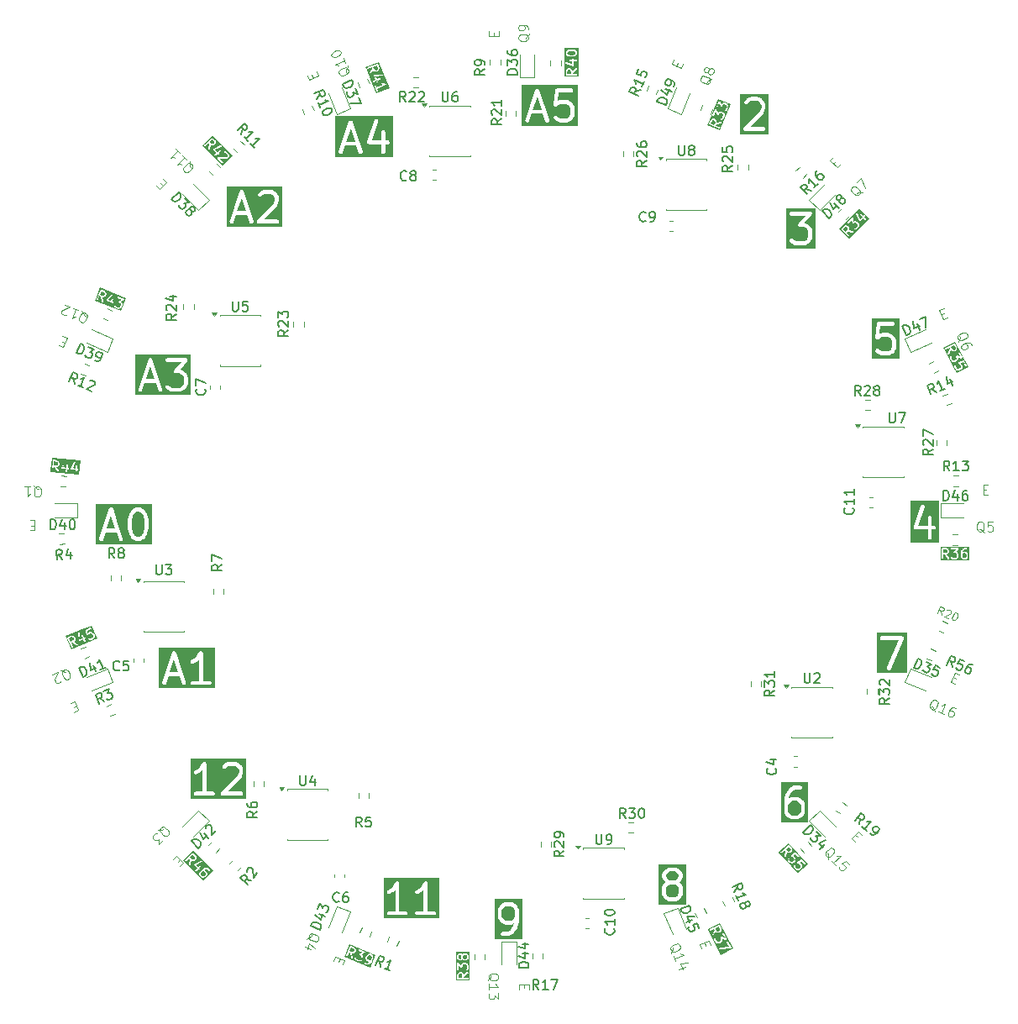
<source format=gbr>
%TF.GenerationSoftware,KiCad,Pcbnew,9.0.6-9.0.6~ubuntu22.04.1*%
%TF.CreationDate,2025-11-25T23:45:25+09:00*%
%TF.ProjectId,LineSensor,4c696e65-5365-46e7-936f-722e6b696361,rev?*%
%TF.SameCoordinates,Original*%
%TF.FileFunction,Legend,Top*%
%TF.FilePolarity,Positive*%
%FSLAX46Y46*%
G04 Gerber Fmt 4.6, Leading zero omitted, Abs format (unit mm)*
G04 Created by KiCad (PCBNEW 9.0.6-9.0.6~ubuntu22.04.1) date 2025-11-25 23:45:25*
%MOMM*%
%LPD*%
G01*
G04 APERTURE LIST*
%ADD10C,0.400000*%
%ADD11C,0.150000*%
%ADD12C,0.100000*%
%ADD13C,0.120000*%
G04 APERTURE END LIST*
D10*
G36*
X123485671Y-69854914D02*
G01*
X122612071Y-69854914D01*
X123048870Y-68544513D01*
X123485671Y-69854914D01*
G37*
G36*
X127153633Y-71445390D02*
G01*
X121517109Y-71445390D01*
X121517109Y-70887042D01*
X121850442Y-70887042D01*
X121855973Y-70964882D01*
X121890872Y-71034680D01*
X121949825Y-71085809D01*
X122023856Y-71110486D01*
X122101696Y-71104955D01*
X122171494Y-71070056D01*
X122222623Y-71011103D01*
X122238608Y-70975303D01*
X122478738Y-70254914D01*
X123619004Y-70254914D01*
X123859134Y-70975303D01*
X123875119Y-71011103D01*
X123926248Y-71070056D01*
X123996046Y-71104955D01*
X124073886Y-71110487D01*
X124147917Y-71085810D01*
X124206870Y-71034680D01*
X124241769Y-70964883D01*
X124247301Y-70887043D01*
X124244117Y-70873039D01*
X124567000Y-70873039D01*
X124567000Y-70951075D01*
X124596863Y-71023171D01*
X124652043Y-71078351D01*
X124724139Y-71108214D01*
X124763157Y-71112057D01*
X126620300Y-71112057D01*
X126659318Y-71108214D01*
X126731414Y-71078351D01*
X126786594Y-71023171D01*
X126816457Y-70951075D01*
X126816457Y-70873039D01*
X126786594Y-70800943D01*
X126731414Y-70745763D01*
X126659318Y-70715900D01*
X126620300Y-70712057D01*
X125245999Y-70712057D01*
X126618865Y-69339192D01*
X126643737Y-69308885D01*
X126646487Y-69302245D01*
X126651195Y-69296817D01*
X126667180Y-69261017D01*
X126810037Y-68832446D01*
X126814436Y-68813096D01*
X126816457Y-68808218D01*
X126817153Y-68801143D01*
X126818729Y-68794215D01*
X126818354Y-68788949D01*
X126820300Y-68769200D01*
X126820300Y-68483485D01*
X126816457Y-68444467D01*
X126813707Y-68437829D01*
X126813198Y-68430660D01*
X126799185Y-68394042D01*
X126656328Y-68108328D01*
X126645758Y-68091536D01*
X126643737Y-68086657D01*
X126639228Y-68081163D01*
X126635442Y-68075148D01*
X126631451Y-68071687D01*
X126618864Y-68056349D01*
X126476007Y-67913493D01*
X126460670Y-67900906D01*
X126457209Y-67896915D01*
X126451192Y-67893127D01*
X126445700Y-67888620D01*
X126440820Y-67886598D01*
X126424029Y-67876029D01*
X126138313Y-67733171D01*
X126101696Y-67719159D01*
X126094526Y-67718649D01*
X126087889Y-67715900D01*
X126048871Y-67712057D01*
X125334586Y-67712057D01*
X125295568Y-67715900D01*
X125288930Y-67718649D01*
X125281761Y-67719159D01*
X125245144Y-67733171D01*
X124959429Y-67876028D01*
X124942635Y-67886599D01*
X124937757Y-67888620D01*
X124932263Y-67893128D01*
X124926248Y-67896915D01*
X124922787Y-67900905D01*
X124907449Y-67913493D01*
X124764593Y-68056350D01*
X124739720Y-68086657D01*
X124709857Y-68158753D01*
X124709857Y-68236789D01*
X124739720Y-68308885D01*
X124794900Y-68364065D01*
X124866996Y-68393928D01*
X124945032Y-68393928D01*
X125017128Y-68364065D01*
X125047435Y-68339192D01*
X125167342Y-68219285D01*
X125381799Y-68112057D01*
X126001657Y-68112057D01*
X126216115Y-68219285D01*
X126313072Y-68316243D01*
X126420300Y-68530698D01*
X126420300Y-68736743D01*
X126302636Y-69089734D01*
X124621736Y-70770636D01*
X124596863Y-70800943D01*
X124567000Y-70873039D01*
X124244117Y-70873039D01*
X124238608Y-70848812D01*
X123238608Y-67848811D01*
X123222623Y-67813011D01*
X123213261Y-67802217D01*
X123206870Y-67789434D01*
X123187923Y-67773001D01*
X123171494Y-67754058D01*
X123158713Y-67747667D01*
X123147917Y-67738304D01*
X123124124Y-67730373D01*
X123101696Y-67719159D01*
X123087443Y-67718146D01*
X123073886Y-67713627D01*
X123048866Y-67715405D01*
X123023856Y-67713628D01*
X123010302Y-67718145D01*
X122996046Y-67719159D01*
X122973612Y-67730376D01*
X122949825Y-67738305D01*
X122939030Y-67747666D01*
X122926248Y-67754058D01*
X122909817Y-67773003D01*
X122890872Y-67789434D01*
X122884480Y-67802216D01*
X122875119Y-67813011D01*
X122859134Y-67848811D01*
X121859134Y-70848811D01*
X121850442Y-70887042D01*
X121517109Y-70887042D01*
X121517109Y-67378724D01*
X127153633Y-67378724D01*
X127153633Y-71445390D01*
G37*
G36*
X153285671Y-59654914D02*
G01*
X152412071Y-59654914D01*
X152848870Y-58344513D01*
X153285671Y-59654914D01*
G37*
G36*
X156953633Y-61245390D02*
G01*
X151317109Y-61245390D01*
X151317109Y-60687042D01*
X151650442Y-60687042D01*
X151655973Y-60764882D01*
X151690872Y-60834680D01*
X151749825Y-60885809D01*
X151823856Y-60910486D01*
X151901696Y-60904955D01*
X151971494Y-60870056D01*
X152022623Y-60811103D01*
X152038608Y-60775303D01*
X152278738Y-60054914D01*
X153419004Y-60054914D01*
X153659134Y-60775303D01*
X153675119Y-60811103D01*
X153726248Y-60870056D01*
X153796046Y-60904955D01*
X153873886Y-60910487D01*
X153947917Y-60885810D01*
X154006870Y-60834680D01*
X154041769Y-60764883D01*
X154047301Y-60687043D01*
X154038608Y-60648812D01*
X153542315Y-59159934D01*
X154506948Y-59159934D01*
X154509857Y-59169575D01*
X154509857Y-59179646D01*
X154521044Y-59206654D01*
X154529489Y-59234644D01*
X154535866Y-59242438D01*
X154539720Y-59251742D01*
X154560394Y-59272416D01*
X154578905Y-59295040D01*
X154587777Y-59299799D01*
X154594900Y-59306922D01*
X154621911Y-59318110D01*
X154647671Y-59331929D01*
X154657691Y-59332931D01*
X154666996Y-59336785D01*
X154696230Y-59336785D01*
X154725320Y-59339694D01*
X154734962Y-59336785D01*
X154745032Y-59336785D01*
X154772040Y-59325597D01*
X154800030Y-59317153D01*
X154807824Y-59310775D01*
X154817128Y-59306922D01*
X154847435Y-59282049D01*
X154967342Y-59162142D01*
X155181799Y-59054914D01*
X155801657Y-59054914D01*
X156016115Y-59162142D01*
X156113072Y-59259100D01*
X156220300Y-59473555D01*
X156220300Y-60093415D01*
X156113072Y-60307869D01*
X156016113Y-60404829D01*
X155801657Y-60512057D01*
X155181799Y-60512057D01*
X154967343Y-60404829D01*
X154847436Y-60284921D01*
X154817129Y-60260049D01*
X154745033Y-60230185D01*
X154666997Y-60230185D01*
X154594901Y-60260048D01*
X154539721Y-60315227D01*
X154509857Y-60387323D01*
X154509857Y-60465359D01*
X154539720Y-60537455D01*
X154564592Y-60567763D01*
X154707449Y-60710621D01*
X154722787Y-60723208D01*
X154726248Y-60727199D01*
X154732264Y-60730986D01*
X154737756Y-60735493D01*
X154742633Y-60737513D01*
X154759429Y-60748086D01*
X155045144Y-60890943D01*
X155081761Y-60904955D01*
X155088930Y-60905464D01*
X155095568Y-60908214D01*
X155134586Y-60912057D01*
X155848871Y-60912057D01*
X155887889Y-60908214D01*
X155894526Y-60905464D01*
X155901696Y-60904955D01*
X155938313Y-60890943D01*
X156224029Y-60748085D01*
X156240822Y-60737513D01*
X156245701Y-60735493D01*
X156251192Y-60730986D01*
X156257209Y-60727199D01*
X156260669Y-60723208D01*
X156276008Y-60710621D01*
X156418865Y-60567763D01*
X156431450Y-60552426D01*
X156435442Y-60548965D01*
X156439230Y-60542946D01*
X156443737Y-60537455D01*
X156445756Y-60532578D01*
X156456328Y-60515785D01*
X156599185Y-60230071D01*
X156613198Y-60193453D01*
X156613707Y-60186283D01*
X156616457Y-60179646D01*
X156620300Y-60140628D01*
X156620300Y-59426342D01*
X156616457Y-59387324D01*
X156613707Y-59380686D01*
X156613198Y-59373517D01*
X156599185Y-59336899D01*
X156456328Y-59051185D01*
X156445758Y-59034393D01*
X156443737Y-59029514D01*
X156439228Y-59024020D01*
X156435442Y-59018005D01*
X156431451Y-59014544D01*
X156418864Y-58999206D01*
X156276007Y-58856350D01*
X156260670Y-58843763D01*
X156257209Y-58839772D01*
X156251192Y-58835984D01*
X156245700Y-58831477D01*
X156240820Y-58829455D01*
X156224029Y-58818886D01*
X155938313Y-58676028D01*
X155901696Y-58662016D01*
X155894526Y-58661506D01*
X155887889Y-58658757D01*
X155848871Y-58654914D01*
X155134586Y-58654914D01*
X155095568Y-58658757D01*
X155088930Y-58661506D01*
X155081761Y-58662016D01*
X155045144Y-58676028D01*
X154948646Y-58724276D01*
X155029868Y-57912057D01*
X156277443Y-57912057D01*
X156316461Y-57908214D01*
X156388557Y-57878351D01*
X156443737Y-57823171D01*
X156473600Y-57751075D01*
X156473600Y-57673039D01*
X156443737Y-57600943D01*
X156388557Y-57545763D01*
X156316461Y-57515900D01*
X156277443Y-57512057D01*
X154848871Y-57512057D01*
X154834439Y-57513478D01*
X154829565Y-57512991D01*
X154824804Y-57514427D01*
X154809853Y-57515900D01*
X154782844Y-57527087D01*
X154754855Y-57535532D01*
X154747060Y-57541909D01*
X154737757Y-57545763D01*
X154717082Y-57566437D01*
X154694459Y-57584948D01*
X154689699Y-57593820D01*
X154682577Y-57600943D01*
X154671388Y-57627954D01*
X154657570Y-57653714D01*
X154654617Y-57668444D01*
X154652714Y-57673039D01*
X154652714Y-57677938D01*
X154649864Y-57692156D01*
X154507007Y-59120727D01*
X154506948Y-59159934D01*
X153542315Y-59159934D01*
X153038608Y-57648811D01*
X153022623Y-57613011D01*
X153013261Y-57602217D01*
X153006870Y-57589434D01*
X152987923Y-57573001D01*
X152971494Y-57554058D01*
X152958713Y-57547667D01*
X152947917Y-57538304D01*
X152924124Y-57530373D01*
X152901696Y-57519159D01*
X152887443Y-57518146D01*
X152873886Y-57513627D01*
X152848866Y-57515405D01*
X152823856Y-57513628D01*
X152810302Y-57518145D01*
X152796046Y-57519159D01*
X152773612Y-57530376D01*
X152749825Y-57538305D01*
X152739030Y-57547666D01*
X152726248Y-57554058D01*
X152709817Y-57573003D01*
X152690872Y-57589434D01*
X152684480Y-57602216D01*
X152675119Y-57613011D01*
X152659134Y-57648811D01*
X151659134Y-60648811D01*
X151650442Y-60687042D01*
X151317109Y-60687042D01*
X151317109Y-57178724D01*
X156953633Y-57178724D01*
X156953633Y-61245390D01*
G37*
G36*
X193371218Y-103291547D02*
G01*
X190452823Y-103291547D01*
X190452823Y-101737042D01*
X190786156Y-101737042D01*
X190788428Y-101769016D01*
X190788428Y-101801075D01*
X190791177Y-101807713D01*
X190791687Y-101814882D01*
X190806024Y-101843557D01*
X190818291Y-101873171D01*
X190823372Y-101878252D01*
X190826586Y-101884680D01*
X190850803Y-101905683D01*
X190873471Y-101928351D01*
X190880110Y-101931101D01*
X190885539Y-101935809D01*
X190915946Y-101945944D01*
X190945567Y-101958214D01*
X190955768Y-101959218D01*
X190959570Y-101960486D01*
X190964835Y-101960111D01*
X190984585Y-101962057D01*
X192213157Y-101962057D01*
X192213157Y-102762057D01*
X192217000Y-102801075D01*
X192246863Y-102873171D01*
X192302043Y-102928351D01*
X192374139Y-102958214D01*
X192452175Y-102958214D01*
X192524271Y-102928351D01*
X192579451Y-102873171D01*
X192609314Y-102801075D01*
X192613157Y-102762057D01*
X192613157Y-101962057D01*
X192841728Y-101962057D01*
X192880746Y-101958214D01*
X192952842Y-101928351D01*
X193008022Y-101873171D01*
X193037885Y-101801075D01*
X193037885Y-101723039D01*
X193008022Y-101650943D01*
X192952842Y-101595763D01*
X192880746Y-101565900D01*
X192841728Y-101562057D01*
X192613157Y-101562057D01*
X192613157Y-100762057D01*
X192609314Y-100723039D01*
X192579451Y-100650943D01*
X192524271Y-100595763D01*
X192452175Y-100565900D01*
X192374139Y-100565900D01*
X192302043Y-100595763D01*
X192246863Y-100650943D01*
X192217000Y-100723039D01*
X192213157Y-100762057D01*
X192213157Y-101562057D01*
X191262071Y-101562057D01*
X191888608Y-99682445D01*
X191897301Y-99644214D01*
X191891769Y-99566375D01*
X191856870Y-99496577D01*
X191797917Y-99445447D01*
X191723886Y-99420770D01*
X191646046Y-99426302D01*
X191576248Y-99461201D01*
X191525119Y-99520154D01*
X191509134Y-99555954D01*
X190794848Y-101698811D01*
X190790448Y-101718160D01*
X190788428Y-101723039D01*
X190788428Y-101727048D01*
X190786156Y-101737042D01*
X190452823Y-101737042D01*
X190452823Y-99087437D01*
X193371218Y-99087437D01*
X193371218Y-103291547D01*
G37*
G36*
X180882204Y-73645390D02*
G01*
X177962238Y-73645390D01*
X177962238Y-70073039D01*
X178295571Y-70073039D01*
X178295571Y-70151075D01*
X178325434Y-70223171D01*
X178380614Y-70278351D01*
X178452710Y-70308214D01*
X178491728Y-70312057D01*
X179908118Y-70312057D01*
X179198356Y-71123213D01*
X179186299Y-71140077D01*
X179182577Y-71143800D01*
X179181115Y-71147329D01*
X179175554Y-71155108D01*
X179165145Y-71185884D01*
X179152714Y-71215896D01*
X179152714Y-71222640D01*
X179150553Y-71229030D01*
X179152714Y-71261444D01*
X179152714Y-71293932D01*
X179155295Y-71300163D01*
X179155744Y-71306894D01*
X179170144Y-71336012D01*
X179182577Y-71366028D01*
X179187347Y-71370798D01*
X179190337Y-71376844D01*
X179214785Y-71398236D01*
X179237757Y-71421208D01*
X179243988Y-71423789D01*
X179249065Y-71428231D01*
X179279841Y-71438639D01*
X179309853Y-71451071D01*
X179319368Y-71452008D01*
X179322987Y-71453232D01*
X179328238Y-71452881D01*
X179348871Y-71454914D01*
X179730228Y-71454914D01*
X179944686Y-71562142D01*
X180041643Y-71659100D01*
X180148871Y-71873555D01*
X180148871Y-72493415D01*
X180041643Y-72707869D01*
X179944684Y-72804829D01*
X179730228Y-72912057D01*
X178967512Y-72912057D01*
X178753058Y-72804830D01*
X178633150Y-72684921D01*
X178602843Y-72660049D01*
X178530747Y-72630185D01*
X178452711Y-72630185D01*
X178380615Y-72660048D01*
X178325435Y-72715227D01*
X178295571Y-72787323D01*
X178295571Y-72865359D01*
X178325434Y-72937455D01*
X178350306Y-72967763D01*
X178493163Y-73110621D01*
X178508501Y-73123208D01*
X178511962Y-73127199D01*
X178517978Y-73130986D01*
X178523470Y-73135493D01*
X178528348Y-73137513D01*
X178545142Y-73148085D01*
X178830856Y-73290942D01*
X178867474Y-73304955D01*
X178874643Y-73305464D01*
X178881281Y-73308214D01*
X178920299Y-73312057D01*
X179777442Y-73312057D01*
X179816460Y-73308214D01*
X179823097Y-73305464D01*
X179830267Y-73304955D01*
X179866884Y-73290943D01*
X180152600Y-73148085D01*
X180169393Y-73137513D01*
X180174272Y-73135493D01*
X180179763Y-73130986D01*
X180185780Y-73127199D01*
X180189240Y-73123208D01*
X180204579Y-73110621D01*
X180347436Y-72967763D01*
X180360021Y-72952426D01*
X180364013Y-72948965D01*
X180367801Y-72942946D01*
X180372308Y-72937455D01*
X180374327Y-72932578D01*
X180384899Y-72915785D01*
X180527756Y-72630071D01*
X180541769Y-72593453D01*
X180542278Y-72586283D01*
X180545028Y-72579646D01*
X180548871Y-72540628D01*
X180548871Y-71826342D01*
X180545028Y-71787324D01*
X180542278Y-71780686D01*
X180541769Y-71773517D01*
X180527756Y-71736899D01*
X180384899Y-71451185D01*
X180374329Y-71434393D01*
X180372308Y-71429514D01*
X180367799Y-71424020D01*
X180364013Y-71418005D01*
X180360022Y-71414544D01*
X180347435Y-71399206D01*
X180204578Y-71256350D01*
X180189241Y-71243763D01*
X180185780Y-71239772D01*
X180179763Y-71235984D01*
X180174271Y-71231477D01*
X180169391Y-71229455D01*
X180152600Y-71218886D01*
X179866884Y-71076028D01*
X179830267Y-71062016D01*
X179823097Y-71061506D01*
X179816460Y-71058757D01*
X179788657Y-71056018D01*
X180499386Y-70243758D01*
X180511442Y-70226893D01*
X180515165Y-70223171D01*
X180516626Y-70219641D01*
X180522188Y-70211863D01*
X180532596Y-70181086D01*
X180545028Y-70151075D01*
X180545028Y-70144330D01*
X180547189Y-70137941D01*
X180545028Y-70105526D01*
X180545028Y-70073039D01*
X180542446Y-70066807D01*
X180541998Y-70060077D01*
X180527597Y-70030958D01*
X180515165Y-70000943D01*
X180510394Y-69996172D01*
X180507405Y-69990127D01*
X180482957Y-69968735D01*
X180459985Y-69945763D01*
X180453753Y-69943181D01*
X180448677Y-69938740D01*
X180417902Y-69928332D01*
X180387889Y-69915900D01*
X180378372Y-69914962D01*
X180374754Y-69913739D01*
X180369502Y-69914089D01*
X180348871Y-69912057D01*
X178491728Y-69912057D01*
X178452710Y-69915900D01*
X178380614Y-69945763D01*
X178325434Y-70000943D01*
X178295571Y-70073039D01*
X177962238Y-70073039D01*
X177962238Y-69578724D01*
X180882204Y-69578724D01*
X180882204Y-73645390D01*
G37*
G36*
X179244686Y-129412142D02*
G01*
X179341643Y-129509100D01*
X179448871Y-129723555D01*
X179448871Y-130343415D01*
X179341643Y-130557869D01*
X179244684Y-130654829D01*
X179030228Y-130762057D01*
X178553227Y-130762057D01*
X178338771Y-130654829D01*
X178241812Y-130557869D01*
X178134585Y-130343415D01*
X178134585Y-129723555D01*
X178241812Y-129509099D01*
X178338770Y-129412142D01*
X178553227Y-129304914D01*
X179030228Y-129304914D01*
X179244686Y-129412142D01*
G37*
G36*
X180182204Y-131495390D02*
G01*
X177401252Y-131495390D01*
X177401252Y-129247771D01*
X177734585Y-129247771D01*
X177734585Y-130390628D01*
X177738428Y-130429646D01*
X177741177Y-130436283D01*
X177741687Y-130443453D01*
X177755700Y-130480071D01*
X177898557Y-130765785D01*
X177909128Y-130782578D01*
X177911148Y-130787455D01*
X177915654Y-130792946D01*
X177919443Y-130798965D01*
X177923434Y-130802426D01*
X177936020Y-130817763D01*
X178078877Y-130960621D01*
X178094215Y-130973208D01*
X178097676Y-130977199D01*
X178103692Y-130980986D01*
X178109184Y-130985493D01*
X178114061Y-130987513D01*
X178130857Y-130998086D01*
X178416572Y-131140943D01*
X178453189Y-131154955D01*
X178460358Y-131155464D01*
X178466996Y-131158214D01*
X178506014Y-131162057D01*
X179077442Y-131162057D01*
X179116460Y-131158214D01*
X179123097Y-131155464D01*
X179130267Y-131154955D01*
X179166884Y-131140943D01*
X179452600Y-130998085D01*
X179469393Y-130987513D01*
X179474272Y-130985493D01*
X179479763Y-130980986D01*
X179485780Y-130977199D01*
X179489240Y-130973208D01*
X179504579Y-130960621D01*
X179647436Y-130817763D01*
X179660021Y-130802426D01*
X179664013Y-130798965D01*
X179667801Y-130792946D01*
X179672308Y-130787455D01*
X179674327Y-130782578D01*
X179684899Y-130765785D01*
X179827756Y-130480071D01*
X179841769Y-130443453D01*
X179842278Y-130436283D01*
X179845028Y-130429646D01*
X179848871Y-130390628D01*
X179848871Y-129676342D01*
X179845028Y-129637324D01*
X179842278Y-129630686D01*
X179841769Y-129623517D01*
X179827756Y-129586899D01*
X179684899Y-129301185D01*
X179674329Y-129284393D01*
X179672308Y-129279514D01*
X179667799Y-129274020D01*
X179664013Y-129268005D01*
X179660022Y-129264544D01*
X179647435Y-129249206D01*
X179504578Y-129106350D01*
X179489241Y-129093763D01*
X179485780Y-129089772D01*
X179479763Y-129085984D01*
X179474271Y-129081477D01*
X179469391Y-129079455D01*
X179452600Y-129068886D01*
X179166884Y-128926028D01*
X179130267Y-128912016D01*
X179123097Y-128911506D01*
X179116460Y-128908757D01*
X179077442Y-128904914D01*
X178506014Y-128904914D01*
X178466996Y-128908757D01*
X178460358Y-128911506D01*
X178453189Y-128912016D01*
X178416572Y-128926028D01*
X178193262Y-129037682D01*
X178263068Y-128758458D01*
X178518582Y-128375187D01*
X178624486Y-128269284D01*
X178838941Y-128162057D01*
X179363157Y-128162057D01*
X179402175Y-128158214D01*
X179474271Y-128128351D01*
X179529451Y-128073171D01*
X179559314Y-128001075D01*
X179559314Y-127923039D01*
X179529451Y-127850943D01*
X179474271Y-127795763D01*
X179402175Y-127765900D01*
X179363157Y-127762057D01*
X178791728Y-127762057D01*
X178752710Y-127765900D01*
X178746072Y-127768649D01*
X178738903Y-127769159D01*
X178702285Y-127783172D01*
X178416571Y-127926029D01*
X178399779Y-127936598D01*
X178394900Y-127938620D01*
X178389406Y-127943128D01*
X178383391Y-127946915D01*
X178379930Y-127950905D01*
X178364592Y-127963493D01*
X178221736Y-128106350D01*
X178221648Y-128106456D01*
X178221588Y-128106497D01*
X178209040Y-128121819D01*
X178196863Y-128136657D01*
X178196835Y-128136722D01*
X178196747Y-128136831D01*
X177911032Y-128565402D01*
X177899545Y-128586945D01*
X177896605Y-128590914D01*
X177894930Y-128595601D01*
X177892586Y-128599998D01*
X177891626Y-128604846D01*
X177883413Y-128627835D01*
X177740556Y-129199264D01*
X177739555Y-129206031D01*
X177738428Y-129208753D01*
X177736981Y-129223434D01*
X177734821Y-129238049D01*
X177735255Y-129240966D01*
X177734585Y-129247771D01*
X177401252Y-129247771D01*
X177401252Y-127428724D01*
X180182204Y-127428724D01*
X180182204Y-131495390D01*
G37*
G36*
X116685671Y-116354914D02*
G01*
X115812071Y-116354914D01*
X116248870Y-115044513D01*
X116685671Y-116354914D01*
G37*
G36*
X120349790Y-117945390D02*
G01*
X114717109Y-117945390D01*
X114717109Y-117387042D01*
X115050442Y-117387042D01*
X115055973Y-117464882D01*
X115090872Y-117534680D01*
X115149825Y-117585809D01*
X115223856Y-117610486D01*
X115301696Y-117604955D01*
X115371494Y-117570056D01*
X115422623Y-117511103D01*
X115438608Y-117475303D01*
X115678738Y-116754914D01*
X116819004Y-116754914D01*
X117059134Y-117475303D01*
X117075119Y-117511103D01*
X117126248Y-117570056D01*
X117196046Y-117604955D01*
X117273886Y-117610487D01*
X117347917Y-117585810D01*
X117406870Y-117534680D01*
X117441769Y-117464883D01*
X117447301Y-117387043D01*
X117438608Y-117348812D01*
X116737066Y-115244186D01*
X117907584Y-115244186D01*
X117913117Y-115322026D01*
X117948016Y-115391823D01*
X118006968Y-115442953D01*
X118081000Y-115467630D01*
X118158840Y-115462097D01*
X118195457Y-115448085D01*
X118481171Y-115305227D01*
X118497962Y-115294657D01*
X118502842Y-115292636D01*
X118508335Y-115288127D01*
X118514351Y-115284341D01*
X118517811Y-115280351D01*
X118533149Y-115267764D01*
X118763157Y-115037756D01*
X118763157Y-117212057D01*
X118106014Y-117212057D01*
X118066996Y-117215900D01*
X117994900Y-117245763D01*
X117939720Y-117300943D01*
X117909857Y-117373039D01*
X117909857Y-117451075D01*
X117939720Y-117523171D01*
X117994900Y-117578351D01*
X118066996Y-117608214D01*
X118106014Y-117612057D01*
X119820300Y-117612057D01*
X119859318Y-117608214D01*
X119931414Y-117578351D01*
X119986594Y-117523171D01*
X120016457Y-117451075D01*
X120016457Y-117373039D01*
X119986594Y-117300943D01*
X119931414Y-117245763D01*
X119859318Y-117215900D01*
X119820300Y-117212057D01*
X119163157Y-117212057D01*
X119163157Y-114412057D01*
X119163143Y-114411917D01*
X119163157Y-114411848D01*
X119163116Y-114411645D01*
X119159314Y-114373039D01*
X119151736Y-114354745D01*
X119147853Y-114335327D01*
X119136949Y-114319045D01*
X119129451Y-114300943D01*
X119115447Y-114286939D01*
X119104430Y-114270488D01*
X119088127Y-114259619D01*
X119074271Y-114245763D01*
X119055975Y-114238184D01*
X119039500Y-114227201D01*
X119020277Y-114223398D01*
X119002175Y-114215900D01*
X118982374Y-114215900D01*
X118962948Y-114212057D01*
X118943733Y-114215900D01*
X118924139Y-114215900D01*
X118905845Y-114223477D01*
X118886427Y-114227361D01*
X118870145Y-114238264D01*
X118852043Y-114245763D01*
X118838039Y-114259766D01*
X118821588Y-114270784D01*
X118797009Y-114300796D01*
X118796863Y-114300943D01*
X118796835Y-114301008D01*
X118796747Y-114301117D01*
X118522017Y-114713211D01*
X118273256Y-114961971D01*
X118016571Y-115090315D01*
X117983391Y-115111202D01*
X117932261Y-115170154D01*
X117907584Y-115244186D01*
X116737066Y-115244186D01*
X116438608Y-114348811D01*
X116422623Y-114313011D01*
X116413261Y-114302217D01*
X116406870Y-114289434D01*
X116387923Y-114273001D01*
X116371494Y-114254058D01*
X116358713Y-114247667D01*
X116347917Y-114238304D01*
X116324124Y-114230373D01*
X116301696Y-114219159D01*
X116287443Y-114218146D01*
X116273886Y-114213627D01*
X116248866Y-114215405D01*
X116223856Y-114213628D01*
X116210302Y-114218145D01*
X116196046Y-114219159D01*
X116173612Y-114230376D01*
X116149825Y-114238305D01*
X116139030Y-114247666D01*
X116126248Y-114254058D01*
X116109817Y-114273003D01*
X116090872Y-114289434D01*
X116084480Y-114302216D01*
X116075119Y-114313011D01*
X116059134Y-114348811D01*
X115059134Y-117348811D01*
X115050442Y-117387042D01*
X114717109Y-117387042D01*
X114717109Y-113878724D01*
X120349790Y-113878724D01*
X120349790Y-117945390D01*
G37*
G36*
X189382204Y-84745390D02*
G01*
X186602186Y-84745390D01*
X186602186Y-82659934D01*
X186935519Y-82659934D01*
X186938428Y-82669575D01*
X186938428Y-82679646D01*
X186949615Y-82706654D01*
X186958060Y-82734644D01*
X186964437Y-82742438D01*
X186968291Y-82751742D01*
X186988965Y-82772416D01*
X187007476Y-82795040D01*
X187016348Y-82799799D01*
X187023471Y-82806922D01*
X187050482Y-82818110D01*
X187076242Y-82831929D01*
X187086262Y-82832931D01*
X187095567Y-82836785D01*
X187124801Y-82836785D01*
X187153891Y-82839694D01*
X187163533Y-82836785D01*
X187173603Y-82836785D01*
X187200611Y-82825597D01*
X187228601Y-82817153D01*
X187236395Y-82810775D01*
X187245699Y-82806922D01*
X187276006Y-82782049D01*
X187395913Y-82662142D01*
X187610370Y-82554914D01*
X188230228Y-82554914D01*
X188444686Y-82662142D01*
X188541643Y-82759100D01*
X188648871Y-82973555D01*
X188648871Y-83593415D01*
X188541643Y-83807869D01*
X188444684Y-83904829D01*
X188230228Y-84012057D01*
X187610370Y-84012057D01*
X187395914Y-83904829D01*
X187276007Y-83784921D01*
X187245700Y-83760049D01*
X187173604Y-83730185D01*
X187095568Y-83730185D01*
X187023472Y-83760048D01*
X186968292Y-83815227D01*
X186938428Y-83887323D01*
X186938428Y-83965359D01*
X186968291Y-84037455D01*
X186993163Y-84067763D01*
X187136020Y-84210621D01*
X187151358Y-84223208D01*
X187154819Y-84227199D01*
X187160835Y-84230986D01*
X187166327Y-84235493D01*
X187171204Y-84237513D01*
X187188000Y-84248086D01*
X187473715Y-84390943D01*
X187510332Y-84404955D01*
X187517501Y-84405464D01*
X187524139Y-84408214D01*
X187563157Y-84412057D01*
X188277442Y-84412057D01*
X188316460Y-84408214D01*
X188323097Y-84405464D01*
X188330267Y-84404955D01*
X188366884Y-84390943D01*
X188652600Y-84248085D01*
X188669393Y-84237513D01*
X188674272Y-84235493D01*
X188679763Y-84230986D01*
X188685780Y-84227199D01*
X188689240Y-84223208D01*
X188704579Y-84210621D01*
X188847436Y-84067763D01*
X188860021Y-84052426D01*
X188864013Y-84048965D01*
X188867801Y-84042946D01*
X188872308Y-84037455D01*
X188874327Y-84032578D01*
X188884899Y-84015785D01*
X189027756Y-83730071D01*
X189041769Y-83693453D01*
X189042278Y-83686283D01*
X189045028Y-83679646D01*
X189048871Y-83640628D01*
X189048871Y-82926342D01*
X189045028Y-82887324D01*
X189042278Y-82880686D01*
X189041769Y-82873517D01*
X189027756Y-82836899D01*
X188884899Y-82551185D01*
X188874329Y-82534393D01*
X188872308Y-82529514D01*
X188867799Y-82524020D01*
X188864013Y-82518005D01*
X188860022Y-82514544D01*
X188847435Y-82499206D01*
X188704578Y-82356350D01*
X188689241Y-82343763D01*
X188685780Y-82339772D01*
X188679763Y-82335984D01*
X188674271Y-82331477D01*
X188669391Y-82329455D01*
X188652600Y-82318886D01*
X188366884Y-82176028D01*
X188330267Y-82162016D01*
X188323097Y-82161506D01*
X188316460Y-82158757D01*
X188277442Y-82154914D01*
X187563157Y-82154914D01*
X187524139Y-82158757D01*
X187517501Y-82161506D01*
X187510332Y-82162016D01*
X187473715Y-82176028D01*
X187377217Y-82224276D01*
X187458439Y-81412057D01*
X188706014Y-81412057D01*
X188745032Y-81408214D01*
X188817128Y-81378351D01*
X188872308Y-81323171D01*
X188902171Y-81251075D01*
X188902171Y-81173039D01*
X188872308Y-81100943D01*
X188817128Y-81045763D01*
X188745032Y-81015900D01*
X188706014Y-81012057D01*
X187277442Y-81012057D01*
X187263010Y-81013478D01*
X187258136Y-81012991D01*
X187253375Y-81014427D01*
X187238424Y-81015900D01*
X187211415Y-81027087D01*
X187183426Y-81035532D01*
X187175631Y-81041909D01*
X187166328Y-81045763D01*
X187145653Y-81066437D01*
X187123030Y-81084948D01*
X187118270Y-81093820D01*
X187111148Y-81100943D01*
X187099959Y-81127954D01*
X187086141Y-81153714D01*
X187083188Y-81168444D01*
X187081285Y-81173039D01*
X187081285Y-81177938D01*
X187078435Y-81192156D01*
X186935578Y-82620727D01*
X186935519Y-82659934D01*
X186602186Y-82659934D01*
X186602186Y-80678724D01*
X189382204Y-80678724D01*
X189382204Y-84745390D01*
G37*
G36*
X150394686Y-140019285D02*
G01*
X150491643Y-140116243D01*
X150598871Y-140330698D01*
X150598871Y-140950558D01*
X150491643Y-141165012D01*
X150394685Y-141261971D01*
X150180229Y-141369200D01*
X149703227Y-141369200D01*
X149488771Y-141261971D01*
X149391812Y-141165013D01*
X149284585Y-140950558D01*
X149284585Y-140330698D01*
X149391812Y-140116242D01*
X149488770Y-140019285D01*
X149703227Y-139912057D01*
X150180228Y-139912057D01*
X150394686Y-140019285D01*
G37*
G36*
X151332204Y-143245390D02*
G01*
X148551252Y-143245390D01*
X148551252Y-140283485D01*
X148884585Y-140283485D01*
X148884585Y-140997771D01*
X148888428Y-141036789D01*
X148891177Y-141043426D01*
X148891687Y-141050596D01*
X148905700Y-141087214D01*
X149048557Y-141372928D01*
X149059126Y-141389719D01*
X149061148Y-141394599D01*
X149065655Y-141400091D01*
X149069443Y-141406108D01*
X149073434Y-141409569D01*
X149086021Y-141424906D01*
X149228877Y-141567763D01*
X149244215Y-141580350D01*
X149247676Y-141584341D01*
X149253691Y-141588127D01*
X149259185Y-141592636D01*
X149264064Y-141594657D01*
X149280856Y-141605227D01*
X149566571Y-141748085D01*
X149603188Y-141762097D01*
X149610355Y-141762606D01*
X149616996Y-141765357D01*
X149656014Y-141769200D01*
X150227442Y-141769200D01*
X150266460Y-141765357D01*
X150273100Y-141762606D01*
X150280268Y-141762097D01*
X150316885Y-141748085D01*
X150540193Y-141636430D01*
X150470386Y-141915656D01*
X150214874Y-142298923D01*
X150108968Y-142404830D01*
X149894515Y-142512057D01*
X149370299Y-142512057D01*
X149331281Y-142515900D01*
X149259185Y-142545763D01*
X149204005Y-142600943D01*
X149174142Y-142673039D01*
X149174142Y-142751075D01*
X149204005Y-142823171D01*
X149259185Y-142878351D01*
X149331281Y-142908214D01*
X149370299Y-142912057D01*
X149941728Y-142912057D01*
X149980746Y-142908214D01*
X149987383Y-142905464D01*
X149994553Y-142904955D01*
X150031171Y-142890942D01*
X150316885Y-142748085D01*
X150333678Y-142737513D01*
X150338557Y-142735493D01*
X150344048Y-142730986D01*
X150350065Y-142727199D01*
X150353525Y-142723208D01*
X150368864Y-142710621D01*
X150511721Y-142567763D01*
X150511811Y-142567652D01*
X150511868Y-142567615D01*
X150524185Y-142552573D01*
X150536593Y-142537455D01*
X150536619Y-142537391D01*
X150536709Y-142537282D01*
X150822424Y-142108711D01*
X150833910Y-142087167D01*
X150836851Y-142083199D01*
X150838525Y-142078511D01*
X150840870Y-142074115D01*
X150841829Y-142069266D01*
X150850043Y-142046278D01*
X150992899Y-141474850D01*
X150993899Y-141468084D01*
X150995028Y-141465360D01*
X150996475Y-141450658D01*
X150998634Y-141436064D01*
X150998200Y-141433150D01*
X150998871Y-141426342D01*
X150998871Y-140283485D01*
X150995028Y-140244467D01*
X150992278Y-140237829D01*
X150991769Y-140230660D01*
X150977756Y-140194042D01*
X150834899Y-139908328D01*
X150824329Y-139891536D01*
X150822308Y-139886657D01*
X150817799Y-139881163D01*
X150814013Y-139875148D01*
X150810022Y-139871687D01*
X150797435Y-139856349D01*
X150654578Y-139713493D01*
X150639241Y-139700906D01*
X150635780Y-139696915D01*
X150629763Y-139693127D01*
X150624271Y-139688620D01*
X150619391Y-139686598D01*
X150602600Y-139676029D01*
X150316884Y-139533171D01*
X150280267Y-139519159D01*
X150273097Y-139518649D01*
X150266460Y-139515900D01*
X150227442Y-139512057D01*
X149656014Y-139512057D01*
X149616996Y-139515900D01*
X149610358Y-139518649D01*
X149603189Y-139519159D01*
X149566572Y-139533171D01*
X149280857Y-139676028D01*
X149264063Y-139686599D01*
X149259185Y-139688620D01*
X149253691Y-139693128D01*
X149247676Y-139696915D01*
X149244215Y-139700905D01*
X149228877Y-139713493D01*
X149086021Y-139856350D01*
X149073434Y-139871686D01*
X149069443Y-139875148D01*
X149065655Y-139881164D01*
X149061148Y-139886657D01*
X149059126Y-139891536D01*
X149048557Y-139908328D01*
X148905700Y-140194042D01*
X148891687Y-140230660D01*
X148891177Y-140237829D01*
X148888428Y-140244467D01*
X148884585Y-140283485D01*
X148551252Y-140283485D01*
X148551252Y-139178724D01*
X151332204Y-139178724D01*
X151332204Y-143245390D01*
G37*
G36*
X134485671Y-62854914D02*
G01*
X133612071Y-62854914D01*
X134048870Y-61544513D01*
X134485671Y-62854914D01*
G37*
G36*
X138292647Y-64443820D02*
G01*
X132517109Y-64443820D01*
X132517109Y-63887042D01*
X132850442Y-63887042D01*
X132855973Y-63964882D01*
X132890872Y-64034680D01*
X132949825Y-64085809D01*
X133023856Y-64110486D01*
X133101696Y-64104955D01*
X133171494Y-64070056D01*
X133222623Y-64011103D01*
X133238608Y-63975303D01*
X133478738Y-63254914D01*
X134619004Y-63254914D01*
X134859134Y-63975303D01*
X134875119Y-64011103D01*
X134926248Y-64070056D01*
X134996046Y-64104955D01*
X135073886Y-64110487D01*
X135147917Y-64085810D01*
X135206870Y-64034680D01*
X135241769Y-63964883D01*
X135247301Y-63887043D01*
X135238608Y-63848812D01*
X134918018Y-62887042D01*
X135707585Y-62887042D01*
X135709857Y-62919016D01*
X135709857Y-62951075D01*
X135712606Y-62957713D01*
X135713116Y-62964882D01*
X135727453Y-62993557D01*
X135739720Y-63023171D01*
X135744801Y-63028252D01*
X135748015Y-63034680D01*
X135772232Y-63055683D01*
X135794900Y-63078351D01*
X135801539Y-63081101D01*
X135806968Y-63085809D01*
X135837375Y-63095944D01*
X135866996Y-63108214D01*
X135877197Y-63109218D01*
X135880999Y-63110486D01*
X135886264Y-63110111D01*
X135906014Y-63112057D01*
X137134586Y-63112057D01*
X137134586Y-63912057D01*
X137138429Y-63951075D01*
X137168292Y-64023171D01*
X137223472Y-64078351D01*
X137295568Y-64108214D01*
X137373604Y-64108214D01*
X137445700Y-64078351D01*
X137500880Y-64023171D01*
X137530743Y-63951075D01*
X137534586Y-63912057D01*
X137534586Y-63112057D01*
X137763157Y-63112057D01*
X137802175Y-63108214D01*
X137874271Y-63078351D01*
X137929451Y-63023171D01*
X137959314Y-62951075D01*
X137959314Y-62873039D01*
X137929451Y-62800943D01*
X137874271Y-62745763D01*
X137802175Y-62715900D01*
X137763157Y-62712057D01*
X137534586Y-62712057D01*
X137534586Y-61912057D01*
X137530743Y-61873039D01*
X137500880Y-61800943D01*
X137445700Y-61745763D01*
X137373604Y-61715900D01*
X137295568Y-61715900D01*
X137223472Y-61745763D01*
X137168292Y-61800943D01*
X137138429Y-61873039D01*
X137134586Y-61912057D01*
X137134586Y-62712057D01*
X136183500Y-62712057D01*
X136810037Y-60832445D01*
X136818730Y-60794214D01*
X136813198Y-60716375D01*
X136778299Y-60646577D01*
X136719346Y-60595447D01*
X136645315Y-60570770D01*
X136567475Y-60576302D01*
X136497677Y-60611201D01*
X136446548Y-60670154D01*
X136430563Y-60705954D01*
X135716277Y-62848811D01*
X135711877Y-62868160D01*
X135709857Y-62873039D01*
X135709857Y-62877048D01*
X135707585Y-62887042D01*
X134918018Y-62887042D01*
X134238608Y-60848811D01*
X134222623Y-60813011D01*
X134213261Y-60802217D01*
X134206870Y-60789434D01*
X134187923Y-60773001D01*
X134171494Y-60754058D01*
X134158713Y-60747667D01*
X134147917Y-60738304D01*
X134124124Y-60730373D01*
X134101696Y-60719159D01*
X134087443Y-60718146D01*
X134073886Y-60713627D01*
X134048866Y-60715405D01*
X134023856Y-60713628D01*
X134010302Y-60718145D01*
X133996046Y-60719159D01*
X133973612Y-60730376D01*
X133949825Y-60738305D01*
X133939030Y-60747666D01*
X133926248Y-60754058D01*
X133909817Y-60773003D01*
X133890872Y-60789434D01*
X133884480Y-60802216D01*
X133875119Y-60813011D01*
X133859134Y-60848811D01*
X132859134Y-63848811D01*
X132850442Y-63887042D01*
X132517109Y-63887042D01*
X132517109Y-60237437D01*
X138292647Y-60237437D01*
X138292647Y-64443820D01*
G37*
G36*
X123539347Y-129095390D02*
G01*
X117902822Y-129095390D01*
X117902822Y-126394186D01*
X118236155Y-126394186D01*
X118241688Y-126472026D01*
X118276587Y-126541823D01*
X118335539Y-126592953D01*
X118409571Y-126617630D01*
X118487411Y-126612097D01*
X118524028Y-126598085D01*
X118809742Y-126455227D01*
X118826533Y-126444657D01*
X118831413Y-126442636D01*
X118836906Y-126438127D01*
X118842922Y-126434341D01*
X118846382Y-126430351D01*
X118861720Y-126417764D01*
X119091728Y-126187756D01*
X119091728Y-128362057D01*
X118434585Y-128362057D01*
X118395567Y-128365900D01*
X118323471Y-128395763D01*
X118268291Y-128450943D01*
X118238428Y-128523039D01*
X118238428Y-128601075D01*
X118268291Y-128673171D01*
X118323471Y-128728351D01*
X118395567Y-128758214D01*
X118434585Y-128762057D01*
X120148871Y-128762057D01*
X120187889Y-128758214D01*
X120259985Y-128728351D01*
X120315165Y-128673171D01*
X120345028Y-128601075D01*
X120345028Y-128523039D01*
X120952714Y-128523039D01*
X120952714Y-128601075D01*
X120982577Y-128673171D01*
X121037757Y-128728351D01*
X121109853Y-128758214D01*
X121148871Y-128762057D01*
X123006014Y-128762057D01*
X123045032Y-128758214D01*
X123117128Y-128728351D01*
X123172308Y-128673171D01*
X123202171Y-128601075D01*
X123202171Y-128523039D01*
X123172308Y-128450943D01*
X123117128Y-128395763D01*
X123045032Y-128365900D01*
X123006014Y-128362057D01*
X121631713Y-128362057D01*
X123004579Y-126989192D01*
X123029451Y-126958885D01*
X123032201Y-126952245D01*
X123036909Y-126946817D01*
X123052894Y-126911017D01*
X123195751Y-126482446D01*
X123200150Y-126463096D01*
X123202171Y-126458218D01*
X123202867Y-126451143D01*
X123204443Y-126444215D01*
X123204068Y-126438949D01*
X123206014Y-126419200D01*
X123206014Y-126133485D01*
X123202171Y-126094467D01*
X123199421Y-126087829D01*
X123198912Y-126080660D01*
X123184899Y-126044042D01*
X123042042Y-125758328D01*
X123031472Y-125741536D01*
X123029451Y-125736657D01*
X123024942Y-125731163D01*
X123021156Y-125725148D01*
X123017165Y-125721687D01*
X123004578Y-125706349D01*
X122861721Y-125563493D01*
X122846384Y-125550906D01*
X122842923Y-125546915D01*
X122836906Y-125543127D01*
X122831414Y-125538620D01*
X122826534Y-125536598D01*
X122809743Y-125526029D01*
X122524027Y-125383171D01*
X122487410Y-125369159D01*
X122480240Y-125368649D01*
X122473603Y-125365900D01*
X122434585Y-125362057D01*
X121720300Y-125362057D01*
X121681282Y-125365900D01*
X121674644Y-125368649D01*
X121667475Y-125369159D01*
X121630858Y-125383171D01*
X121345143Y-125526028D01*
X121328349Y-125536599D01*
X121323471Y-125538620D01*
X121317977Y-125543128D01*
X121311962Y-125546915D01*
X121308501Y-125550905D01*
X121293163Y-125563493D01*
X121150307Y-125706350D01*
X121125434Y-125736657D01*
X121095571Y-125808753D01*
X121095571Y-125886789D01*
X121125434Y-125958885D01*
X121180614Y-126014065D01*
X121252710Y-126043928D01*
X121330746Y-126043928D01*
X121402842Y-126014065D01*
X121433149Y-125989192D01*
X121553056Y-125869285D01*
X121767513Y-125762057D01*
X122387371Y-125762057D01*
X122601829Y-125869285D01*
X122698786Y-125966243D01*
X122806014Y-126180698D01*
X122806014Y-126386743D01*
X122688350Y-126739734D01*
X121007450Y-128420636D01*
X120982577Y-128450943D01*
X120952714Y-128523039D01*
X120345028Y-128523039D01*
X120315165Y-128450943D01*
X120259985Y-128395763D01*
X120187889Y-128365900D01*
X120148871Y-128362057D01*
X119491728Y-128362057D01*
X119491728Y-125562057D01*
X119491714Y-125561917D01*
X119491728Y-125561848D01*
X119491687Y-125561645D01*
X119487885Y-125523039D01*
X119480307Y-125504745D01*
X119476424Y-125485327D01*
X119465520Y-125469045D01*
X119458022Y-125450943D01*
X119444018Y-125436939D01*
X119433001Y-125420488D01*
X119416698Y-125409619D01*
X119402842Y-125395763D01*
X119384546Y-125388184D01*
X119368071Y-125377201D01*
X119348848Y-125373398D01*
X119330746Y-125365900D01*
X119310945Y-125365900D01*
X119291519Y-125362057D01*
X119272304Y-125365900D01*
X119252710Y-125365900D01*
X119234416Y-125373477D01*
X119214998Y-125377361D01*
X119198716Y-125388264D01*
X119180614Y-125395763D01*
X119166610Y-125409766D01*
X119150159Y-125420784D01*
X119125580Y-125450796D01*
X119125434Y-125450943D01*
X119125406Y-125451008D01*
X119125318Y-125451117D01*
X118850588Y-125863211D01*
X118601827Y-126111971D01*
X118345142Y-126240315D01*
X118311962Y-126261202D01*
X118260832Y-126320154D01*
X118236155Y-126394186D01*
X117902822Y-126394186D01*
X117902822Y-125028724D01*
X123539347Y-125028724D01*
X123539347Y-129095390D01*
G37*
G36*
X166944686Y-137804999D02*
G01*
X167041642Y-137901956D01*
X167148871Y-138116413D01*
X167148871Y-138593415D01*
X167041643Y-138807869D01*
X166944684Y-138904829D01*
X166730228Y-139012057D01*
X166253227Y-139012057D01*
X166038771Y-138904829D01*
X165941812Y-138807869D01*
X165834585Y-138593415D01*
X165834585Y-138116413D01*
X165941813Y-137901955D01*
X166038770Y-137804999D01*
X166253227Y-137697771D01*
X166730228Y-137697771D01*
X166944686Y-137804999D01*
G37*
G36*
X166944686Y-136519285D02*
G01*
X167041643Y-136616243D01*
X167148871Y-136830698D01*
X167148871Y-136879129D01*
X167041642Y-137093585D01*
X166944686Y-137190542D01*
X166730228Y-137297771D01*
X166253227Y-137297771D01*
X166038770Y-137190542D01*
X165941813Y-137093586D01*
X165834585Y-136879128D01*
X165834585Y-136830698D01*
X165941812Y-136616242D01*
X166038770Y-136519285D01*
X166253227Y-136412057D01*
X166730228Y-136412057D01*
X166944686Y-136519285D01*
G37*
G36*
X167882204Y-139745390D02*
G01*
X165101252Y-139745390D01*
X165101252Y-136783485D01*
X165434585Y-136783485D01*
X165434585Y-136926342D01*
X165438428Y-136965360D01*
X165441177Y-136971997D01*
X165441687Y-136979167D01*
X165455699Y-137015784D01*
X165598557Y-137301500D01*
X165609126Y-137318291D01*
X165611148Y-137323171D01*
X165615655Y-137328663D01*
X165619443Y-137334680D01*
X165623434Y-137338141D01*
X165636021Y-137353478D01*
X165778877Y-137496335D01*
X165780626Y-137497771D01*
X165778877Y-137499207D01*
X165636021Y-137642064D01*
X165623434Y-137657400D01*
X165619443Y-137660862D01*
X165615655Y-137666878D01*
X165611148Y-137672371D01*
X165609126Y-137677250D01*
X165598557Y-137694042D01*
X165455699Y-137979758D01*
X165441687Y-138016375D01*
X165441177Y-138023544D01*
X165438428Y-138030182D01*
X165434585Y-138069200D01*
X165434585Y-138640628D01*
X165438428Y-138679646D01*
X165441177Y-138686283D01*
X165441687Y-138693453D01*
X165455700Y-138730071D01*
X165598557Y-139015785D01*
X165609128Y-139032578D01*
X165611148Y-139037455D01*
X165615654Y-139042946D01*
X165619443Y-139048965D01*
X165623434Y-139052426D01*
X165636020Y-139067763D01*
X165778877Y-139210621D01*
X165794215Y-139223208D01*
X165797676Y-139227199D01*
X165803692Y-139230986D01*
X165809184Y-139235493D01*
X165814061Y-139237513D01*
X165830857Y-139248086D01*
X166116572Y-139390943D01*
X166153189Y-139404955D01*
X166160358Y-139405464D01*
X166166996Y-139408214D01*
X166206014Y-139412057D01*
X166777442Y-139412057D01*
X166816460Y-139408214D01*
X166823097Y-139405464D01*
X166830267Y-139404955D01*
X166866884Y-139390943D01*
X167152600Y-139248085D01*
X167169393Y-139237513D01*
X167174272Y-139235493D01*
X167179763Y-139230986D01*
X167185780Y-139227199D01*
X167189240Y-139223208D01*
X167204579Y-139210621D01*
X167347436Y-139067763D01*
X167360021Y-139052426D01*
X167364013Y-139048965D01*
X167367801Y-139042946D01*
X167372308Y-139037455D01*
X167374327Y-139032578D01*
X167384899Y-139015785D01*
X167527756Y-138730071D01*
X167541769Y-138693453D01*
X167542278Y-138686283D01*
X167545028Y-138679646D01*
X167548871Y-138640628D01*
X167548871Y-138069200D01*
X167545028Y-138030182D01*
X167542278Y-138023544D01*
X167541769Y-138016375D01*
X167527757Y-137979758D01*
X167384900Y-137694043D01*
X167374328Y-137677249D01*
X167372308Y-137672371D01*
X167367799Y-137666877D01*
X167364013Y-137660862D01*
X167360022Y-137657401D01*
X167347435Y-137642063D01*
X167204578Y-137499207D01*
X167202828Y-137497771D01*
X167204578Y-137496335D01*
X167347435Y-137353479D01*
X167360022Y-137338140D01*
X167364013Y-137334680D01*
X167367799Y-137328664D01*
X167372308Y-137323171D01*
X167374328Y-137318292D01*
X167384900Y-137301499D01*
X167527757Y-137015784D01*
X167541769Y-136979167D01*
X167542278Y-136971997D01*
X167545028Y-136965360D01*
X167548871Y-136926342D01*
X167548871Y-136783485D01*
X167545028Y-136744467D01*
X167542278Y-136737829D01*
X167541769Y-136730660D01*
X167527756Y-136694042D01*
X167384899Y-136408328D01*
X167374329Y-136391536D01*
X167372308Y-136386657D01*
X167367799Y-136381163D01*
X167364013Y-136375148D01*
X167360022Y-136371687D01*
X167347435Y-136356349D01*
X167204578Y-136213493D01*
X167189241Y-136200906D01*
X167185780Y-136196915D01*
X167179763Y-136193127D01*
X167174271Y-136188620D01*
X167169391Y-136186598D01*
X167152600Y-136176029D01*
X166866884Y-136033171D01*
X166830267Y-136019159D01*
X166823097Y-136018649D01*
X166816460Y-136015900D01*
X166777442Y-136012057D01*
X166206014Y-136012057D01*
X166166996Y-136015900D01*
X166160358Y-136018649D01*
X166153189Y-136019159D01*
X166116572Y-136033171D01*
X165830857Y-136176028D01*
X165814063Y-136186599D01*
X165809185Y-136188620D01*
X165803691Y-136193128D01*
X165797676Y-136196915D01*
X165794215Y-136200905D01*
X165778877Y-136213493D01*
X165636021Y-136356350D01*
X165623434Y-136371686D01*
X165619443Y-136375148D01*
X165615655Y-136381164D01*
X165611148Y-136386657D01*
X165609126Y-136391536D01*
X165598557Y-136408328D01*
X165455700Y-136694042D01*
X165441687Y-136730660D01*
X165441177Y-136737829D01*
X165438428Y-136744467D01*
X165434585Y-136783485D01*
X165101252Y-136783485D01*
X165101252Y-135678724D01*
X167882204Y-135678724D01*
X167882204Y-139745390D01*
G37*
G36*
X190121679Y-116442008D02*
G01*
X187062238Y-116442008D01*
X187062238Y-112873039D01*
X187395571Y-112873039D01*
X187395571Y-112951075D01*
X187425434Y-113023171D01*
X187480614Y-113078351D01*
X187552710Y-113108214D01*
X187591728Y-113112057D01*
X189288420Y-113112057D01*
X188122185Y-115833273D01*
X188110347Y-115870650D01*
X188109396Y-115948680D01*
X188138378Y-116021135D01*
X188192881Y-116076984D01*
X188264607Y-116107724D01*
X188342637Y-116108675D01*
X188415092Y-116079693D01*
X188470941Y-116025190D01*
X188489843Y-115990841D01*
X189775557Y-112990841D01*
X189787395Y-112953463D01*
X189787410Y-112952221D01*
X189787885Y-112951075D01*
X189787885Y-112913258D01*
X189788346Y-112875433D01*
X189787885Y-112874280D01*
X189787885Y-112873039D01*
X189773411Y-112838095D01*
X189759364Y-112802978D01*
X189758496Y-112802089D01*
X189758022Y-112800943D01*
X189731281Y-112774202D01*
X189704861Y-112747130D01*
X189703719Y-112746640D01*
X189702842Y-112745763D01*
X189667913Y-112731295D01*
X189633135Y-112716390D01*
X189631892Y-112716374D01*
X189630746Y-112715900D01*
X189591728Y-112712057D01*
X187591728Y-112712057D01*
X187552710Y-112715900D01*
X187480614Y-112745763D01*
X187425434Y-112800943D01*
X187395571Y-112873039D01*
X187062238Y-112873039D01*
X187062238Y-112378724D01*
X190121679Y-112378724D01*
X190121679Y-116442008D01*
G37*
G36*
X112923255Y-100219284D02*
G01*
X113020216Y-100316244D01*
X113138737Y-100553287D01*
X113270300Y-101079536D01*
X113270300Y-101744579D01*
X113138738Y-102270824D01*
X113020215Y-102507869D01*
X112923256Y-102604829D01*
X112708801Y-102712057D01*
X112517513Y-102712057D01*
X112303058Y-102604829D01*
X112206098Y-102507870D01*
X112087576Y-102270825D01*
X111956014Y-101744577D01*
X111956014Y-101079536D01*
X112087574Y-100553290D01*
X112206097Y-100316244D01*
X112303058Y-100219284D01*
X112517513Y-100112057D01*
X112708801Y-100112057D01*
X112923255Y-100219284D01*
G37*
G36*
X110335671Y-101854914D02*
G01*
X109462071Y-101854914D01*
X109898870Y-100544513D01*
X110335671Y-101854914D01*
G37*
G36*
X114003633Y-103445390D02*
G01*
X108367109Y-103445390D01*
X108367109Y-102887042D01*
X108700442Y-102887042D01*
X108705973Y-102964882D01*
X108740872Y-103034680D01*
X108799825Y-103085809D01*
X108873856Y-103110486D01*
X108951696Y-103104955D01*
X109021494Y-103070056D01*
X109072623Y-103011103D01*
X109088608Y-102975303D01*
X109328738Y-102254914D01*
X110469004Y-102254914D01*
X110709134Y-102975303D01*
X110725119Y-103011103D01*
X110776248Y-103070056D01*
X110846046Y-103104955D01*
X110923886Y-103110487D01*
X110997917Y-103085810D01*
X111056870Y-103034680D01*
X111091769Y-102964883D01*
X111097301Y-102887043D01*
X111088608Y-102848812D01*
X110490642Y-101054914D01*
X111556014Y-101054914D01*
X111556014Y-101769200D01*
X111556684Y-101776008D01*
X111556251Y-101778922D01*
X111558409Y-101793523D01*
X111559857Y-101808218D01*
X111560984Y-101810940D01*
X111561985Y-101817707D01*
X111704843Y-102389136D01*
X111705870Y-102392012D01*
X111705973Y-102393453D01*
X111712184Y-102409684D01*
X111718034Y-102426057D01*
X111718894Y-102427217D01*
X111719986Y-102430071D01*
X111862843Y-102715785D01*
X111873412Y-102732576D01*
X111875434Y-102737456D01*
X111879941Y-102742948D01*
X111883729Y-102748965D01*
X111887720Y-102752426D01*
X111900307Y-102767763D01*
X112043165Y-102910622D01*
X112058502Y-102923209D01*
X112061963Y-102927199D01*
X112067978Y-102930985D01*
X112073472Y-102935494D01*
X112078351Y-102937515D01*
X112095143Y-102948085D01*
X112380857Y-103090942D01*
X112417475Y-103104955D01*
X112424644Y-103105464D01*
X112431282Y-103108214D01*
X112470300Y-103112057D01*
X112756014Y-103112057D01*
X112795032Y-103108214D01*
X112801669Y-103105464D01*
X112808839Y-103104955D01*
X112845457Y-103090942D01*
X113131171Y-102948085D01*
X113147962Y-102937515D01*
X113152842Y-102935494D01*
X113158334Y-102930986D01*
X113164351Y-102927199D01*
X113167812Y-102923207D01*
X113183149Y-102910621D01*
X113326008Y-102767763D01*
X113338595Y-102752425D01*
X113342585Y-102748965D01*
X113346371Y-102742949D01*
X113350880Y-102737456D01*
X113352901Y-102732576D01*
X113363471Y-102715785D01*
X113506328Y-102430071D01*
X113507420Y-102427215D01*
X113508280Y-102426056D01*
X113514130Y-102409681D01*
X113520341Y-102393453D01*
X113520443Y-102392014D01*
X113521472Y-102389135D01*
X113664329Y-101817707D01*
X113665329Y-101810939D01*
X113666457Y-101808218D01*
X113667903Y-101793536D01*
X113670064Y-101778922D01*
X113669629Y-101776004D01*
X113670300Y-101769200D01*
X113670300Y-101054914D01*
X113669629Y-101048105D01*
X113670063Y-101045192D01*
X113667904Y-101030597D01*
X113666457Y-101015896D01*
X113665328Y-101013171D01*
X113664328Y-101006406D01*
X113521472Y-100434978D01*
X113520443Y-100432098D01*
X113520341Y-100430660D01*
X113514130Y-100414431D01*
X113508280Y-100398057D01*
X113507420Y-100396897D01*
X113506328Y-100394042D01*
X113363471Y-100108328D01*
X113352899Y-100091534D01*
X113350879Y-100086656D01*
X113346372Y-100081164D01*
X113342585Y-100075148D01*
X113338594Y-100071687D01*
X113326007Y-100056349D01*
X113183149Y-99913492D01*
X113167812Y-99900906D01*
X113164351Y-99896915D01*
X113158332Y-99893126D01*
X113152841Y-99888620D01*
X113147964Y-99886600D01*
X113131171Y-99876029D01*
X112845457Y-99733172D01*
X112808839Y-99719159D01*
X112801669Y-99718649D01*
X112795032Y-99715900D01*
X112756014Y-99712057D01*
X112470300Y-99712057D01*
X112431282Y-99715900D01*
X112424644Y-99718649D01*
X112417475Y-99719159D01*
X112380857Y-99733172D01*
X112095143Y-99876029D01*
X112078349Y-99886600D01*
X112073473Y-99888620D01*
X112067981Y-99893126D01*
X112061963Y-99896915D01*
X112058501Y-99900906D01*
X112043165Y-99913492D01*
X111900307Y-100056349D01*
X111887719Y-100071687D01*
X111883729Y-100075148D01*
X111879941Y-100081164D01*
X111875435Y-100086656D01*
X111873414Y-100091534D01*
X111862843Y-100108328D01*
X111719986Y-100394042D01*
X111718893Y-100396897D01*
X111718034Y-100398057D01*
X111712183Y-100414431D01*
X111705973Y-100430660D01*
X111705870Y-100432098D01*
X111704842Y-100434978D01*
X111561985Y-101006407D01*
X111560984Y-101013174D01*
X111559857Y-101015896D01*
X111558410Y-101030577D01*
X111556250Y-101045192D01*
X111556684Y-101048109D01*
X111556014Y-101054914D01*
X110490642Y-101054914D01*
X110088608Y-99848811D01*
X110072623Y-99813011D01*
X110063261Y-99802217D01*
X110056870Y-99789434D01*
X110037923Y-99773001D01*
X110021494Y-99754058D01*
X110008713Y-99747667D01*
X109997917Y-99738304D01*
X109974124Y-99730373D01*
X109951696Y-99719159D01*
X109937443Y-99718146D01*
X109923886Y-99713627D01*
X109898866Y-99715405D01*
X109873856Y-99713628D01*
X109860302Y-99718145D01*
X109846046Y-99719159D01*
X109823612Y-99730376D01*
X109799825Y-99738305D01*
X109789030Y-99747666D01*
X109776248Y-99754058D01*
X109759817Y-99773003D01*
X109740872Y-99789434D01*
X109734480Y-99802216D01*
X109725119Y-99813011D01*
X109709134Y-99848811D01*
X108709134Y-102848811D01*
X108700442Y-102887042D01*
X108367109Y-102887042D01*
X108367109Y-99378724D01*
X114003633Y-99378724D01*
X114003633Y-103445390D01*
G37*
G36*
X176182204Y-62095390D02*
G01*
X173262238Y-62095390D01*
X173262238Y-61523039D01*
X173595571Y-61523039D01*
X173595571Y-61601075D01*
X173625434Y-61673171D01*
X173680614Y-61728351D01*
X173752710Y-61758214D01*
X173791728Y-61762057D01*
X175648871Y-61762057D01*
X175687889Y-61758214D01*
X175759985Y-61728351D01*
X175815165Y-61673171D01*
X175845028Y-61601075D01*
X175845028Y-61523039D01*
X175815165Y-61450943D01*
X175759985Y-61395763D01*
X175687889Y-61365900D01*
X175648871Y-61362057D01*
X174274570Y-61362057D01*
X175647436Y-59989192D01*
X175672308Y-59958885D01*
X175675058Y-59952245D01*
X175679766Y-59946817D01*
X175695751Y-59911017D01*
X175838608Y-59482446D01*
X175843007Y-59463096D01*
X175845028Y-59458218D01*
X175845724Y-59451143D01*
X175847300Y-59444215D01*
X175846925Y-59438949D01*
X175848871Y-59419200D01*
X175848871Y-59133485D01*
X175845028Y-59094467D01*
X175842278Y-59087829D01*
X175841769Y-59080660D01*
X175827756Y-59044042D01*
X175684899Y-58758328D01*
X175674329Y-58741536D01*
X175672308Y-58736657D01*
X175667799Y-58731163D01*
X175664013Y-58725148D01*
X175660022Y-58721687D01*
X175647435Y-58706349D01*
X175504578Y-58563493D01*
X175489241Y-58550906D01*
X175485780Y-58546915D01*
X175479763Y-58543127D01*
X175474271Y-58538620D01*
X175469391Y-58536598D01*
X175452600Y-58526029D01*
X175166884Y-58383171D01*
X175130267Y-58369159D01*
X175123097Y-58368649D01*
X175116460Y-58365900D01*
X175077442Y-58362057D01*
X174363157Y-58362057D01*
X174324139Y-58365900D01*
X174317501Y-58368649D01*
X174310332Y-58369159D01*
X174273715Y-58383171D01*
X173988000Y-58526028D01*
X173971206Y-58536599D01*
X173966328Y-58538620D01*
X173960834Y-58543128D01*
X173954819Y-58546915D01*
X173951358Y-58550905D01*
X173936020Y-58563493D01*
X173793164Y-58706350D01*
X173768291Y-58736657D01*
X173738428Y-58808753D01*
X173738428Y-58886789D01*
X173768291Y-58958885D01*
X173823471Y-59014065D01*
X173895567Y-59043928D01*
X173973603Y-59043928D01*
X174045699Y-59014065D01*
X174076006Y-58989192D01*
X174195913Y-58869285D01*
X174410370Y-58762057D01*
X175030228Y-58762057D01*
X175244686Y-58869285D01*
X175341643Y-58966243D01*
X175448871Y-59180698D01*
X175448871Y-59386743D01*
X175331207Y-59739734D01*
X173650307Y-61420636D01*
X173625434Y-61450943D01*
X173595571Y-61523039D01*
X173262238Y-61523039D01*
X173262238Y-58028724D01*
X176182204Y-58028724D01*
X176182204Y-62095390D01*
G37*
G36*
X142985504Y-141145390D02*
G01*
X137352822Y-141145390D01*
X137352822Y-138444186D01*
X137686155Y-138444186D01*
X137691688Y-138522026D01*
X137726587Y-138591823D01*
X137785539Y-138642953D01*
X137859571Y-138667630D01*
X137937411Y-138662097D01*
X137974028Y-138648085D01*
X138259742Y-138505227D01*
X138276533Y-138494657D01*
X138281413Y-138492636D01*
X138286906Y-138488127D01*
X138292922Y-138484341D01*
X138296382Y-138480351D01*
X138311720Y-138467764D01*
X138541728Y-138237756D01*
X138541728Y-140412057D01*
X137884585Y-140412057D01*
X137845567Y-140415900D01*
X137773471Y-140445763D01*
X137718291Y-140500943D01*
X137688428Y-140573039D01*
X137688428Y-140651075D01*
X137718291Y-140723171D01*
X137773471Y-140778351D01*
X137845567Y-140808214D01*
X137884585Y-140812057D01*
X139598871Y-140812057D01*
X139637889Y-140808214D01*
X139709985Y-140778351D01*
X139765165Y-140723171D01*
X139795028Y-140651075D01*
X139795028Y-140573039D01*
X139765165Y-140500943D01*
X139709985Y-140445763D01*
X139637889Y-140415900D01*
X139598871Y-140412057D01*
X138941728Y-140412057D01*
X138941728Y-138444186D01*
X140543298Y-138444186D01*
X140548831Y-138522026D01*
X140583730Y-138591823D01*
X140642682Y-138642953D01*
X140716714Y-138667630D01*
X140794554Y-138662097D01*
X140831171Y-138648085D01*
X141116885Y-138505227D01*
X141133676Y-138494657D01*
X141138556Y-138492636D01*
X141144049Y-138488127D01*
X141150065Y-138484341D01*
X141153525Y-138480351D01*
X141168863Y-138467764D01*
X141398871Y-138237756D01*
X141398871Y-140412057D01*
X140741728Y-140412057D01*
X140702710Y-140415900D01*
X140630614Y-140445763D01*
X140575434Y-140500943D01*
X140545571Y-140573039D01*
X140545571Y-140651075D01*
X140575434Y-140723171D01*
X140630614Y-140778351D01*
X140702710Y-140808214D01*
X140741728Y-140812057D01*
X142456014Y-140812057D01*
X142495032Y-140808214D01*
X142567128Y-140778351D01*
X142622308Y-140723171D01*
X142652171Y-140651075D01*
X142652171Y-140573039D01*
X142622308Y-140500943D01*
X142567128Y-140445763D01*
X142495032Y-140415900D01*
X142456014Y-140412057D01*
X141798871Y-140412057D01*
X141798871Y-137612057D01*
X141798857Y-137611917D01*
X141798871Y-137611848D01*
X141798830Y-137611645D01*
X141795028Y-137573039D01*
X141787450Y-137554745D01*
X141783567Y-137535327D01*
X141772663Y-137519045D01*
X141765165Y-137500943D01*
X141751161Y-137486939D01*
X141740144Y-137470488D01*
X141723841Y-137459619D01*
X141709985Y-137445763D01*
X141691689Y-137438184D01*
X141675214Y-137427201D01*
X141655991Y-137423398D01*
X141637889Y-137415900D01*
X141618088Y-137415900D01*
X141598662Y-137412057D01*
X141579447Y-137415900D01*
X141559853Y-137415900D01*
X141541559Y-137423477D01*
X141522141Y-137427361D01*
X141505859Y-137438264D01*
X141487757Y-137445763D01*
X141473753Y-137459766D01*
X141457302Y-137470784D01*
X141432723Y-137500796D01*
X141432577Y-137500943D01*
X141432549Y-137501008D01*
X141432461Y-137501117D01*
X141157731Y-137913211D01*
X140908970Y-138161971D01*
X140652285Y-138290315D01*
X140619105Y-138311202D01*
X140567975Y-138370154D01*
X140543298Y-138444186D01*
X138941728Y-138444186D01*
X138941728Y-137612057D01*
X138941714Y-137611917D01*
X138941728Y-137611848D01*
X138941687Y-137611645D01*
X138937885Y-137573039D01*
X138930307Y-137554745D01*
X138926424Y-137535327D01*
X138915520Y-137519045D01*
X138908022Y-137500943D01*
X138894018Y-137486939D01*
X138883001Y-137470488D01*
X138866698Y-137459619D01*
X138852842Y-137445763D01*
X138834546Y-137438184D01*
X138818071Y-137427201D01*
X138798848Y-137423398D01*
X138780746Y-137415900D01*
X138760945Y-137415900D01*
X138741519Y-137412057D01*
X138722304Y-137415900D01*
X138702710Y-137415900D01*
X138684416Y-137423477D01*
X138664998Y-137427361D01*
X138648716Y-137438264D01*
X138630614Y-137445763D01*
X138616610Y-137459766D01*
X138600159Y-137470784D01*
X138575580Y-137500796D01*
X138575434Y-137500943D01*
X138575406Y-137501008D01*
X138575318Y-137501117D01*
X138300588Y-137913211D01*
X138051827Y-138161971D01*
X137795142Y-138290315D01*
X137761962Y-138311202D01*
X137710832Y-138370154D01*
X137686155Y-138444186D01*
X137352822Y-138444186D01*
X137352822Y-137078724D01*
X142985504Y-137078724D01*
X142985504Y-141145390D01*
G37*
G36*
X114285671Y-86804914D02*
G01*
X113412071Y-86804914D01*
X113848870Y-85494513D01*
X114285671Y-86804914D01*
G37*
G36*
X117953633Y-88395390D02*
G01*
X112317109Y-88395390D01*
X112317109Y-87837042D01*
X112650442Y-87837042D01*
X112655973Y-87914882D01*
X112690872Y-87984680D01*
X112749825Y-88035809D01*
X112823856Y-88060486D01*
X112901696Y-88054955D01*
X112971494Y-88020056D01*
X113022623Y-87961103D01*
X113038608Y-87925303D01*
X113278738Y-87204914D01*
X114419004Y-87204914D01*
X114659134Y-87925303D01*
X114675119Y-87961103D01*
X114726248Y-88020056D01*
X114796046Y-88054955D01*
X114873886Y-88060487D01*
X114947917Y-88035810D01*
X115006870Y-87984680D01*
X115041769Y-87914883D01*
X115047301Y-87837043D01*
X115038608Y-87798812D01*
X114046684Y-84823039D01*
X115367000Y-84823039D01*
X115367000Y-84901075D01*
X115396863Y-84973171D01*
X115452043Y-85028351D01*
X115524139Y-85058214D01*
X115563157Y-85062057D01*
X116979547Y-85062057D01*
X116269785Y-85873213D01*
X116257728Y-85890077D01*
X116254006Y-85893800D01*
X116252544Y-85897329D01*
X116246983Y-85905108D01*
X116236574Y-85935884D01*
X116224143Y-85965896D01*
X116224143Y-85972640D01*
X116221982Y-85979030D01*
X116224143Y-86011444D01*
X116224143Y-86043932D01*
X116226724Y-86050163D01*
X116227173Y-86056894D01*
X116241573Y-86086012D01*
X116254006Y-86116028D01*
X116258776Y-86120798D01*
X116261766Y-86126844D01*
X116286214Y-86148236D01*
X116309186Y-86171208D01*
X116315417Y-86173789D01*
X116320494Y-86178231D01*
X116351270Y-86188639D01*
X116381282Y-86201071D01*
X116390797Y-86202008D01*
X116394416Y-86203232D01*
X116399667Y-86202881D01*
X116420300Y-86204914D01*
X116801657Y-86204914D01*
X117016115Y-86312142D01*
X117113072Y-86409100D01*
X117220300Y-86623555D01*
X117220300Y-87243415D01*
X117113072Y-87457869D01*
X117016113Y-87554829D01*
X116801657Y-87662057D01*
X116038941Y-87662057D01*
X115824487Y-87554830D01*
X115704579Y-87434921D01*
X115674272Y-87410049D01*
X115602176Y-87380185D01*
X115524140Y-87380185D01*
X115452044Y-87410048D01*
X115396864Y-87465227D01*
X115367000Y-87537323D01*
X115367000Y-87615359D01*
X115396863Y-87687455D01*
X115421735Y-87717763D01*
X115564592Y-87860621D01*
X115579930Y-87873208D01*
X115583391Y-87877199D01*
X115589407Y-87880986D01*
X115594899Y-87885493D01*
X115599777Y-87887513D01*
X115616571Y-87898085D01*
X115902285Y-88040942D01*
X115938903Y-88054955D01*
X115946072Y-88055464D01*
X115952710Y-88058214D01*
X115991728Y-88062057D01*
X116848871Y-88062057D01*
X116887889Y-88058214D01*
X116894526Y-88055464D01*
X116901696Y-88054955D01*
X116938313Y-88040943D01*
X117224029Y-87898085D01*
X117240822Y-87887513D01*
X117245701Y-87885493D01*
X117251192Y-87880986D01*
X117257209Y-87877199D01*
X117260669Y-87873208D01*
X117276008Y-87860621D01*
X117418865Y-87717763D01*
X117431450Y-87702426D01*
X117435442Y-87698965D01*
X117439230Y-87692946D01*
X117443737Y-87687455D01*
X117445756Y-87682578D01*
X117456328Y-87665785D01*
X117599185Y-87380071D01*
X117613198Y-87343453D01*
X117613707Y-87336283D01*
X117616457Y-87329646D01*
X117620300Y-87290628D01*
X117620300Y-86576342D01*
X117616457Y-86537324D01*
X117613707Y-86530686D01*
X117613198Y-86523517D01*
X117599185Y-86486899D01*
X117456328Y-86201185D01*
X117445758Y-86184393D01*
X117443737Y-86179514D01*
X117439228Y-86174020D01*
X117435442Y-86168005D01*
X117431451Y-86164544D01*
X117418864Y-86149206D01*
X117276007Y-86006350D01*
X117260670Y-85993763D01*
X117257209Y-85989772D01*
X117251192Y-85985984D01*
X117245700Y-85981477D01*
X117240820Y-85979455D01*
X117224029Y-85968886D01*
X116938313Y-85826028D01*
X116901696Y-85812016D01*
X116894526Y-85811506D01*
X116887889Y-85808757D01*
X116860086Y-85806018D01*
X117570815Y-84993758D01*
X117582871Y-84976893D01*
X117586594Y-84973171D01*
X117588055Y-84969641D01*
X117593617Y-84961863D01*
X117604025Y-84931086D01*
X117616457Y-84901075D01*
X117616457Y-84894330D01*
X117618618Y-84887941D01*
X117616457Y-84855526D01*
X117616457Y-84823039D01*
X117613875Y-84816807D01*
X117613427Y-84810077D01*
X117599026Y-84780958D01*
X117586594Y-84750943D01*
X117581823Y-84746172D01*
X117578834Y-84740127D01*
X117554386Y-84718735D01*
X117531414Y-84695763D01*
X117525182Y-84693181D01*
X117520106Y-84688740D01*
X117489331Y-84678332D01*
X117459318Y-84665900D01*
X117449801Y-84664962D01*
X117446183Y-84663739D01*
X117440931Y-84664089D01*
X117420300Y-84662057D01*
X115563157Y-84662057D01*
X115524139Y-84665900D01*
X115452043Y-84695763D01*
X115396863Y-84750943D01*
X115367000Y-84823039D01*
X114046684Y-84823039D01*
X114038608Y-84798811D01*
X114022623Y-84763011D01*
X114013261Y-84752217D01*
X114006870Y-84739434D01*
X113987923Y-84723001D01*
X113971494Y-84704058D01*
X113958713Y-84697667D01*
X113947917Y-84688304D01*
X113924124Y-84680373D01*
X113901696Y-84669159D01*
X113887443Y-84668146D01*
X113873886Y-84663627D01*
X113848866Y-84665405D01*
X113823856Y-84663628D01*
X113810302Y-84668145D01*
X113796046Y-84669159D01*
X113773612Y-84680376D01*
X113749825Y-84688305D01*
X113739030Y-84697666D01*
X113726248Y-84704058D01*
X113709817Y-84723003D01*
X113690872Y-84739434D01*
X113684480Y-84752216D01*
X113675119Y-84763011D01*
X113659134Y-84798811D01*
X112659134Y-87798811D01*
X112650442Y-87837042D01*
X112317109Y-87837042D01*
X112317109Y-84328724D01*
X117953633Y-84328724D01*
X117953633Y-88395390D01*
G37*
D11*
X163274187Y-57667974D02*
X162706683Y-57793703D01*
X163055510Y-58195905D02*
X162131631Y-57813222D01*
X162131631Y-57813222D02*
X162277415Y-57461267D01*
X162277415Y-57461267D02*
X162357855Y-57391502D01*
X162357855Y-57391502D02*
X162420073Y-57365731D01*
X162420073Y-57365731D02*
X162526284Y-57358182D01*
X162526284Y-57358182D02*
X162658267Y-57412852D01*
X162658267Y-57412852D02*
X162728033Y-57493292D01*
X162728033Y-57493292D02*
X162753804Y-57555509D01*
X162753804Y-57555509D02*
X162761352Y-57661721D01*
X162761352Y-57661721D02*
X162615568Y-58013675D01*
X163638647Y-56788089D02*
X163419971Y-57316020D01*
X163529309Y-57052054D02*
X162605429Y-56669371D01*
X162605429Y-56669371D02*
X162700966Y-56812028D01*
X162700966Y-56812028D02*
X162752509Y-56936463D01*
X162752509Y-56936463D02*
X162760057Y-57042674D01*
X163061005Y-55569514D02*
X162878775Y-56009457D01*
X162878775Y-56009457D02*
X163300494Y-56235681D01*
X163300494Y-56235681D02*
X163274723Y-56173464D01*
X163274723Y-56173464D02*
X163267175Y-56067252D01*
X163267175Y-56067252D02*
X163358290Y-55847281D01*
X163358290Y-55847281D02*
X163438730Y-55777516D01*
X163438730Y-55777516D02*
X163500948Y-55751744D01*
X163500948Y-55751744D02*
X163607159Y-55744196D01*
X163607159Y-55744196D02*
X163827131Y-55835311D01*
X163827131Y-55835311D02*
X163896896Y-55915751D01*
X163896896Y-55915751D02*
X163922667Y-55977969D01*
X163922667Y-55977969D02*
X163930215Y-56084180D01*
X163930215Y-56084180D02*
X163839100Y-56304152D01*
X163839100Y-56304152D02*
X163758660Y-56373917D01*
X163758660Y-56373917D02*
X163696443Y-56399688D01*
D12*
X147847342Y-147428571D02*
X147894961Y-147333333D01*
X147894961Y-147333333D02*
X147990200Y-147238095D01*
X147990200Y-147238095D02*
X148133057Y-147095238D01*
X148133057Y-147095238D02*
X148180676Y-147000000D01*
X148180676Y-147000000D02*
X148180676Y-146904762D01*
X147942580Y-146952381D02*
X147990200Y-146857143D01*
X147990200Y-146857143D02*
X148085438Y-146761905D01*
X148085438Y-146761905D02*
X148275914Y-146714286D01*
X148275914Y-146714286D02*
X148609247Y-146714286D01*
X148609247Y-146714286D02*
X148799723Y-146761905D01*
X148799723Y-146761905D02*
X148894961Y-146857143D01*
X148894961Y-146857143D02*
X148942580Y-146952381D01*
X148942580Y-146952381D02*
X148942580Y-147142857D01*
X148942580Y-147142857D02*
X148894961Y-147238095D01*
X148894961Y-147238095D02*
X148799723Y-147333333D01*
X148799723Y-147333333D02*
X148609247Y-147380952D01*
X148609247Y-147380952D02*
X148275914Y-147380952D01*
X148275914Y-147380952D02*
X148085438Y-147333333D01*
X148085438Y-147333333D02*
X147990200Y-147238095D01*
X147990200Y-147238095D02*
X147942580Y-147142857D01*
X147942580Y-147142857D02*
X147942580Y-146952381D01*
X147942580Y-148333333D02*
X147942580Y-147761905D01*
X147942580Y-148047619D02*
X148942580Y-148047619D01*
X148942580Y-148047619D02*
X148799723Y-147952381D01*
X148799723Y-147952381D02*
X148704485Y-147857143D01*
X148704485Y-147857143D02*
X148656866Y-147761905D01*
X148942580Y-148666667D02*
X148942580Y-149285714D01*
X148942580Y-149285714D02*
X148561628Y-148952381D01*
X148561628Y-148952381D02*
X148561628Y-149095238D01*
X148561628Y-149095238D02*
X148514009Y-149190476D01*
X148514009Y-149190476D02*
X148466390Y-149238095D01*
X148466390Y-149238095D02*
X148371152Y-149285714D01*
X148371152Y-149285714D02*
X148133057Y-149285714D01*
X148133057Y-149285714D02*
X148037819Y-149238095D01*
X148037819Y-149238095D02*
X147990200Y-149190476D01*
X147990200Y-149190476D02*
X147942580Y-149095238D01*
X147942580Y-149095238D02*
X147942580Y-148809524D01*
X147942580Y-148809524D02*
X147990200Y-148714286D01*
X147990200Y-148714286D02*
X148037819Y-148666667D01*
X151551390Y-147803884D02*
X151551390Y-148137217D01*
X151027580Y-148280074D02*
X151027580Y-147803884D01*
X151027580Y-147803884D02*
X152027580Y-147803884D01*
X152027580Y-147803884D02*
X152027580Y-148280074D01*
D11*
X179669764Y-132462975D02*
X180376871Y-131755869D01*
X180376871Y-131755869D02*
X180545230Y-131924227D01*
X180545230Y-131924227D02*
X180612573Y-132058914D01*
X180612573Y-132058914D02*
X180612573Y-132193601D01*
X180612573Y-132193601D02*
X180578901Y-132294617D01*
X180578901Y-132294617D02*
X180477886Y-132462975D01*
X180477886Y-132462975D02*
X180376871Y-132563991D01*
X180376871Y-132563991D02*
X180208512Y-132665006D01*
X180208512Y-132665006D02*
X180107497Y-132698678D01*
X180107497Y-132698678D02*
X179972810Y-132698678D01*
X179972810Y-132698678D02*
X179838123Y-132631334D01*
X179838123Y-132631334D02*
X179669764Y-132462975D01*
X181016634Y-132395632D02*
X181454367Y-132833365D01*
X181454367Y-132833365D02*
X180949291Y-132867036D01*
X180949291Y-132867036D02*
X181050306Y-132968052D01*
X181050306Y-132968052D02*
X181083978Y-133069067D01*
X181083978Y-133069067D02*
X181083978Y-133136410D01*
X181083978Y-133136410D02*
X181050306Y-133237426D01*
X181050306Y-133237426D02*
X180881947Y-133405784D01*
X180881947Y-133405784D02*
X180780932Y-133439456D01*
X180780932Y-133439456D02*
X180713588Y-133439456D01*
X180713588Y-133439456D02*
X180612573Y-133405784D01*
X180612573Y-133405784D02*
X180410543Y-133203754D01*
X180410543Y-133203754D02*
X180376871Y-133102739D01*
X180376871Y-133102739D02*
X180376871Y-133035395D01*
X181824756Y-133675159D02*
X181353352Y-134146563D01*
X181925772Y-133237426D02*
X181252337Y-133574143D01*
X181252337Y-133574143D02*
X181690069Y-134011876D01*
X167306589Y-140232098D02*
X168233773Y-139857491D01*
X168233773Y-139857491D02*
X168322965Y-140078249D01*
X168322965Y-140078249D02*
X168332329Y-140228542D01*
X168332329Y-140228542D02*
X168279702Y-140352522D01*
X168279702Y-140352522D02*
X168209237Y-140432351D01*
X168209237Y-140432351D02*
X168050469Y-140547856D01*
X168050469Y-140547856D02*
X167918015Y-140601371D01*
X167918015Y-140601371D02*
X167723570Y-140628573D01*
X167723570Y-140628573D02*
X167617428Y-140620098D01*
X167617428Y-140620098D02*
X167493448Y-140567472D01*
X167493448Y-140567472D02*
X167395781Y-140452856D01*
X167395781Y-140452856D02*
X167306589Y-140232098D01*
X168459864Y-141306908D02*
X167841741Y-141556646D01*
X168723885Y-140943443D02*
X167972419Y-140990261D01*
X167972419Y-140990261D02*
X168204318Y-141564232D01*
X169143532Y-142109223D02*
X168965148Y-141667707D01*
X168965148Y-141667707D02*
X168505793Y-141801940D01*
X168505793Y-141801940D02*
X168567783Y-141828253D01*
X168567783Y-141828253D02*
X168647612Y-141898718D01*
X168647612Y-141898718D02*
X168736804Y-142119476D01*
X168736804Y-142119476D02*
X168728329Y-142225617D01*
X168728329Y-142225617D02*
X168702016Y-142287607D01*
X168702016Y-142287607D02*
X168631551Y-142367436D01*
X168631551Y-142367436D02*
X168410793Y-142456628D01*
X168410793Y-142456628D02*
X168304651Y-142448153D01*
X168304651Y-142448153D02*
X168242661Y-142421840D01*
X168242661Y-142421840D02*
X168162833Y-142351375D01*
X168162833Y-142351375D02*
X168073641Y-142130617D01*
X168073641Y-142130617D02*
X168082116Y-142024475D01*
X168082116Y-142024475D02*
X168108429Y-141962485D01*
X180467036Y-67776174D02*
X179894617Y-67675159D01*
X180062975Y-68180235D02*
X179355869Y-67473128D01*
X179355869Y-67473128D02*
X179625243Y-67203754D01*
X179625243Y-67203754D02*
X179726258Y-67170082D01*
X179726258Y-67170082D02*
X179793601Y-67170082D01*
X179793601Y-67170082D02*
X179894617Y-67203754D01*
X179894617Y-67203754D02*
X179995632Y-67304769D01*
X179995632Y-67304769D02*
X180029304Y-67405785D01*
X180029304Y-67405785D02*
X180029304Y-67473128D01*
X180029304Y-67473128D02*
X179995632Y-67574143D01*
X179995632Y-67574143D02*
X179726258Y-67843517D01*
X181140471Y-67102739D02*
X180736410Y-67506800D01*
X180938441Y-67304769D02*
X180231334Y-66597663D01*
X180231334Y-66597663D02*
X180265006Y-66766021D01*
X180265006Y-66766021D02*
X180265006Y-66900708D01*
X180265006Y-66900708D02*
X180231334Y-67001724D01*
X181039456Y-65789540D02*
X180904769Y-65924227D01*
X180904769Y-65924227D02*
X180871098Y-66025243D01*
X180871098Y-66025243D02*
X180871098Y-66092586D01*
X180871098Y-66092586D02*
X180904769Y-66260945D01*
X180904769Y-66260945D02*
X181005785Y-66429304D01*
X181005785Y-66429304D02*
X181275159Y-66698678D01*
X181275159Y-66698678D02*
X181376174Y-66732349D01*
X181376174Y-66732349D02*
X181443517Y-66732349D01*
X181443517Y-66732349D02*
X181544533Y-66698678D01*
X181544533Y-66698678D02*
X181679220Y-66563991D01*
X181679220Y-66563991D02*
X181712891Y-66462975D01*
X181712891Y-66462975D02*
X181712891Y-66395632D01*
X181712891Y-66395632D02*
X181679220Y-66294617D01*
X181679220Y-66294617D02*
X181510861Y-66126258D01*
X181510861Y-66126258D02*
X181409846Y-66092586D01*
X181409846Y-66092586D02*
X181342502Y-66092586D01*
X181342502Y-66092586D02*
X181241487Y-66126258D01*
X181241487Y-66126258D02*
X181106800Y-66260945D01*
X181106800Y-66260945D02*
X181073128Y-66361960D01*
X181073128Y-66361960D02*
X181073128Y-66429304D01*
X181073128Y-66429304D02*
X181106800Y-66530319D01*
X172722651Y-138482276D02*
X173039298Y-137994831D01*
X172508590Y-137952457D02*
X173435774Y-137577850D01*
X173435774Y-137577850D02*
X173578481Y-137931063D01*
X173578481Y-137931063D02*
X173570007Y-138037204D01*
X173570007Y-138037204D02*
X173543693Y-138099195D01*
X173543693Y-138099195D02*
X173473228Y-138179023D01*
X173473228Y-138179023D02*
X173340774Y-138232538D01*
X173340774Y-138232538D02*
X173234632Y-138224063D01*
X173234632Y-138224063D02*
X173172642Y-138197750D01*
X173172642Y-138197750D02*
X173092814Y-138127285D01*
X173092814Y-138127285D02*
X172950106Y-137774072D01*
X173079419Y-139365308D02*
X172865358Y-138835489D01*
X172972389Y-139100398D02*
X173899573Y-138725792D01*
X173899573Y-138725792D02*
X173731441Y-138691004D01*
X173731441Y-138691004D02*
X173607461Y-138638377D01*
X173607461Y-138638377D02*
X173527633Y-138567913D01*
X173823300Y-139681067D02*
X173831774Y-139574925D01*
X173831774Y-139574925D02*
X173858088Y-139512935D01*
X173858088Y-139512935D02*
X173928552Y-139433107D01*
X173928552Y-139433107D02*
X173972704Y-139415268D01*
X173972704Y-139415268D02*
X174078846Y-139423743D01*
X174078846Y-139423743D02*
X174140836Y-139450056D01*
X174140836Y-139450056D02*
X174220664Y-139520521D01*
X174220664Y-139520521D02*
X174292018Y-139697127D01*
X174292018Y-139697127D02*
X174283543Y-139803269D01*
X174283543Y-139803269D02*
X174257230Y-139865259D01*
X174257230Y-139865259D02*
X174186765Y-139945087D01*
X174186765Y-139945087D02*
X174142613Y-139962926D01*
X174142613Y-139962926D02*
X174036472Y-139954451D01*
X174036472Y-139954451D02*
X173974482Y-139928138D01*
X173974482Y-139928138D02*
X173894653Y-139857673D01*
X173894653Y-139857673D02*
X173823300Y-139681067D01*
X173823300Y-139681067D02*
X173743471Y-139610602D01*
X173743471Y-139610602D02*
X173681481Y-139584289D01*
X173681481Y-139584289D02*
X173575339Y-139575814D01*
X173575339Y-139575814D02*
X173398733Y-139647167D01*
X173398733Y-139647167D02*
X173328268Y-139726996D01*
X173328268Y-139726996D02*
X173301955Y-139788986D01*
X173301955Y-139788986D02*
X173293480Y-139895128D01*
X173293480Y-139895128D02*
X173364834Y-140071734D01*
X173364834Y-140071734D02*
X173444662Y-140142199D01*
X173444662Y-140142199D02*
X173506652Y-140168512D01*
X173506652Y-140168512D02*
X173612794Y-140176987D01*
X173612794Y-140176987D02*
X173789400Y-140105633D01*
X173789400Y-140105633D02*
X173859865Y-140025805D01*
X173859865Y-140025805D02*
X173886178Y-139963815D01*
X173886178Y-139963815D02*
X173894653Y-139857673D01*
X139586929Y-58838161D02*
X139253596Y-58361970D01*
X139015501Y-58838161D02*
X139015501Y-57838161D01*
X139015501Y-57838161D02*
X139396453Y-57838161D01*
X139396453Y-57838161D02*
X139491691Y-57885780D01*
X139491691Y-57885780D02*
X139539310Y-57933399D01*
X139539310Y-57933399D02*
X139586929Y-58028637D01*
X139586929Y-58028637D02*
X139586929Y-58171494D01*
X139586929Y-58171494D02*
X139539310Y-58266732D01*
X139539310Y-58266732D02*
X139491691Y-58314351D01*
X139491691Y-58314351D02*
X139396453Y-58361970D01*
X139396453Y-58361970D02*
X139015501Y-58361970D01*
X139967882Y-57933399D02*
X140015501Y-57885780D01*
X140015501Y-57885780D02*
X140110739Y-57838161D01*
X140110739Y-57838161D02*
X140348834Y-57838161D01*
X140348834Y-57838161D02*
X140444072Y-57885780D01*
X140444072Y-57885780D02*
X140491691Y-57933399D01*
X140491691Y-57933399D02*
X140539310Y-58028637D01*
X140539310Y-58028637D02*
X140539310Y-58123875D01*
X140539310Y-58123875D02*
X140491691Y-58266732D01*
X140491691Y-58266732D02*
X139920263Y-58838161D01*
X139920263Y-58838161D02*
X140539310Y-58838161D01*
X140920263Y-57933399D02*
X140967882Y-57885780D01*
X140967882Y-57885780D02*
X141063120Y-57838161D01*
X141063120Y-57838161D02*
X141301215Y-57838161D01*
X141301215Y-57838161D02*
X141396453Y-57885780D01*
X141396453Y-57885780D02*
X141444072Y-57933399D01*
X141444072Y-57933399D02*
X141491691Y-58028637D01*
X141491691Y-58028637D02*
X141491691Y-58123875D01*
X141491691Y-58123875D02*
X141444072Y-58266732D01*
X141444072Y-58266732D02*
X140872644Y-58838161D01*
X140872644Y-58838161D02*
X141491691Y-58838161D01*
D12*
X192960576Y-120291912D02*
X192890811Y-120211472D01*
X192890811Y-120211472D02*
X192839268Y-120087037D01*
X192839268Y-120087037D02*
X192761954Y-119900385D01*
X192761954Y-119900385D02*
X192692189Y-119819945D01*
X192692189Y-119819945D02*
X192604200Y-119783499D01*
X192557079Y-120021693D02*
X192487314Y-119941253D01*
X192487314Y-119941253D02*
X192435771Y-119816818D01*
X192435771Y-119816818D02*
X192464669Y-119622618D01*
X192464669Y-119622618D02*
X192592230Y-119314659D01*
X192592230Y-119314659D02*
X192709117Y-119156905D01*
X192709117Y-119156905D02*
X192833551Y-119105362D01*
X192833551Y-119105362D02*
X192939763Y-119097814D01*
X192939763Y-119097814D02*
X193115740Y-119170706D01*
X193115740Y-119170706D02*
X193185505Y-119251146D01*
X193185505Y-119251146D02*
X193237048Y-119375581D01*
X193237048Y-119375581D02*
X193208150Y-119569781D01*
X193208150Y-119569781D02*
X193080589Y-119877741D01*
X193080589Y-119877741D02*
X192963703Y-120035495D01*
X192963703Y-120035495D02*
X192839268Y-120087037D01*
X192839268Y-120087037D02*
X192733057Y-120094585D01*
X192733057Y-120094585D02*
X192557079Y-120021693D01*
X193832913Y-120550161D02*
X193304982Y-120331485D01*
X193568947Y-120440823D02*
X193951631Y-119516943D01*
X193951631Y-119516943D02*
X193808973Y-119612480D01*
X193808973Y-119612480D02*
X193684539Y-119664022D01*
X193684539Y-119664022D02*
X193578327Y-119671571D01*
X195007493Y-119954296D02*
X194831516Y-119881404D01*
X194831516Y-119881404D02*
X194725305Y-119888952D01*
X194725305Y-119888952D02*
X194663087Y-119914723D01*
X194663087Y-119914723D02*
X194520430Y-120010260D01*
X194520430Y-120010260D02*
X194403543Y-120168014D01*
X194403543Y-120168014D02*
X194257759Y-120519968D01*
X194257759Y-120519968D02*
X194265308Y-120626180D01*
X194265308Y-120626180D02*
X194291079Y-120688397D01*
X194291079Y-120688397D02*
X194360844Y-120768837D01*
X194360844Y-120768837D02*
X194536821Y-120841729D01*
X194536821Y-120841729D02*
X194643033Y-120834181D01*
X194643033Y-120834181D02*
X194705250Y-120808410D01*
X194705250Y-120808410D02*
X194785690Y-120738644D01*
X194785690Y-120738644D02*
X194876806Y-120518673D01*
X194876806Y-120518673D02*
X194869257Y-120412461D01*
X194869257Y-120412461D02*
X194843486Y-120350244D01*
X194843486Y-120350244D02*
X194773721Y-120269804D01*
X194773721Y-120269804D02*
X194597744Y-120196912D01*
X194597744Y-120196912D02*
X194491532Y-120204460D01*
X194491532Y-120204460D02*
X194429315Y-120230231D01*
X194429315Y-120230231D02*
X194348874Y-120299997D01*
X194758721Y-116860457D02*
X195066681Y-116988018D01*
X194998211Y-117526624D02*
X194558268Y-117344394D01*
X194558268Y-117344394D02*
X194940951Y-116420514D01*
X194940951Y-116420514D02*
X195380894Y-116602744D01*
D11*
X160551817Y-142167947D02*
X160599437Y-142215566D01*
X160599437Y-142215566D02*
X160647056Y-142358423D01*
X160647056Y-142358423D02*
X160647056Y-142453661D01*
X160647056Y-142453661D02*
X160599437Y-142596518D01*
X160599437Y-142596518D02*
X160504198Y-142691756D01*
X160504198Y-142691756D02*
X160408960Y-142739375D01*
X160408960Y-142739375D02*
X160218484Y-142786994D01*
X160218484Y-142786994D02*
X160075627Y-142786994D01*
X160075627Y-142786994D02*
X159885151Y-142739375D01*
X159885151Y-142739375D02*
X159789913Y-142691756D01*
X159789913Y-142691756D02*
X159694675Y-142596518D01*
X159694675Y-142596518D02*
X159647056Y-142453661D01*
X159647056Y-142453661D02*
X159647056Y-142358423D01*
X159647056Y-142358423D02*
X159694675Y-142215566D01*
X159694675Y-142215566D02*
X159742294Y-142167947D01*
X160647056Y-141215566D02*
X160647056Y-141786994D01*
X160647056Y-141501280D02*
X159647056Y-141501280D01*
X159647056Y-141501280D02*
X159789913Y-141596518D01*
X159789913Y-141596518D02*
X159885151Y-141691756D01*
X159885151Y-141691756D02*
X159932770Y-141786994D01*
X159647056Y-140596518D02*
X159647056Y-140501280D01*
X159647056Y-140501280D02*
X159694675Y-140406042D01*
X159694675Y-140406042D02*
X159742294Y-140358423D01*
X159742294Y-140358423D02*
X159837532Y-140310804D01*
X159837532Y-140310804D02*
X160028008Y-140263185D01*
X160028008Y-140263185D02*
X160266103Y-140263185D01*
X160266103Y-140263185D02*
X160456579Y-140310804D01*
X160456579Y-140310804D02*
X160551817Y-140358423D01*
X160551817Y-140358423D02*
X160599437Y-140406042D01*
X160599437Y-140406042D02*
X160647056Y-140501280D01*
X160647056Y-140501280D02*
X160647056Y-140596518D01*
X160647056Y-140596518D02*
X160599437Y-140691756D01*
X160599437Y-140691756D02*
X160551817Y-140739375D01*
X160551817Y-140739375D02*
X160456579Y-140786994D01*
X160456579Y-140786994D02*
X160266103Y-140834613D01*
X160266103Y-140834613D02*
X160028008Y-140834613D01*
X160028008Y-140834613D02*
X159837532Y-140786994D01*
X159837532Y-140786994D02*
X159742294Y-140739375D01*
X159742294Y-140739375D02*
X159694675Y-140691756D01*
X159694675Y-140691756D02*
X159647056Y-140596518D01*
X130615393Y-58547049D02*
X130927774Y-58056859D01*
X130396716Y-58019117D02*
X131320596Y-57636434D01*
X131320596Y-57636434D02*
X131466380Y-57988388D01*
X131466380Y-57988388D02*
X131458832Y-58094600D01*
X131458832Y-58094600D02*
X131433061Y-58156817D01*
X131433061Y-58156817D02*
X131363295Y-58237257D01*
X131363295Y-58237257D02*
X131231312Y-58291926D01*
X131231312Y-58291926D02*
X131125101Y-58284378D01*
X131125101Y-58284378D02*
X131062884Y-58258607D01*
X131062884Y-58258607D02*
X130982443Y-58188841D01*
X130982443Y-58188841D02*
X130836659Y-57836887D01*
X130979853Y-59426934D02*
X130761177Y-58899003D01*
X130870515Y-59162968D02*
X131794395Y-58780285D01*
X131794395Y-58780285D02*
X131625966Y-58746965D01*
X131625966Y-58746965D02*
X131501531Y-58695423D01*
X131501531Y-58695423D02*
X131421091Y-58625657D01*
X132140632Y-59616176D02*
X132177078Y-59704164D01*
X132177078Y-59704164D02*
X132169530Y-59810376D01*
X132169530Y-59810376D02*
X132143759Y-59872593D01*
X132143759Y-59872593D02*
X132073993Y-59953034D01*
X132073993Y-59953034D02*
X131916239Y-60069920D01*
X131916239Y-60069920D02*
X131696268Y-60161035D01*
X131696268Y-60161035D02*
X131502068Y-60189933D01*
X131502068Y-60189933D02*
X131395856Y-60182385D01*
X131395856Y-60182385D02*
X131333639Y-60156613D01*
X131333639Y-60156613D02*
X131253198Y-60086848D01*
X131253198Y-60086848D02*
X131216752Y-59998859D01*
X131216752Y-59998859D02*
X131224301Y-59892648D01*
X131224301Y-59892648D02*
X131250072Y-59830431D01*
X131250072Y-59830431D02*
X131319837Y-59749990D01*
X131319837Y-59749990D02*
X131477591Y-59633104D01*
X131477591Y-59633104D02*
X131697563Y-59541989D01*
X131697563Y-59541989D02*
X131891763Y-59513091D01*
X131891763Y-59513091D02*
X131997974Y-59520639D01*
X131997974Y-59520639D02*
X132060192Y-59546410D01*
X132060192Y-59546410D02*
X132140632Y-59616176D01*
G36*
X136103444Y-144918851D02*
G01*
X136153635Y-144976721D01*
X136170091Y-145016451D01*
X136175521Y-145092860D01*
X136097957Y-145280117D01*
X136040087Y-145330308D01*
X136000357Y-145346764D01*
X135923948Y-145352194D01*
X135780685Y-145292853D01*
X135730494Y-145234983D01*
X135714038Y-145195254D01*
X135708608Y-145118844D01*
X135786172Y-144931587D01*
X135844042Y-144881396D01*
X135883772Y-144864940D01*
X135960181Y-144859510D01*
X136103444Y-144918851D01*
G37*
G36*
X134343674Y-144189930D02*
G01*
X134393864Y-144247800D01*
X134410320Y-144287530D01*
X134415751Y-144363938D01*
X134374631Y-144463209D01*
X134316762Y-144513399D01*
X134277033Y-144529855D01*
X134200623Y-144535285D01*
X133934317Y-144424978D01*
X134077368Y-144079623D01*
X134343674Y-144189930D01*
G37*
G36*
X136567646Y-144828506D02*
G01*
X136042519Y-146096273D01*
X134980197Y-145656245D01*
X135428295Y-145656245D01*
X135428295Y-145685509D01*
X135439494Y-145712544D01*
X135460186Y-145733237D01*
X135473153Y-145740168D01*
X135649130Y-145813060D01*
X135663199Y-145817328D01*
X135665894Y-145817328D01*
X135668450Y-145818180D01*
X135683147Y-145818580D01*
X135789360Y-145811032D01*
X135796694Y-145809780D01*
X135798674Y-145809780D01*
X135801221Y-145809007D01*
X135803853Y-145808558D01*
X135805627Y-145807670D01*
X135812744Y-145805512D01*
X135874961Y-145779741D01*
X135875007Y-145779716D01*
X135875034Y-145779711D01*
X135881799Y-145776085D01*
X135887928Y-145772810D01*
X135887945Y-145772792D01*
X135887993Y-145772767D01*
X136030651Y-145677230D01*
X136037724Y-145671412D01*
X136039310Y-145670461D01*
X136040561Y-145669079D01*
X136042006Y-145667891D01*
X136043034Y-145666347D01*
X136049179Y-145659563D01*
X136166065Y-145501809D01*
X136167382Y-145499608D01*
X136168164Y-145498827D01*
X136170773Y-145493944D01*
X136173618Y-145489194D01*
X136173886Y-145488121D01*
X136175095Y-145485860D01*
X136320879Y-145133906D01*
X136325147Y-145119837D01*
X136325147Y-145117142D01*
X136325999Y-145114586D01*
X136326399Y-145099889D01*
X136318851Y-144993677D01*
X136317599Y-144986342D01*
X136317599Y-144984363D01*
X136316826Y-144981815D01*
X136316377Y-144979184D01*
X136315489Y-144977409D01*
X136313331Y-144970293D01*
X136287560Y-144908075D01*
X136284051Y-144901509D01*
X136283426Y-144899634D01*
X136281889Y-144897464D01*
X136280630Y-144895108D01*
X136279225Y-144893703D01*
X136274928Y-144887636D01*
X136205162Y-144807196D01*
X136194486Y-144797086D01*
X136192076Y-144795881D01*
X136190171Y-144793976D01*
X136177204Y-144787045D01*
X136001227Y-144714153D01*
X135987158Y-144709885D01*
X135984463Y-144709885D01*
X135981907Y-144709033D01*
X135967210Y-144708633D01*
X135860998Y-144716181D01*
X135853664Y-144717433D01*
X135851684Y-144717433D01*
X135849136Y-144718205D01*
X135846505Y-144718655D01*
X135844730Y-144719542D01*
X135837614Y-144721701D01*
X135775396Y-144747472D01*
X135768830Y-144750980D01*
X135766955Y-144751606D01*
X135764785Y-144753142D01*
X135762429Y-144754402D01*
X135761024Y-144755806D01*
X135754957Y-144760104D01*
X135674517Y-144829870D01*
X135664407Y-144840546D01*
X135663201Y-144842956D01*
X135661297Y-144844861D01*
X135654366Y-144857828D01*
X135563251Y-145077799D01*
X135558983Y-145091868D01*
X135558983Y-145094563D01*
X135558131Y-145097119D01*
X135557731Y-145111816D01*
X135565279Y-145218029D01*
X135566531Y-145225363D01*
X135566531Y-145227343D01*
X135567303Y-145229890D01*
X135567753Y-145232522D01*
X135568640Y-145234296D01*
X135570799Y-145241413D01*
X135596570Y-145303630D01*
X135600077Y-145310191D01*
X135600704Y-145312072D01*
X135602245Y-145314248D01*
X135603501Y-145316597D01*
X135604900Y-145317996D01*
X135609202Y-145324069D01*
X135678969Y-145404510D01*
X135689644Y-145414619D01*
X135692054Y-145415823D01*
X135693959Y-145417729D01*
X135706926Y-145424660D01*
X135882903Y-145497552D01*
X135896972Y-145501820D01*
X135899667Y-145501820D01*
X135902223Y-145502672D01*
X135916921Y-145503072D01*
X135981860Y-145498456D01*
X135936389Y-145559826D01*
X135810695Y-145644001D01*
X135766585Y-145662272D01*
X135690175Y-145667702D01*
X135530555Y-145601586D01*
X135516486Y-145597318D01*
X135487222Y-145597318D01*
X135460187Y-145608517D01*
X135439494Y-145629209D01*
X135428295Y-145656245D01*
X134980197Y-145656245D01*
X133410929Y-145006233D01*
X133458711Y-144890878D01*
X133580536Y-144890878D01*
X133580536Y-144920142D01*
X133591735Y-144947177D01*
X133612427Y-144967870D01*
X133639463Y-144979069D01*
X133668727Y-144979069D01*
X133695762Y-144967870D01*
X133716455Y-144947178D01*
X133723386Y-144934211D01*
X133876914Y-144563560D01*
X133991519Y-144611030D01*
X134108802Y-145140410D01*
X134113373Y-145154384D01*
X134130155Y-145178358D01*
X134154833Y-145194084D01*
X134183651Y-145199170D01*
X134212223Y-145192840D01*
X134236196Y-145176058D01*
X134251923Y-145151380D01*
X134252321Y-145149126D01*
X134452873Y-145149126D01*
X134452873Y-145178390D01*
X134457141Y-145192460D01*
X134482912Y-145254678D01*
X134486419Y-145261240D01*
X134487046Y-145263120D01*
X134488586Y-145265294D01*
X134489842Y-145267644D01*
X134491242Y-145269044D01*
X134495544Y-145275117D01*
X134565311Y-145355558D01*
X134575986Y-145365667D01*
X134578396Y-145366871D01*
X134580301Y-145368777D01*
X134593268Y-145375708D01*
X134857233Y-145485046D01*
X134871303Y-145489314D01*
X134873997Y-145489314D01*
X134876553Y-145490166D01*
X134891250Y-145490566D01*
X134997463Y-145483018D01*
X135004797Y-145481766D01*
X135006777Y-145481766D01*
X135009324Y-145480993D01*
X135011956Y-145480544D01*
X135013730Y-145479656D01*
X135020847Y-145477498D01*
X135083064Y-145451727D01*
X135089627Y-145448218D01*
X135091505Y-145447593D01*
X135093679Y-145446053D01*
X135096031Y-145444796D01*
X135097432Y-145443394D01*
X135103503Y-145439095D01*
X135183944Y-145369329D01*
X135194054Y-145358654D01*
X135195259Y-145356242D01*
X135197164Y-145354338D01*
X135204095Y-145341371D01*
X135295210Y-145121400D01*
X135299478Y-145107331D01*
X135299478Y-145104635D01*
X135300330Y-145102079D01*
X135300730Y-145087382D01*
X135293181Y-144981170D01*
X135291929Y-144973835D01*
X135291929Y-144971855D01*
X135291155Y-144969306D01*
X135290707Y-144966677D01*
X135289820Y-144964903D01*
X135287661Y-144957786D01*
X135261890Y-144895569D01*
X135258384Y-144889010D01*
X135257757Y-144887128D01*
X135256213Y-144884949D01*
X135254959Y-144882602D01*
X135253559Y-144881202D01*
X135249258Y-144875130D01*
X135179493Y-144794690D01*
X135168984Y-144784737D01*
X135477841Y-144631997D01*
X135484442Y-144627881D01*
X135486262Y-144627128D01*
X135487272Y-144626117D01*
X135490318Y-144624219D01*
X135498342Y-144615047D01*
X135506955Y-144606436D01*
X135507923Y-144604098D01*
X135509589Y-144602195D01*
X135513492Y-144590652D01*
X135518154Y-144579399D01*
X135518153Y-144576870D01*
X135518964Y-144574475D01*
X135518153Y-144562318D01*
X135518153Y-144550136D01*
X135517185Y-144547799D01*
X135517017Y-144545276D01*
X135511617Y-144534357D01*
X135506955Y-144523100D01*
X135505166Y-144521311D01*
X135504045Y-144519044D01*
X135494877Y-144511022D01*
X135486263Y-144502408D01*
X135483100Y-144500717D01*
X135482022Y-144499774D01*
X135480151Y-144499141D01*
X135473296Y-144495477D01*
X134901370Y-144258577D01*
X134887301Y-144254309D01*
X134858037Y-144254309D01*
X134831002Y-144265508D01*
X134810309Y-144286200D01*
X134799110Y-144313236D01*
X134799110Y-144342500D01*
X134810309Y-144369535D01*
X134831001Y-144390228D01*
X134843968Y-144397159D01*
X135263192Y-144570808D01*
X134957604Y-144721933D01*
X134951007Y-144726045D01*
X134949183Y-144726801D01*
X134948169Y-144727814D01*
X134945127Y-144729711D01*
X134937105Y-144738878D01*
X134928491Y-144747493D01*
X134927522Y-144749830D01*
X134925857Y-144751734D01*
X134921954Y-144763273D01*
X134917292Y-144774529D01*
X134917292Y-144777058D01*
X134916482Y-144779454D01*
X134917292Y-144791607D01*
X134917292Y-144803793D01*
X134918259Y-144806129D01*
X134918428Y-144808653D01*
X134923828Y-144819573D01*
X134928491Y-144830829D01*
X134930279Y-144832617D01*
X134931401Y-144834885D01*
X134940568Y-144842906D01*
X134949183Y-144851521D01*
X134952345Y-144853211D01*
X134953424Y-144854155D01*
X134955294Y-144854787D01*
X134962150Y-144858452D01*
X135077775Y-144906345D01*
X135127965Y-144964215D01*
X135144421Y-145003944D01*
X135149852Y-145080354D01*
X135072288Y-145267611D01*
X135014417Y-145317802D01*
X134974688Y-145334258D01*
X134898279Y-145339688D01*
X134667027Y-145243901D01*
X134616836Y-145186031D01*
X134595723Y-145135058D01*
X134588793Y-145122091D01*
X134568100Y-145101399D01*
X134541065Y-145090200D01*
X134511801Y-145090200D01*
X134484764Y-145101398D01*
X134464072Y-145122091D01*
X134452873Y-145149126D01*
X134252321Y-145149126D01*
X134257009Y-145122562D01*
X134255251Y-145107965D01*
X134160650Y-144680968D01*
X134173647Y-144684911D01*
X134176342Y-144684911D01*
X134178898Y-144685763D01*
X134193595Y-144686163D01*
X134299808Y-144678615D01*
X134307142Y-144677363D01*
X134309122Y-144677363D01*
X134311669Y-144676590D01*
X134314301Y-144676141D01*
X134316075Y-144675253D01*
X134323192Y-144673095D01*
X134385409Y-144647324D01*
X134391970Y-144643816D01*
X134393851Y-144643190D01*
X134396027Y-144641648D01*
X134398376Y-144640393D01*
X134399775Y-144638993D01*
X134405848Y-144634692D01*
X134486289Y-144564925D01*
X134496398Y-144554250D01*
X134497602Y-144551840D01*
X134499508Y-144549935D01*
X134506439Y-144536969D01*
X134561109Y-144404985D01*
X134565377Y-144390916D01*
X134565377Y-144388220D01*
X134566229Y-144385664D01*
X134566629Y-144370967D01*
X134559080Y-144264756D01*
X134557828Y-144257421D01*
X134557828Y-144255442D01*
X134557055Y-144252894D01*
X134556606Y-144250263D01*
X134555718Y-144248488D01*
X134553560Y-144241372D01*
X134527789Y-144179154D01*
X134524282Y-144172593D01*
X134523656Y-144170713D01*
X134522115Y-144168538D01*
X134520859Y-144166187D01*
X134519456Y-144164784D01*
X134515157Y-144158715D01*
X134445392Y-144078275D01*
X134434717Y-144068165D01*
X134432305Y-144066959D01*
X134430401Y-144065055D01*
X134417434Y-144058124D01*
X134065479Y-143912340D01*
X134051410Y-143908072D01*
X134022146Y-143908072D01*
X133995110Y-143919271D01*
X133974418Y-143939963D01*
X133967487Y-143952930D01*
X133584804Y-144876809D01*
X133580536Y-144890878D01*
X133458711Y-144890878D01*
X133936055Y-143738465D01*
X136567646Y-144828506D01*
G37*
X149255819Y-60557857D02*
X148779628Y-60891190D01*
X149255819Y-61129285D02*
X148255819Y-61129285D01*
X148255819Y-61129285D02*
X148255819Y-60748333D01*
X148255819Y-60748333D02*
X148303438Y-60653095D01*
X148303438Y-60653095D02*
X148351057Y-60605476D01*
X148351057Y-60605476D02*
X148446295Y-60557857D01*
X148446295Y-60557857D02*
X148589152Y-60557857D01*
X148589152Y-60557857D02*
X148684390Y-60605476D01*
X148684390Y-60605476D02*
X148732009Y-60653095D01*
X148732009Y-60653095D02*
X148779628Y-60748333D01*
X148779628Y-60748333D02*
X148779628Y-61129285D01*
X148351057Y-60176904D02*
X148303438Y-60129285D01*
X148303438Y-60129285D02*
X148255819Y-60034047D01*
X148255819Y-60034047D02*
X148255819Y-59795952D01*
X148255819Y-59795952D02*
X148303438Y-59700714D01*
X148303438Y-59700714D02*
X148351057Y-59653095D01*
X148351057Y-59653095D02*
X148446295Y-59605476D01*
X148446295Y-59605476D02*
X148541533Y-59605476D01*
X148541533Y-59605476D02*
X148684390Y-59653095D01*
X148684390Y-59653095D02*
X149255819Y-60224523D01*
X149255819Y-60224523D02*
X149255819Y-59605476D01*
X149255819Y-58653095D02*
X149255819Y-59224523D01*
X149255819Y-58938809D02*
X148255819Y-58938809D01*
X148255819Y-58938809D02*
X148398676Y-59034047D01*
X148398676Y-59034047D02*
X148493914Y-59129285D01*
X148493914Y-59129285D02*
X148541533Y-59224523D01*
D12*
X166370735Y-144683561D02*
X166378283Y-144577349D01*
X166378283Y-144577349D02*
X166429826Y-144452914D01*
X166429826Y-144452914D02*
X166507139Y-144266263D01*
X166507139Y-144266263D02*
X166514687Y-144160051D01*
X166514687Y-144160051D02*
X166478241Y-144072062D01*
X166276493Y-144207172D02*
X166284041Y-144100960D01*
X166284041Y-144100960D02*
X166335584Y-143976526D01*
X166335584Y-143976526D02*
X166493338Y-143859639D01*
X166493338Y-143859639D02*
X166801298Y-143732078D01*
X166801298Y-143732078D02*
X166995498Y-143703180D01*
X166995498Y-143703180D02*
X167119932Y-143754723D01*
X167119932Y-143754723D02*
X167200373Y-143824488D01*
X167200373Y-143824488D02*
X167273265Y-144000465D01*
X167273265Y-144000465D02*
X167265717Y-144106677D01*
X167265717Y-144106677D02*
X167214174Y-144231112D01*
X167214174Y-144231112D02*
X167056420Y-144347998D01*
X167056420Y-144347998D02*
X166748460Y-144475559D01*
X166748460Y-144475559D02*
X166554260Y-144504457D01*
X166554260Y-144504457D02*
X166429826Y-144452914D01*
X166429826Y-144452914D02*
X166349385Y-144383149D01*
X166349385Y-144383149D02*
X166276493Y-144207172D01*
X166804961Y-145483005D02*
X166586284Y-144955074D01*
X166695623Y-145219040D02*
X167619502Y-144836356D01*
X167619502Y-144836356D02*
X167451073Y-144803037D01*
X167451073Y-144803037D02*
X167326639Y-144751494D01*
X167326639Y-144751494D02*
X167246198Y-144681729D01*
X167748895Y-146019780D02*
X167132975Y-146274902D01*
X168009734Y-145654024D02*
X167258705Y-145707398D01*
X167258705Y-145707398D02*
X167495604Y-146279324D01*
X169728052Y-143571339D02*
X169855613Y-143879298D01*
X169426346Y-144211734D02*
X169244115Y-143771792D01*
X169244115Y-143771792D02*
X170167995Y-143389108D01*
X170167995Y-143389108D02*
X170350225Y-143829051D01*
X104776495Y-116152965D02*
X104882707Y-116160513D01*
X104882707Y-116160513D02*
X105007141Y-116212056D01*
X105007141Y-116212056D02*
X105193793Y-116289369D01*
X105193793Y-116289369D02*
X105300005Y-116296917D01*
X105300005Y-116296917D02*
X105387993Y-116260471D01*
X105252884Y-116058723D02*
X105359096Y-116066271D01*
X105359096Y-116066271D02*
X105483530Y-116117814D01*
X105483530Y-116117814D02*
X105600416Y-116275568D01*
X105600416Y-116275568D02*
X105727978Y-116583528D01*
X105727978Y-116583528D02*
X105756875Y-116777728D01*
X105756875Y-116777728D02*
X105705333Y-116902162D01*
X105705333Y-116902162D02*
X105635567Y-116982603D01*
X105635567Y-116982603D02*
X105459590Y-117055495D01*
X105459590Y-117055495D02*
X105353379Y-117047947D01*
X105353379Y-117047947D02*
X105228944Y-116996404D01*
X105228944Y-116996404D02*
X105112058Y-116838650D01*
X105112058Y-116838650D02*
X104984497Y-116530690D01*
X104984497Y-116530690D02*
X104955599Y-116336490D01*
X104955599Y-116336490D02*
X105007141Y-116212056D01*
X105007141Y-116212056D02*
X105076907Y-116131615D01*
X105076907Y-116131615D02*
X105252884Y-116058723D01*
X104851219Y-117204405D02*
X104825448Y-117266623D01*
X104825448Y-117266623D02*
X104755682Y-117347063D01*
X104755682Y-117347063D02*
X104535711Y-117438178D01*
X104535711Y-117438178D02*
X104429499Y-117430630D01*
X104429499Y-117430630D02*
X104367282Y-117404859D01*
X104367282Y-117404859D02*
X104286842Y-117335093D01*
X104286842Y-117335093D02*
X104250396Y-117247105D01*
X104250396Y-117247105D02*
X104239721Y-117096899D01*
X104239721Y-117096899D02*
X104548976Y-116350291D01*
X104548976Y-116350291D02*
X103977050Y-116587191D01*
X106428660Y-119727052D02*
X106120701Y-119854613D01*
X105788265Y-119425346D02*
X106228207Y-119243115D01*
X106228207Y-119243115D02*
X106610891Y-120166995D01*
X106610891Y-120166995D02*
X106170948Y-120349225D01*
D11*
X192720819Y-93842857D02*
X192244628Y-94176190D01*
X192720819Y-94414285D02*
X191720819Y-94414285D01*
X191720819Y-94414285D02*
X191720819Y-94033333D01*
X191720819Y-94033333D02*
X191768438Y-93938095D01*
X191768438Y-93938095D02*
X191816057Y-93890476D01*
X191816057Y-93890476D02*
X191911295Y-93842857D01*
X191911295Y-93842857D02*
X192054152Y-93842857D01*
X192054152Y-93842857D02*
X192149390Y-93890476D01*
X192149390Y-93890476D02*
X192197009Y-93938095D01*
X192197009Y-93938095D02*
X192244628Y-94033333D01*
X192244628Y-94033333D02*
X192244628Y-94414285D01*
X191816057Y-93461904D02*
X191768438Y-93414285D01*
X191768438Y-93414285D02*
X191720819Y-93319047D01*
X191720819Y-93319047D02*
X191720819Y-93080952D01*
X191720819Y-93080952D02*
X191768438Y-92985714D01*
X191768438Y-92985714D02*
X191816057Y-92938095D01*
X191816057Y-92938095D02*
X191911295Y-92890476D01*
X191911295Y-92890476D02*
X192006533Y-92890476D01*
X192006533Y-92890476D02*
X192149390Y-92938095D01*
X192149390Y-92938095D02*
X192720819Y-93509523D01*
X192720819Y-93509523D02*
X192720819Y-92890476D01*
X191720819Y-92557142D02*
X191720819Y-91890476D01*
X191720819Y-91890476D02*
X192720819Y-92319047D01*
G36*
X104426839Y-95112403D02*
G01*
X104492108Y-95152503D01*
X104519749Y-95185445D01*
X104547904Y-95256684D01*
X104538540Y-95363723D01*
X104498441Y-95428993D01*
X104465499Y-95456634D01*
X104394259Y-95484790D01*
X104107108Y-95459667D01*
X104139688Y-95087281D01*
X104426839Y-95112403D01*
G37*
G36*
X106790003Y-95009835D02*
G01*
X106666309Y-96423670D01*
X103782732Y-96171389D01*
X103798104Y-95995688D01*
X103909639Y-95995688D01*
X103909800Y-96010390D01*
X103918600Y-96038299D01*
X103937410Y-96060716D01*
X103963367Y-96074229D01*
X103992519Y-96076779D01*
X104020428Y-96067979D01*
X104042845Y-96049169D01*
X104056358Y-96023212D01*
X104059069Y-96008762D01*
X104094035Y-95609097D01*
X104217608Y-95619909D01*
X104488651Y-96089519D01*
X104497213Y-96101471D01*
X104520427Y-96119289D01*
X104548692Y-96126867D01*
X104577706Y-96123051D01*
X104603051Y-96108423D01*
X104620869Y-96085209D01*
X104628447Y-96056944D01*
X104624631Y-96027930D01*
X104618565Y-96014537D01*
X104472423Y-95761330D01*
X104887609Y-95761330D01*
X104888418Y-95763898D01*
X104888375Y-95766595D01*
X104892796Y-95777781D01*
X104896409Y-95789239D01*
X104898140Y-95791302D01*
X104899131Y-95793809D01*
X104907490Y-95802446D01*
X104915218Y-95811656D01*
X104917608Y-95812900D01*
X104919483Y-95814837D01*
X104930514Y-95819619D01*
X104941176Y-95825169D01*
X104944952Y-95825877D01*
X104946333Y-95826476D01*
X104948314Y-95826508D01*
X104955626Y-95827880D01*
X105355289Y-95862846D01*
X105332775Y-96120196D01*
X105332936Y-96134898D01*
X105341736Y-96162807D01*
X105360546Y-96185224D01*
X105386503Y-96198737D01*
X105415655Y-96201287D01*
X105443564Y-96192487D01*
X105465981Y-96173677D01*
X105479494Y-96147720D01*
X105482205Y-96133270D01*
X105504719Y-95875919D01*
X105572319Y-95881834D01*
X105587020Y-95881673D01*
X105614930Y-95872873D01*
X105637346Y-95854064D01*
X105642410Y-95844336D01*
X105836366Y-95844336D01*
X105837175Y-95846904D01*
X105837132Y-95849601D01*
X105841553Y-95860787D01*
X105845166Y-95872245D01*
X105846897Y-95874308D01*
X105847888Y-95876815D01*
X105856251Y-95885456D01*
X105863976Y-95894662D01*
X105866364Y-95895905D01*
X105868240Y-95897843D01*
X105879274Y-95902626D01*
X105889933Y-95908175D01*
X105893709Y-95908883D01*
X105895090Y-95909482D01*
X105897071Y-95909514D01*
X105904383Y-95910886D01*
X106304046Y-95945851D01*
X106281532Y-96203202D01*
X106281693Y-96217904D01*
X106290493Y-96245813D01*
X106309303Y-96268230D01*
X106335260Y-96281743D01*
X106364412Y-96284293D01*
X106392321Y-96275493D01*
X106414738Y-96256683D01*
X106428251Y-96230726D01*
X106430962Y-96216276D01*
X106453476Y-95958924D01*
X106521076Y-95964839D01*
X106535778Y-95964678D01*
X106563687Y-95955878D01*
X106586104Y-95937068D01*
X106599616Y-95911111D01*
X106602167Y-95881959D01*
X106593367Y-95854050D01*
X106574557Y-95831633D01*
X106548600Y-95818120D01*
X106534149Y-95815409D01*
X106466550Y-95809494D01*
X106489065Y-95552145D01*
X106488904Y-95537443D01*
X106480104Y-95509534D01*
X106461294Y-95487118D01*
X106435337Y-95473605D01*
X106406185Y-95471054D01*
X106378276Y-95479855D01*
X106355859Y-95498664D01*
X106342346Y-95524621D01*
X106339635Y-95539072D01*
X106317120Y-95796421D01*
X106021117Y-95770525D01*
X106279176Y-95175183D01*
X106283674Y-95161185D01*
X106284151Y-95131925D01*
X106273395Y-95104710D01*
X106253043Y-95083683D01*
X106226193Y-95072044D01*
X106196933Y-95071567D01*
X106169719Y-95082323D01*
X106148691Y-95102675D01*
X106141550Y-95115527D01*
X105842107Y-95806343D01*
X105839830Y-95813426D01*
X105838916Y-95815184D01*
X105838785Y-95816681D01*
X105837609Y-95820341D01*
X105837412Y-95832367D01*
X105836366Y-95844336D01*
X105642410Y-95844336D01*
X105650859Y-95828106D01*
X105653410Y-95798954D01*
X105644610Y-95771045D01*
X105625800Y-95748628D01*
X105599843Y-95735115D01*
X105585392Y-95732404D01*
X105517793Y-95726489D01*
X105540308Y-95469139D01*
X105540147Y-95454437D01*
X105531347Y-95426528D01*
X105512537Y-95404112D01*
X105486580Y-95390599D01*
X105457428Y-95388048D01*
X105429519Y-95396849D01*
X105407102Y-95415658D01*
X105393589Y-95441615D01*
X105390878Y-95456066D01*
X105368363Y-95713416D01*
X105072360Y-95687519D01*
X105330419Y-95092177D01*
X105334917Y-95078179D01*
X105335394Y-95048919D01*
X105324638Y-95021704D01*
X105304286Y-95000677D01*
X105277436Y-94989038D01*
X105248176Y-94988561D01*
X105220962Y-94999317D01*
X105199934Y-95019669D01*
X105192793Y-95032521D01*
X104893350Y-95723337D01*
X104891073Y-95730420D01*
X104890159Y-95732178D01*
X104890028Y-95733675D01*
X104888852Y-95737335D01*
X104888655Y-95749361D01*
X104887609Y-95761330D01*
X104472423Y-95761330D01*
X104399943Y-95635751D01*
X104413525Y-95635603D01*
X104416094Y-95634792D01*
X104418790Y-95634837D01*
X104432927Y-95630799D01*
X104531953Y-95591661D01*
X104538569Y-95588262D01*
X104540460Y-95587666D01*
X104542663Y-95586158D01*
X104545032Y-95584942D01*
X104546453Y-95583566D01*
X104552595Y-95579365D01*
X104604183Y-95536078D01*
X104609388Y-95530757D01*
X104610991Y-95529596D01*
X104612601Y-95527473D01*
X104614465Y-95525569D01*
X104615379Y-95523812D01*
X104619878Y-95517884D01*
X104675616Y-95427157D01*
X104682047Y-95413936D01*
X104682471Y-95411276D01*
X104683716Y-95408886D01*
X104686427Y-95394435D01*
X104698878Y-95252121D01*
X104698717Y-95237420D01*
X104697906Y-95234850D01*
X104697951Y-95232155D01*
X104693913Y-95218018D01*
X104654776Y-95118992D01*
X104651376Y-95112374D01*
X104650781Y-95110485D01*
X104649276Y-95108285D01*
X104648058Y-95105914D01*
X104646679Y-95104489D01*
X104642479Y-95098350D01*
X104599191Y-95046762D01*
X104593873Y-95041558D01*
X104592711Y-95039955D01*
X104590588Y-95038344D01*
X104588682Y-95036479D01*
X104586922Y-95035563D01*
X104580998Y-95031068D01*
X104490273Y-94975329D01*
X104477052Y-94968897D01*
X104474391Y-94968472D01*
X104472001Y-94967228D01*
X104457550Y-94964517D01*
X104078047Y-94931315D01*
X104063345Y-94931476D01*
X104035436Y-94940276D01*
X104013019Y-94959086D01*
X103999506Y-94985043D01*
X103996795Y-94999494D01*
X103909639Y-95995688D01*
X103798104Y-95995688D01*
X103906426Y-94757555D01*
X106790003Y-95009835D01*
G37*
D12*
X133729264Y-55216437D02*
X133721716Y-55322649D01*
X133721716Y-55322649D02*
X133670173Y-55447084D01*
X133670173Y-55447084D02*
X133592860Y-55633735D01*
X133592860Y-55633735D02*
X133585312Y-55739947D01*
X133585312Y-55739947D02*
X133621758Y-55827936D01*
X133823506Y-55692826D02*
X133815958Y-55799038D01*
X133815958Y-55799038D02*
X133764415Y-55923472D01*
X133764415Y-55923472D02*
X133606661Y-56040359D01*
X133606661Y-56040359D02*
X133298701Y-56167920D01*
X133298701Y-56167920D02*
X133104501Y-56196818D01*
X133104501Y-56196818D02*
X132980067Y-56145275D01*
X132980067Y-56145275D02*
X132899626Y-56075510D01*
X132899626Y-56075510D02*
X132826734Y-55899533D01*
X132826734Y-55899533D02*
X132834282Y-55793321D01*
X132834282Y-55793321D02*
X132885825Y-55668886D01*
X132885825Y-55668886D02*
X133043579Y-55552000D01*
X133043579Y-55552000D02*
X133351539Y-55424439D01*
X133351539Y-55424439D02*
X133545739Y-55395541D01*
X133545739Y-55395541D02*
X133670173Y-55447084D01*
X133670173Y-55447084D02*
X133750614Y-55516849D01*
X133750614Y-55516849D02*
X133823506Y-55692826D01*
X133295038Y-54416993D02*
X133513715Y-54944924D01*
X133404376Y-54680958D02*
X132480497Y-55063642D01*
X132480497Y-55063642D02*
X132648926Y-55096961D01*
X132648926Y-55096961D02*
X132773360Y-55148504D01*
X132773360Y-55148504D02*
X132853801Y-55218269D01*
X132134259Y-54227751D02*
X132097813Y-54139762D01*
X132097813Y-54139762D02*
X132105362Y-54033550D01*
X132105362Y-54033550D02*
X132131133Y-53971333D01*
X132131133Y-53971333D02*
X132200898Y-53890893D01*
X132200898Y-53890893D02*
X132358652Y-53774007D01*
X132358652Y-53774007D02*
X132578624Y-53682891D01*
X132578624Y-53682891D02*
X132772824Y-53653994D01*
X132772824Y-53653994D02*
X132879035Y-53661542D01*
X132879035Y-53661542D02*
X132941253Y-53687313D01*
X132941253Y-53687313D02*
X133021693Y-53757079D01*
X133021693Y-53757079D02*
X133058139Y-53845067D01*
X133058139Y-53845067D02*
X133050591Y-53951279D01*
X133050591Y-53951279D02*
X133024820Y-54013496D01*
X133024820Y-54013496D02*
X132955054Y-54093936D01*
X132955054Y-54093936D02*
X132797300Y-54210823D01*
X132797300Y-54210823D02*
X132577329Y-54301938D01*
X132577329Y-54301938D02*
X132383129Y-54330836D01*
X132383129Y-54330836D02*
X132276917Y-54323287D01*
X132276917Y-54323287D02*
X132214700Y-54297516D01*
X132214700Y-54297516D02*
X132134259Y-54227751D01*
X130272947Y-56428660D02*
X130145386Y-56120701D01*
X130574653Y-55788265D02*
X130756884Y-56228207D01*
X130756884Y-56228207D02*
X129833004Y-56610891D01*
X129833004Y-56610891D02*
X129650774Y-56170948D01*
X182205151Y-135186726D02*
X182171479Y-135085711D01*
X182171479Y-135085711D02*
X182171479Y-134951024D01*
X182171479Y-134951024D02*
X182171479Y-134748994D01*
X182171479Y-134748994D02*
X182137808Y-134647978D01*
X182137808Y-134647978D02*
X182070464Y-134580635D01*
X181935777Y-134782665D02*
X181902105Y-134681650D01*
X181902105Y-134681650D02*
X181902105Y-134546963D01*
X181902105Y-134546963D02*
X182003121Y-134378604D01*
X182003121Y-134378604D02*
X182238823Y-134142902D01*
X182238823Y-134142902D02*
X182407182Y-134041887D01*
X182407182Y-134041887D02*
X182541869Y-134041887D01*
X182541869Y-134041887D02*
X182642884Y-134075559D01*
X182642884Y-134075559D02*
X182777571Y-134210246D01*
X182777571Y-134210246D02*
X182811243Y-134311261D01*
X182811243Y-134311261D02*
X182811243Y-134445948D01*
X182811243Y-134445948D02*
X182710227Y-134614307D01*
X182710227Y-134614307D02*
X182474525Y-134850009D01*
X182474525Y-134850009D02*
X182306166Y-134951024D01*
X182306166Y-134951024D02*
X182171479Y-134951024D01*
X182171479Y-134951024D02*
X182070464Y-134917352D01*
X182070464Y-134917352D02*
X181935777Y-134782665D01*
X182912258Y-135759146D02*
X182508197Y-135355085D01*
X182710227Y-135557116D02*
X183417334Y-134850009D01*
X183417334Y-134850009D02*
X183248975Y-134883681D01*
X183248975Y-134883681D02*
X183114288Y-134883681D01*
X183114288Y-134883681D02*
X183013273Y-134850009D01*
X184259128Y-135691803D02*
X183922411Y-135355085D01*
X183922411Y-135355085D02*
X183552021Y-135658131D01*
X183552021Y-135658131D02*
X183619365Y-135658131D01*
X183619365Y-135658131D02*
X183720380Y-135691803D01*
X183720380Y-135691803D02*
X183888739Y-135860161D01*
X183888739Y-135860161D02*
X183922411Y-135961177D01*
X183922411Y-135961177D02*
X183922411Y-136028520D01*
X183922411Y-136028520D02*
X183888739Y-136129535D01*
X183888739Y-136129535D02*
X183720380Y-136297894D01*
X183720380Y-136297894D02*
X183619365Y-136331566D01*
X183619365Y-136331566D02*
X183552021Y-136331566D01*
X183552021Y-136331566D02*
X183451006Y-136297894D01*
X183451006Y-136297894D02*
X183282647Y-136129535D01*
X183282647Y-136129535D02*
X183248976Y-136028520D01*
X183248976Y-136028520D02*
X183248976Y-135961177D01*
X184899449Y-132705451D02*
X185135151Y-132941154D01*
X184865777Y-133412558D02*
X184529059Y-133075841D01*
X184529059Y-133075841D02*
X185236166Y-132368734D01*
X185236166Y-132368734D02*
X185572884Y-132705451D01*
D11*
X167116095Y-63237819D02*
X167116095Y-64047342D01*
X167116095Y-64047342D02*
X167163714Y-64142580D01*
X167163714Y-64142580D02*
X167211333Y-64190200D01*
X167211333Y-64190200D02*
X167306571Y-64237819D01*
X167306571Y-64237819D02*
X167497047Y-64237819D01*
X167497047Y-64237819D02*
X167592285Y-64190200D01*
X167592285Y-64190200D02*
X167639904Y-64142580D01*
X167639904Y-64142580D02*
X167687523Y-64047342D01*
X167687523Y-64047342D02*
X167687523Y-63237819D01*
X168306571Y-63666390D02*
X168211333Y-63618771D01*
X168211333Y-63618771D02*
X168163714Y-63571152D01*
X168163714Y-63571152D02*
X168116095Y-63475914D01*
X168116095Y-63475914D02*
X168116095Y-63428295D01*
X168116095Y-63428295D02*
X168163714Y-63333057D01*
X168163714Y-63333057D02*
X168211333Y-63285438D01*
X168211333Y-63285438D02*
X168306571Y-63237819D01*
X168306571Y-63237819D02*
X168497047Y-63237819D01*
X168497047Y-63237819D02*
X168592285Y-63285438D01*
X168592285Y-63285438D02*
X168639904Y-63333057D01*
X168639904Y-63333057D02*
X168687523Y-63428295D01*
X168687523Y-63428295D02*
X168687523Y-63475914D01*
X168687523Y-63475914D02*
X168639904Y-63571152D01*
X168639904Y-63571152D02*
X168592285Y-63618771D01*
X168592285Y-63618771D02*
X168497047Y-63666390D01*
X168497047Y-63666390D02*
X168306571Y-63666390D01*
X168306571Y-63666390D02*
X168211333Y-63714009D01*
X168211333Y-63714009D02*
X168163714Y-63761628D01*
X168163714Y-63761628D02*
X168116095Y-63856866D01*
X168116095Y-63856866D02*
X168116095Y-64047342D01*
X168116095Y-64047342D02*
X168163714Y-64142580D01*
X168163714Y-64142580D02*
X168211333Y-64190200D01*
X168211333Y-64190200D02*
X168306571Y-64237819D01*
X168306571Y-64237819D02*
X168497047Y-64237819D01*
X168497047Y-64237819D02*
X168592285Y-64190200D01*
X168592285Y-64190200D02*
X168639904Y-64142580D01*
X168639904Y-64142580D02*
X168687523Y-64047342D01*
X168687523Y-64047342D02*
X168687523Y-63856866D01*
X168687523Y-63856866D02*
X168639904Y-63761628D01*
X168639904Y-63761628D02*
X168592285Y-63714009D01*
X168592285Y-63714009D02*
X168497047Y-63666390D01*
X150851819Y-56081785D02*
X149851819Y-56081785D01*
X149851819Y-56081785D02*
X149851819Y-55843690D01*
X149851819Y-55843690D02*
X149899438Y-55700833D01*
X149899438Y-55700833D02*
X149994676Y-55605595D01*
X149994676Y-55605595D02*
X150089914Y-55557976D01*
X150089914Y-55557976D02*
X150280390Y-55510357D01*
X150280390Y-55510357D02*
X150423247Y-55510357D01*
X150423247Y-55510357D02*
X150613723Y-55557976D01*
X150613723Y-55557976D02*
X150708961Y-55605595D01*
X150708961Y-55605595D02*
X150804200Y-55700833D01*
X150804200Y-55700833D02*
X150851819Y-55843690D01*
X150851819Y-55843690D02*
X150851819Y-56081785D01*
X149851819Y-55177023D02*
X149851819Y-54557976D01*
X149851819Y-54557976D02*
X150232771Y-54891309D01*
X150232771Y-54891309D02*
X150232771Y-54748452D01*
X150232771Y-54748452D02*
X150280390Y-54653214D01*
X150280390Y-54653214D02*
X150328009Y-54605595D01*
X150328009Y-54605595D02*
X150423247Y-54557976D01*
X150423247Y-54557976D02*
X150661342Y-54557976D01*
X150661342Y-54557976D02*
X150756580Y-54605595D01*
X150756580Y-54605595D02*
X150804200Y-54653214D01*
X150804200Y-54653214D02*
X150851819Y-54748452D01*
X150851819Y-54748452D02*
X150851819Y-55034166D01*
X150851819Y-55034166D02*
X150804200Y-55129404D01*
X150804200Y-55129404D02*
X150756580Y-55177023D01*
X149851819Y-53700833D02*
X149851819Y-53891309D01*
X149851819Y-53891309D02*
X149899438Y-53986547D01*
X149899438Y-53986547D02*
X149947057Y-54034166D01*
X149947057Y-54034166D02*
X150089914Y-54129404D01*
X150089914Y-54129404D02*
X150280390Y-54177023D01*
X150280390Y-54177023D02*
X150661342Y-54177023D01*
X150661342Y-54177023D02*
X150756580Y-54129404D01*
X150756580Y-54129404D02*
X150804200Y-54081785D01*
X150804200Y-54081785D02*
X150851819Y-53986547D01*
X150851819Y-53986547D02*
X150851819Y-53796071D01*
X150851819Y-53796071D02*
X150804200Y-53700833D01*
X150804200Y-53700833D02*
X150756580Y-53653214D01*
X150756580Y-53653214D02*
X150661342Y-53605595D01*
X150661342Y-53605595D02*
X150423247Y-53605595D01*
X150423247Y-53605595D02*
X150328009Y-53653214D01*
X150328009Y-53653214D02*
X150280390Y-53700833D01*
X150280390Y-53700833D02*
X150232771Y-53796071D01*
X150232771Y-53796071D02*
X150232771Y-53986547D01*
X150232771Y-53986547D02*
X150280390Y-54081785D01*
X150280390Y-54081785D02*
X150328009Y-54129404D01*
X150328009Y-54129404D02*
X150423247Y-54177023D01*
X107052197Y-116802885D02*
X106669514Y-115879005D01*
X106669514Y-115879005D02*
X106889485Y-115787890D01*
X106889485Y-115787890D02*
X107039691Y-115777215D01*
X107039691Y-115777215D02*
X107164126Y-115828758D01*
X107164126Y-115828758D02*
X107244566Y-115898523D01*
X107244566Y-115898523D02*
X107361452Y-116056277D01*
X107361452Y-116056277D02*
X107416121Y-116188260D01*
X107416121Y-116188260D02*
X107445019Y-116382460D01*
X107445019Y-116382460D02*
X107437471Y-116488672D01*
X107437471Y-116488672D02*
X107385929Y-116613106D01*
X107385929Y-116613106D02*
X107272169Y-116711769D01*
X107272169Y-116711769D02*
X107052197Y-116802885D01*
X108116903Y-115640274D02*
X108372025Y-116256194D01*
X107751148Y-115379435D02*
X107804522Y-116130464D01*
X107804522Y-116130464D02*
X108376447Y-115893565D01*
X109339899Y-115855287D02*
X108811968Y-116073964D01*
X109075934Y-115964626D02*
X108693250Y-115040746D01*
X108693250Y-115040746D02*
X108659931Y-115209175D01*
X108659931Y-115209175D02*
X108608388Y-115333609D01*
X108608388Y-115333609D02*
X108538623Y-115414050D01*
X109220072Y-119283978D02*
X108729882Y-118971596D01*
X108692141Y-119502654D02*
X108309457Y-118578775D01*
X108309457Y-118578775D02*
X108661411Y-118432990D01*
X108661411Y-118432990D02*
X108767623Y-118440539D01*
X108767623Y-118440539D02*
X108829840Y-118466310D01*
X108829840Y-118466310D02*
X108910280Y-118536075D01*
X108910280Y-118536075D02*
X108964949Y-118668058D01*
X108964949Y-118668058D02*
X108957401Y-118774270D01*
X108957401Y-118774270D02*
X108931630Y-118836487D01*
X108931630Y-118836487D02*
X108861864Y-118916927D01*
X108861864Y-118916927D02*
X108509910Y-119062712D01*
X109145348Y-118232537D02*
X109717274Y-117995638D01*
X109717274Y-117995638D02*
X109555098Y-118475153D01*
X109555098Y-118475153D02*
X109687081Y-118420484D01*
X109687081Y-118420484D02*
X109793292Y-118428032D01*
X109793292Y-118428032D02*
X109855510Y-118453804D01*
X109855510Y-118453804D02*
X109935950Y-118523569D01*
X109935950Y-118523569D02*
X110027065Y-118743540D01*
X110027065Y-118743540D02*
X110019517Y-118849752D01*
X110019517Y-118849752D02*
X109993745Y-118911969D01*
X109993745Y-118911969D02*
X109923980Y-118992410D01*
X109923980Y-118992410D02*
X109660014Y-119101748D01*
X109660014Y-119101748D02*
X109553803Y-119094199D01*
X109553803Y-119094199D02*
X109491586Y-119068428D01*
X172536635Y-65264099D02*
X172060444Y-65597432D01*
X172536635Y-65835527D02*
X171536635Y-65835527D01*
X171536635Y-65835527D02*
X171536635Y-65454575D01*
X171536635Y-65454575D02*
X171584254Y-65359337D01*
X171584254Y-65359337D02*
X171631873Y-65311718D01*
X171631873Y-65311718D02*
X171727111Y-65264099D01*
X171727111Y-65264099D02*
X171869968Y-65264099D01*
X171869968Y-65264099D02*
X171965206Y-65311718D01*
X171965206Y-65311718D02*
X172012825Y-65359337D01*
X172012825Y-65359337D02*
X172060444Y-65454575D01*
X172060444Y-65454575D02*
X172060444Y-65835527D01*
X171631873Y-64883146D02*
X171584254Y-64835527D01*
X171584254Y-64835527D02*
X171536635Y-64740289D01*
X171536635Y-64740289D02*
X171536635Y-64502194D01*
X171536635Y-64502194D02*
X171584254Y-64406956D01*
X171584254Y-64406956D02*
X171631873Y-64359337D01*
X171631873Y-64359337D02*
X171727111Y-64311718D01*
X171727111Y-64311718D02*
X171822349Y-64311718D01*
X171822349Y-64311718D02*
X171965206Y-64359337D01*
X171965206Y-64359337D02*
X172536635Y-64930765D01*
X172536635Y-64930765D02*
X172536635Y-64311718D01*
X171536635Y-63406956D02*
X171536635Y-63883146D01*
X171536635Y-63883146D02*
X172012825Y-63930765D01*
X172012825Y-63930765D02*
X171965206Y-63883146D01*
X171965206Y-63883146D02*
X171917587Y-63787908D01*
X171917587Y-63787908D02*
X171917587Y-63549813D01*
X171917587Y-63549813D02*
X171965206Y-63454575D01*
X171965206Y-63454575D02*
X172012825Y-63406956D01*
X172012825Y-63406956D02*
X172108063Y-63359337D01*
X172108063Y-63359337D02*
X172346158Y-63359337D01*
X172346158Y-63359337D02*
X172441396Y-63406956D01*
X172441396Y-63406956D02*
X172489016Y-63454575D01*
X172489016Y-63454575D02*
X172536635Y-63549813D01*
X172536635Y-63549813D02*
X172536635Y-63787908D01*
X172536635Y-63787908D02*
X172489016Y-63883146D01*
X172489016Y-63883146D02*
X172441396Y-63930765D01*
X151987819Y-146111285D02*
X150987819Y-146111285D01*
X150987819Y-146111285D02*
X150987819Y-145873190D01*
X150987819Y-145873190D02*
X151035438Y-145730333D01*
X151035438Y-145730333D02*
X151130676Y-145635095D01*
X151130676Y-145635095D02*
X151225914Y-145587476D01*
X151225914Y-145587476D02*
X151416390Y-145539857D01*
X151416390Y-145539857D02*
X151559247Y-145539857D01*
X151559247Y-145539857D02*
X151749723Y-145587476D01*
X151749723Y-145587476D02*
X151844961Y-145635095D01*
X151844961Y-145635095D02*
X151940200Y-145730333D01*
X151940200Y-145730333D02*
X151987819Y-145873190D01*
X151987819Y-145873190D02*
X151987819Y-146111285D01*
X151321152Y-144682714D02*
X151987819Y-144682714D01*
X150940200Y-144920809D02*
X151654485Y-145158904D01*
X151654485Y-145158904D02*
X151654485Y-144539857D01*
X151321152Y-143730333D02*
X151987819Y-143730333D01*
X150940200Y-143968428D02*
X151654485Y-144206523D01*
X151654485Y-144206523D02*
X151654485Y-143587476D01*
G36*
X196050239Y-104356029D02*
G01*
X196080646Y-104386436D01*
X196114904Y-104454952D01*
X196114904Y-104657637D01*
X196080645Y-104726153D01*
X196050238Y-104756561D01*
X195981723Y-104790819D01*
X195826657Y-104790819D01*
X195758141Y-104756561D01*
X195727734Y-104726153D01*
X195693476Y-104657637D01*
X195693476Y-104454952D01*
X195727734Y-104386436D01*
X195758141Y-104356029D01*
X195826657Y-104321771D01*
X195981723Y-104321771D01*
X196050239Y-104356029D01*
G37*
G36*
X194145477Y-103975077D02*
G01*
X194175884Y-104005484D01*
X194210142Y-104074000D01*
X194210142Y-104181447D01*
X194175884Y-104249963D01*
X194145477Y-104280370D01*
X194076961Y-104314628D01*
X193788714Y-104314628D01*
X193788714Y-103940819D01*
X194076961Y-103940819D01*
X194145477Y-103975077D01*
G37*
G36*
X196376015Y-105051930D02*
G01*
X193527603Y-105051930D01*
X193527603Y-103865819D01*
X193638714Y-103865819D01*
X193638714Y-104865819D01*
X193640155Y-104880451D01*
X193651354Y-104907487D01*
X193672046Y-104928179D01*
X193699082Y-104939378D01*
X193728346Y-104939378D01*
X193755382Y-104928179D01*
X193776074Y-104907487D01*
X193787273Y-104880451D01*
X193788714Y-104865819D01*
X193788714Y-104464628D01*
X193912760Y-104464628D01*
X194223700Y-104908829D01*
X194233271Y-104919989D01*
X194257950Y-104935716D01*
X194286767Y-104940802D01*
X194315338Y-104934472D01*
X194339312Y-104917690D01*
X194355039Y-104893012D01*
X194360124Y-104864194D01*
X194353795Y-104835623D01*
X194346585Y-104822810D01*
X194095781Y-104464518D01*
X194109298Y-104463187D01*
X194111787Y-104462155D01*
X194114475Y-104461965D01*
X194128207Y-104456710D01*
X194223445Y-104409091D01*
X194229744Y-104405126D01*
X194231572Y-104404369D01*
X194233628Y-104402680D01*
X194235888Y-104401259D01*
X194237187Y-104399760D01*
X194242937Y-104395042D01*
X194290556Y-104347423D01*
X194295274Y-104341673D01*
X194296773Y-104340374D01*
X194298194Y-104338114D01*
X194299883Y-104336058D01*
X194300640Y-104334230D01*
X194304605Y-104327931D01*
X194352224Y-104232693D01*
X194357479Y-104218962D01*
X194357670Y-104216272D01*
X194358701Y-104213784D01*
X194360142Y-104199152D01*
X194360142Y-104056295D01*
X194358701Y-104041663D01*
X194357670Y-104039174D01*
X194357479Y-104036485D01*
X194352224Y-104022754D01*
X194304605Y-103927516D01*
X194300640Y-103921216D01*
X194299883Y-103919389D01*
X194298194Y-103917332D01*
X194296773Y-103915073D01*
X194295274Y-103913773D01*
X194290556Y-103908024D01*
X194242937Y-103860405D01*
X194237187Y-103855686D01*
X194235888Y-103854188D01*
X194233628Y-103852766D01*
X194231705Y-103851187D01*
X194544917Y-103851187D01*
X194544917Y-103880451D01*
X194556116Y-103907487D01*
X194576808Y-103928179D01*
X194603844Y-103939378D01*
X194618476Y-103940819D01*
X195072241Y-103940819D01*
X194847747Y-104197383D01*
X194843225Y-104203707D01*
X194841830Y-104205103D01*
X194841281Y-104206426D01*
X194839196Y-104209344D01*
X194835294Y-104220881D01*
X194830631Y-104232139D01*
X194830631Y-104234669D01*
X194829821Y-104237065D01*
X194830631Y-104249218D01*
X194830631Y-104261403D01*
X194831598Y-104263739D01*
X194831767Y-104266263D01*
X194837169Y-104277188D01*
X194841830Y-104288439D01*
X194843616Y-104290225D01*
X194844739Y-104292495D01*
X194853911Y-104300520D01*
X194862522Y-104309131D01*
X194864858Y-104310099D01*
X194866763Y-104311765D01*
X194878300Y-104315666D01*
X194889558Y-104320330D01*
X194893128Y-104320681D01*
X194894484Y-104321140D01*
X194896451Y-104321008D01*
X194904190Y-104321771D01*
X195029342Y-104321771D01*
X195097858Y-104356029D01*
X195128265Y-104386436D01*
X195162523Y-104454952D01*
X195162523Y-104657637D01*
X195128264Y-104726153D01*
X195097857Y-104756561D01*
X195029342Y-104790819D01*
X194779038Y-104790819D01*
X194710522Y-104756561D01*
X194671510Y-104717548D01*
X194660144Y-104708220D01*
X194633108Y-104697021D01*
X194603845Y-104697021D01*
X194576809Y-104708219D01*
X194556116Y-104728912D01*
X194544917Y-104755948D01*
X194544917Y-104785211D01*
X194556115Y-104812247D01*
X194565442Y-104823612D01*
X194613061Y-104871232D01*
X194618810Y-104875950D01*
X194620111Y-104877450D01*
X194622370Y-104878872D01*
X194624427Y-104880560D01*
X194626254Y-104881317D01*
X194632554Y-104885282D01*
X194727792Y-104932901D01*
X194741523Y-104938156D01*
X194744212Y-104938347D01*
X194746701Y-104939378D01*
X194761333Y-104940819D01*
X195047047Y-104940819D01*
X195061679Y-104939378D01*
X195064168Y-104938346D01*
X195066856Y-104938156D01*
X195080588Y-104932901D01*
X195175826Y-104885282D01*
X195182125Y-104881317D01*
X195183953Y-104880560D01*
X195186009Y-104878872D01*
X195188269Y-104877450D01*
X195189569Y-104875950D01*
X195195319Y-104871232D01*
X195242937Y-104823613D01*
X195247655Y-104817863D01*
X195249154Y-104816564D01*
X195250575Y-104814305D01*
X195252265Y-104812247D01*
X195253022Y-104810417D01*
X195256986Y-104804121D01*
X195304605Y-104708883D01*
X195309860Y-104695152D01*
X195310051Y-104692462D01*
X195311082Y-104689974D01*
X195312523Y-104675342D01*
X195312523Y-104437247D01*
X195311082Y-104422615D01*
X195310051Y-104420126D01*
X195309860Y-104417437D01*
X195304605Y-104403706D01*
X195256986Y-104308468D01*
X195253021Y-104302168D01*
X195252264Y-104300341D01*
X195250575Y-104298284D01*
X195249154Y-104296025D01*
X195247655Y-104294725D01*
X195247380Y-104294390D01*
X195543476Y-104294390D01*
X195543476Y-104675342D01*
X195544917Y-104689974D01*
X195545948Y-104692463D01*
X195546139Y-104695151D01*
X195551394Y-104708883D01*
X195599013Y-104804121D01*
X195602976Y-104810417D01*
X195603734Y-104812247D01*
X195605423Y-104814305D01*
X195606845Y-104816564D01*
X195608343Y-104817863D01*
X195613061Y-104823612D01*
X195660680Y-104871232D01*
X195666429Y-104875950D01*
X195667730Y-104877450D01*
X195669989Y-104878872D01*
X195672046Y-104880560D01*
X195673873Y-104881317D01*
X195680173Y-104885282D01*
X195775411Y-104932901D01*
X195789142Y-104938156D01*
X195791831Y-104938347D01*
X195794320Y-104939378D01*
X195808952Y-104940819D01*
X195999428Y-104940819D01*
X196014060Y-104939378D01*
X196016549Y-104938346D01*
X196019237Y-104938156D01*
X196032969Y-104932901D01*
X196128207Y-104885282D01*
X196134506Y-104881317D01*
X196136334Y-104880560D01*
X196138390Y-104878872D01*
X196140650Y-104877450D01*
X196141950Y-104875950D01*
X196147700Y-104871232D01*
X196195318Y-104823613D01*
X196200036Y-104817863D01*
X196201535Y-104816564D01*
X196202956Y-104814305D01*
X196204646Y-104812247D01*
X196205403Y-104810417D01*
X196209367Y-104804121D01*
X196256986Y-104708883D01*
X196262241Y-104695152D01*
X196262432Y-104692462D01*
X196263463Y-104689974D01*
X196264904Y-104675342D01*
X196264904Y-104437247D01*
X196263463Y-104422615D01*
X196262432Y-104420126D01*
X196262241Y-104417437D01*
X196256986Y-104403706D01*
X196209367Y-104308468D01*
X196205402Y-104302168D01*
X196204645Y-104300341D01*
X196202956Y-104298284D01*
X196201535Y-104296025D01*
X196200036Y-104294725D01*
X196195318Y-104288976D01*
X196147699Y-104241357D01*
X196141949Y-104236638D01*
X196140650Y-104235140D01*
X196138390Y-104233718D01*
X196136334Y-104232030D01*
X196134506Y-104231272D01*
X196128207Y-104227308D01*
X196032969Y-104179689D01*
X196019237Y-104174434D01*
X196016549Y-104174243D01*
X196014060Y-104173212D01*
X195999428Y-104171771D01*
X195808952Y-104171771D01*
X195794320Y-104173212D01*
X195791831Y-104174242D01*
X195789142Y-104174434D01*
X195775411Y-104179689D01*
X195717181Y-104208804D01*
X195735705Y-104134707D01*
X195819617Y-104008838D01*
X195853379Y-103975077D01*
X195921895Y-103940819D01*
X196094666Y-103940819D01*
X196109298Y-103939378D01*
X196136334Y-103928179D01*
X196157026Y-103907487D01*
X196168225Y-103880451D01*
X196168225Y-103851187D01*
X196157026Y-103824151D01*
X196136334Y-103803459D01*
X196109298Y-103792260D01*
X196094666Y-103790819D01*
X195904190Y-103790819D01*
X195889558Y-103792260D01*
X195887069Y-103793290D01*
X195884380Y-103793482D01*
X195870649Y-103798737D01*
X195775411Y-103846356D01*
X195769111Y-103850320D01*
X195767284Y-103851078D01*
X195765227Y-103852766D01*
X195762968Y-103854188D01*
X195761668Y-103855686D01*
X195755919Y-103860405D01*
X195708300Y-103908024D01*
X195708266Y-103908064D01*
X195708245Y-103908079D01*
X195703461Y-103913920D01*
X195698973Y-103919389D01*
X195698963Y-103919411D01*
X195698929Y-103919454D01*
X195603691Y-104062311D01*
X195599384Y-104070389D01*
X195598281Y-104071878D01*
X195597652Y-104073637D01*
X195596774Y-104075285D01*
X195596414Y-104077101D01*
X195593334Y-104085724D01*
X195545715Y-104276200D01*
X195545339Y-104278736D01*
X195544917Y-104279758D01*
X195544374Y-104285270D01*
X195543565Y-104290744D01*
X195543727Y-104291836D01*
X195543476Y-104294390D01*
X195247380Y-104294390D01*
X195242937Y-104288976D01*
X195195318Y-104241357D01*
X195189568Y-104236638D01*
X195188269Y-104235140D01*
X195186009Y-104233718D01*
X195183953Y-104232030D01*
X195182125Y-104231272D01*
X195175826Y-104227308D01*
X195080588Y-104179689D01*
X195067070Y-104174516D01*
X195293966Y-103915207D01*
X195298487Y-103908882D01*
X195299883Y-103907487D01*
X195300431Y-103906163D01*
X195302517Y-103903246D01*
X195306418Y-103891708D01*
X195311082Y-103880451D01*
X195311082Y-103877920D01*
X195311892Y-103875525D01*
X195311082Y-103863371D01*
X195311082Y-103851187D01*
X195310114Y-103848850D01*
X195309946Y-103846327D01*
X195304543Y-103835401D01*
X195299883Y-103824151D01*
X195298096Y-103822364D01*
X195296974Y-103820095D01*
X195287801Y-103812069D01*
X195279191Y-103803459D01*
X195276854Y-103802490D01*
X195274950Y-103800825D01*
X195263412Y-103796923D01*
X195252155Y-103792260D01*
X195248584Y-103791908D01*
X195247229Y-103791450D01*
X195245261Y-103791581D01*
X195237523Y-103790819D01*
X194618476Y-103790819D01*
X194603844Y-103792260D01*
X194576808Y-103803459D01*
X194556116Y-103824151D01*
X194544917Y-103851187D01*
X194231705Y-103851187D01*
X194231572Y-103851078D01*
X194229744Y-103850320D01*
X194223445Y-103846356D01*
X194128207Y-103798737D01*
X194114475Y-103793482D01*
X194111787Y-103793291D01*
X194109298Y-103792260D01*
X194094666Y-103790819D01*
X193713714Y-103790819D01*
X193699082Y-103792260D01*
X193672046Y-103803459D01*
X193651354Y-103824151D01*
X193640155Y-103851187D01*
X193638714Y-103865819D01*
X193527603Y-103865819D01*
X193527603Y-103679708D01*
X196376015Y-103679708D01*
X196376015Y-105051930D01*
G37*
X165855116Y-59174089D02*
X164931237Y-58791406D01*
X164931237Y-58791406D02*
X165022352Y-58571434D01*
X165022352Y-58571434D02*
X165121015Y-58457674D01*
X165121015Y-58457674D02*
X165245450Y-58406132D01*
X165245450Y-58406132D02*
X165351661Y-58398584D01*
X165351661Y-58398584D02*
X165545862Y-58427482D01*
X165545862Y-58427482D02*
X165677844Y-58482151D01*
X165677844Y-58482151D02*
X165835598Y-58599037D01*
X165835598Y-58599037D02*
X165905364Y-58679477D01*
X165905364Y-58679477D02*
X165956906Y-58803912D01*
X165956906Y-58803912D02*
X165946232Y-58954118D01*
X165946232Y-58954118D02*
X165855116Y-59174089D01*
X165785887Y-57599139D02*
X166401807Y-57854261D01*
X165342818Y-57673326D02*
X165911617Y-58166643D01*
X165911617Y-58166643D02*
X166148516Y-57594717D01*
X166620483Y-57326330D02*
X166693375Y-57150353D01*
X166693375Y-57150353D02*
X166685827Y-57044141D01*
X166685827Y-57044141D02*
X166660056Y-56981924D01*
X166660056Y-56981924D02*
X166564519Y-56839266D01*
X166564519Y-56839266D02*
X166406765Y-56722380D01*
X166406765Y-56722380D02*
X166054811Y-56576596D01*
X166054811Y-56576596D02*
X165948600Y-56584144D01*
X165948600Y-56584144D02*
X165886382Y-56609915D01*
X165886382Y-56609915D02*
X165805942Y-56679681D01*
X165805942Y-56679681D02*
X165733050Y-56855658D01*
X165733050Y-56855658D02*
X165740598Y-56961869D01*
X165740598Y-56961869D02*
X165766369Y-57024087D01*
X165766369Y-57024087D02*
X165836135Y-57104527D01*
X165836135Y-57104527D02*
X166056106Y-57195642D01*
X166056106Y-57195642D02*
X166162318Y-57188094D01*
X166162318Y-57188094D02*
X166224535Y-57162323D01*
X166224535Y-57162323D02*
X166304975Y-57092557D01*
X166304975Y-57092557D02*
X166377867Y-56916580D01*
X166377867Y-56916580D02*
X166370319Y-56810369D01*
X166370319Y-56810369D02*
X166344548Y-56748151D01*
X166344548Y-56748151D02*
X166274782Y-56667711D01*
X143280095Y-57831819D02*
X143280095Y-58641342D01*
X143280095Y-58641342D02*
X143327714Y-58736580D01*
X143327714Y-58736580D02*
X143375333Y-58784200D01*
X143375333Y-58784200D02*
X143470571Y-58831819D01*
X143470571Y-58831819D02*
X143661047Y-58831819D01*
X143661047Y-58831819D02*
X143756285Y-58784200D01*
X143756285Y-58784200D02*
X143803904Y-58736580D01*
X143803904Y-58736580D02*
X143851523Y-58641342D01*
X143851523Y-58641342D02*
X143851523Y-57831819D01*
X144756285Y-57831819D02*
X144565809Y-57831819D01*
X144565809Y-57831819D02*
X144470571Y-57879438D01*
X144470571Y-57879438D02*
X144422952Y-57927057D01*
X144422952Y-57927057D02*
X144327714Y-58069914D01*
X144327714Y-58069914D02*
X144280095Y-58260390D01*
X144280095Y-58260390D02*
X144280095Y-58641342D01*
X144280095Y-58641342D02*
X144327714Y-58736580D01*
X144327714Y-58736580D02*
X144375333Y-58784200D01*
X144375333Y-58784200D02*
X144470571Y-58831819D01*
X144470571Y-58831819D02*
X144661047Y-58831819D01*
X144661047Y-58831819D02*
X144756285Y-58784200D01*
X144756285Y-58784200D02*
X144803904Y-58736580D01*
X144803904Y-58736580D02*
X144851523Y-58641342D01*
X144851523Y-58641342D02*
X144851523Y-58403247D01*
X144851523Y-58403247D02*
X144803904Y-58308009D01*
X144803904Y-58308009D02*
X144756285Y-58260390D01*
X144756285Y-58260390D02*
X144661047Y-58212771D01*
X144661047Y-58212771D02*
X144470571Y-58212771D01*
X144470571Y-58212771D02*
X144375333Y-58260390D01*
X144375333Y-58260390D02*
X144327714Y-58308009D01*
X144327714Y-58308009D02*
X144280095Y-58403247D01*
X155538819Y-134327857D02*
X155062628Y-134661190D01*
X155538819Y-134899285D02*
X154538819Y-134899285D01*
X154538819Y-134899285D02*
X154538819Y-134518333D01*
X154538819Y-134518333D02*
X154586438Y-134423095D01*
X154586438Y-134423095D02*
X154634057Y-134375476D01*
X154634057Y-134375476D02*
X154729295Y-134327857D01*
X154729295Y-134327857D02*
X154872152Y-134327857D01*
X154872152Y-134327857D02*
X154967390Y-134375476D01*
X154967390Y-134375476D02*
X155015009Y-134423095D01*
X155015009Y-134423095D02*
X155062628Y-134518333D01*
X155062628Y-134518333D02*
X155062628Y-134899285D01*
X154634057Y-133946904D02*
X154586438Y-133899285D01*
X154586438Y-133899285D02*
X154538819Y-133804047D01*
X154538819Y-133804047D02*
X154538819Y-133565952D01*
X154538819Y-133565952D02*
X154586438Y-133470714D01*
X154586438Y-133470714D02*
X154634057Y-133423095D01*
X154634057Y-133423095D02*
X154729295Y-133375476D01*
X154729295Y-133375476D02*
X154824533Y-133375476D01*
X154824533Y-133375476D02*
X154967390Y-133423095D01*
X154967390Y-133423095D02*
X155538819Y-133994523D01*
X155538819Y-133994523D02*
X155538819Y-133375476D01*
X155538819Y-132899285D02*
X155538819Y-132708809D01*
X155538819Y-132708809D02*
X155491200Y-132613571D01*
X155491200Y-132613571D02*
X155443580Y-132565952D01*
X155443580Y-132565952D02*
X155300723Y-132470714D01*
X155300723Y-132470714D02*
X155110247Y-132423095D01*
X155110247Y-132423095D02*
X154729295Y-132423095D01*
X154729295Y-132423095D02*
X154634057Y-132470714D01*
X154634057Y-132470714D02*
X154586438Y-132518333D01*
X154586438Y-132518333D02*
X154538819Y-132613571D01*
X154538819Y-132613571D02*
X154538819Y-132804047D01*
X154538819Y-132804047D02*
X154586438Y-132899285D01*
X154586438Y-132899285D02*
X154634057Y-132946904D01*
X154634057Y-132946904D02*
X154729295Y-132994523D01*
X154729295Y-132994523D02*
X154967390Y-132994523D01*
X154967390Y-132994523D02*
X155062628Y-132946904D01*
X155062628Y-132946904D02*
X155110247Y-132899285D01*
X155110247Y-132899285D02*
X155157866Y-132804047D01*
X155157866Y-132804047D02*
X155157866Y-132613571D01*
X155157866Y-132613571D02*
X155110247Y-132518333D01*
X155110247Y-132518333D02*
X155062628Y-132470714D01*
X155062628Y-132470714D02*
X154967390Y-132423095D01*
X135154079Y-131927348D02*
X134820746Y-131451157D01*
X134582651Y-131927348D02*
X134582651Y-130927348D01*
X134582651Y-130927348D02*
X134963603Y-130927348D01*
X134963603Y-130927348D02*
X135058841Y-130974967D01*
X135058841Y-130974967D02*
X135106460Y-131022586D01*
X135106460Y-131022586D02*
X135154079Y-131117824D01*
X135154079Y-131117824D02*
X135154079Y-131260681D01*
X135154079Y-131260681D02*
X135106460Y-131355919D01*
X135106460Y-131355919D02*
X135058841Y-131403538D01*
X135058841Y-131403538D02*
X134963603Y-131451157D01*
X134963603Y-131451157D02*
X134582651Y-131451157D01*
X136058841Y-130927348D02*
X135582651Y-130927348D01*
X135582651Y-130927348D02*
X135535032Y-131403538D01*
X135535032Y-131403538D02*
X135582651Y-131355919D01*
X135582651Y-131355919D02*
X135677889Y-131308300D01*
X135677889Y-131308300D02*
X135915984Y-131308300D01*
X135915984Y-131308300D02*
X136011222Y-131355919D01*
X136011222Y-131355919D02*
X136058841Y-131403538D01*
X136058841Y-131403538D02*
X136106460Y-131498776D01*
X136106460Y-131498776D02*
X136106460Y-131736871D01*
X136106460Y-131736871D02*
X136058841Y-131832109D01*
X136058841Y-131832109D02*
X136011222Y-131879729D01*
X136011222Y-131879729D02*
X135915984Y-131927348D01*
X135915984Y-131927348D02*
X135677889Y-131927348D01*
X135677889Y-131927348D02*
X135582651Y-131879729D01*
X135582651Y-131879729D02*
X135535032Y-131832109D01*
X190053197Y-82377885D02*
X189670514Y-81454005D01*
X189670514Y-81454005D02*
X189890485Y-81362890D01*
X189890485Y-81362890D02*
X190040691Y-81352215D01*
X190040691Y-81352215D02*
X190165126Y-81403758D01*
X190165126Y-81403758D02*
X190245566Y-81473523D01*
X190245566Y-81473523D02*
X190362452Y-81631277D01*
X190362452Y-81631277D02*
X190417121Y-81763260D01*
X190417121Y-81763260D02*
X190446019Y-81957460D01*
X190446019Y-81957460D02*
X190438471Y-82063672D01*
X190438471Y-82063672D02*
X190386929Y-82188106D01*
X190386929Y-82188106D02*
X190273169Y-82286769D01*
X190273169Y-82286769D02*
X190053197Y-82377885D01*
X191117903Y-81215274D02*
X191373025Y-81831194D01*
X190752148Y-80954435D02*
X190805522Y-81705464D01*
X190805522Y-81705464D02*
X191377447Y-81468565D01*
X191386290Y-80743307D02*
X192002210Y-80488185D01*
X192002210Y-80488185D02*
X191988945Y-81576072D01*
X106195065Y-87271386D02*
X106069336Y-86703882D01*
X105667134Y-87052709D02*
X106049817Y-86128830D01*
X106049817Y-86128830D02*
X106401772Y-86274614D01*
X106401772Y-86274614D02*
X106471537Y-86355054D01*
X106471537Y-86355054D02*
X106497308Y-86417272D01*
X106497308Y-86417272D02*
X106504857Y-86523483D01*
X106504857Y-86523483D02*
X106450187Y-86655466D01*
X106450187Y-86655466D02*
X106369747Y-86725232D01*
X106369747Y-86725232D02*
X106307530Y-86751003D01*
X106307530Y-86751003D02*
X106201318Y-86758551D01*
X106201318Y-86758551D02*
X105849364Y-86612767D01*
X107074950Y-87635846D02*
X106547019Y-87417170D01*
X106810985Y-87526508D02*
X107193668Y-86602628D01*
X107193668Y-86602628D02*
X107051011Y-86698165D01*
X107051011Y-86698165D02*
X106926576Y-86749708D01*
X106926576Y-86749708D02*
X106820365Y-86757256D01*
X107773142Y-86945739D02*
X107835359Y-86919968D01*
X107835359Y-86919968D02*
X107941571Y-86912420D01*
X107941571Y-86912420D02*
X108161542Y-87003535D01*
X108161542Y-87003535D02*
X108231308Y-87083975D01*
X108231308Y-87083975D02*
X108257079Y-87146193D01*
X108257079Y-87146193D02*
X108264627Y-87252404D01*
X108264627Y-87252404D02*
X108228181Y-87340393D01*
X108228181Y-87340393D02*
X108129518Y-87454152D01*
X108129518Y-87454152D02*
X107382910Y-87763407D01*
X107382910Y-87763407D02*
X107954836Y-88000307D01*
X158788095Y-132660819D02*
X158788095Y-133470342D01*
X158788095Y-133470342D02*
X158835714Y-133565580D01*
X158835714Y-133565580D02*
X158883333Y-133613200D01*
X158883333Y-133613200D02*
X158978571Y-133660819D01*
X158978571Y-133660819D02*
X159169047Y-133660819D01*
X159169047Y-133660819D02*
X159264285Y-133613200D01*
X159264285Y-133613200D02*
X159311904Y-133565580D01*
X159311904Y-133565580D02*
X159359523Y-133470342D01*
X159359523Y-133470342D02*
X159359523Y-132660819D01*
X159883333Y-133660819D02*
X160073809Y-133660819D01*
X160073809Y-133660819D02*
X160169047Y-133613200D01*
X160169047Y-133613200D02*
X160216666Y-133565580D01*
X160216666Y-133565580D02*
X160311904Y-133422723D01*
X160311904Y-133422723D02*
X160359523Y-133232247D01*
X160359523Y-133232247D02*
X160359523Y-132851295D01*
X160359523Y-132851295D02*
X160311904Y-132756057D01*
X160311904Y-132756057D02*
X160264285Y-132708438D01*
X160264285Y-132708438D02*
X160169047Y-132660819D01*
X160169047Y-132660819D02*
X159978571Y-132660819D01*
X159978571Y-132660819D02*
X159883333Y-132708438D01*
X159883333Y-132708438D02*
X159835714Y-132756057D01*
X159835714Y-132756057D02*
X159788095Y-132851295D01*
X159788095Y-132851295D02*
X159788095Y-133089390D01*
X159788095Y-133089390D02*
X159835714Y-133184628D01*
X159835714Y-133184628D02*
X159883333Y-133232247D01*
X159883333Y-133232247D02*
X159978571Y-133279866D01*
X159978571Y-133279866D02*
X160169047Y-133279866D01*
X160169047Y-133279866D02*
X160264285Y-133232247D01*
X160264285Y-133232247D02*
X160311904Y-133184628D01*
X160311904Y-133184628D02*
X160359523Y-133089390D01*
X139672333Y-66706580D02*
X139624714Y-66754200D01*
X139624714Y-66754200D02*
X139481857Y-66801819D01*
X139481857Y-66801819D02*
X139386619Y-66801819D01*
X139386619Y-66801819D02*
X139243762Y-66754200D01*
X139243762Y-66754200D02*
X139148524Y-66658961D01*
X139148524Y-66658961D02*
X139100905Y-66563723D01*
X139100905Y-66563723D02*
X139053286Y-66373247D01*
X139053286Y-66373247D02*
X139053286Y-66230390D01*
X139053286Y-66230390D02*
X139100905Y-66039914D01*
X139100905Y-66039914D02*
X139148524Y-65944676D01*
X139148524Y-65944676D02*
X139243762Y-65849438D01*
X139243762Y-65849438D02*
X139386619Y-65801819D01*
X139386619Y-65801819D02*
X139481857Y-65801819D01*
X139481857Y-65801819D02*
X139624714Y-65849438D01*
X139624714Y-65849438D02*
X139672333Y-65897057D01*
X140243762Y-66230390D02*
X140148524Y-66182771D01*
X140148524Y-66182771D02*
X140100905Y-66135152D01*
X140100905Y-66135152D02*
X140053286Y-66039914D01*
X140053286Y-66039914D02*
X140053286Y-65992295D01*
X140053286Y-65992295D02*
X140100905Y-65897057D01*
X140100905Y-65897057D02*
X140148524Y-65849438D01*
X140148524Y-65849438D02*
X140243762Y-65801819D01*
X140243762Y-65801819D02*
X140434238Y-65801819D01*
X140434238Y-65801819D02*
X140529476Y-65849438D01*
X140529476Y-65849438D02*
X140577095Y-65897057D01*
X140577095Y-65897057D02*
X140624714Y-65992295D01*
X140624714Y-65992295D02*
X140624714Y-66039914D01*
X140624714Y-66039914D02*
X140577095Y-66135152D01*
X140577095Y-66135152D02*
X140529476Y-66182771D01*
X140529476Y-66182771D02*
X140434238Y-66230390D01*
X140434238Y-66230390D02*
X140243762Y-66230390D01*
X140243762Y-66230390D02*
X140148524Y-66278009D01*
X140148524Y-66278009D02*
X140100905Y-66325628D01*
X140100905Y-66325628D02*
X140053286Y-66420866D01*
X140053286Y-66420866D02*
X140053286Y-66611342D01*
X140053286Y-66611342D02*
X140100905Y-66706580D01*
X140100905Y-66706580D02*
X140148524Y-66754200D01*
X140148524Y-66754200D02*
X140243762Y-66801819D01*
X140243762Y-66801819D02*
X140434238Y-66801819D01*
X140434238Y-66801819D02*
X140529476Y-66754200D01*
X140529476Y-66754200D02*
X140577095Y-66706580D01*
X140577095Y-66706580D02*
X140624714Y-66611342D01*
X140624714Y-66611342D02*
X140624714Y-66420866D01*
X140624714Y-66420866D02*
X140577095Y-66325628D01*
X140577095Y-66325628D02*
X140529476Y-66278009D01*
X140529476Y-66278009D02*
X140434238Y-66230390D01*
X132879843Y-139414459D02*
X132832224Y-139462079D01*
X132832224Y-139462079D02*
X132689367Y-139509698D01*
X132689367Y-139509698D02*
X132594129Y-139509698D01*
X132594129Y-139509698D02*
X132451272Y-139462079D01*
X132451272Y-139462079D02*
X132356034Y-139366840D01*
X132356034Y-139366840D02*
X132308415Y-139271602D01*
X132308415Y-139271602D02*
X132260796Y-139081126D01*
X132260796Y-139081126D02*
X132260796Y-138938269D01*
X132260796Y-138938269D02*
X132308415Y-138747793D01*
X132308415Y-138747793D02*
X132356034Y-138652555D01*
X132356034Y-138652555D02*
X132451272Y-138557317D01*
X132451272Y-138557317D02*
X132594129Y-138509698D01*
X132594129Y-138509698D02*
X132689367Y-138509698D01*
X132689367Y-138509698D02*
X132832224Y-138557317D01*
X132832224Y-138557317D02*
X132879843Y-138604936D01*
X133736986Y-138509698D02*
X133546510Y-138509698D01*
X133546510Y-138509698D02*
X133451272Y-138557317D01*
X133451272Y-138557317D02*
X133403653Y-138604936D01*
X133403653Y-138604936D02*
X133308415Y-138747793D01*
X133308415Y-138747793D02*
X133260796Y-138938269D01*
X133260796Y-138938269D02*
X133260796Y-139319221D01*
X133260796Y-139319221D02*
X133308415Y-139414459D01*
X133308415Y-139414459D02*
X133356034Y-139462079D01*
X133356034Y-139462079D02*
X133451272Y-139509698D01*
X133451272Y-139509698D02*
X133641748Y-139509698D01*
X133641748Y-139509698D02*
X133736986Y-139462079D01*
X133736986Y-139462079D02*
X133784605Y-139414459D01*
X133784605Y-139414459D02*
X133832224Y-139319221D01*
X133832224Y-139319221D02*
X133832224Y-139081126D01*
X133832224Y-139081126D02*
X133784605Y-138985888D01*
X133784605Y-138985888D02*
X133736986Y-138938269D01*
X133736986Y-138938269D02*
X133641748Y-138890650D01*
X133641748Y-138890650D02*
X133451272Y-138890650D01*
X133451272Y-138890650D02*
X133356034Y-138938269D01*
X133356034Y-138938269D02*
X133308415Y-138985888D01*
X133308415Y-138985888D02*
X133260796Y-139081126D01*
X121074893Y-105489531D02*
X120598702Y-105822864D01*
X121074893Y-106060959D02*
X120074893Y-106060959D01*
X120074893Y-106060959D02*
X120074893Y-105680007D01*
X120074893Y-105680007D02*
X120122512Y-105584769D01*
X120122512Y-105584769D02*
X120170131Y-105537150D01*
X120170131Y-105537150D02*
X120265369Y-105489531D01*
X120265369Y-105489531D02*
X120408226Y-105489531D01*
X120408226Y-105489531D02*
X120503464Y-105537150D01*
X120503464Y-105537150D02*
X120551083Y-105584769D01*
X120551083Y-105584769D02*
X120598702Y-105680007D01*
X120598702Y-105680007D02*
X120598702Y-106060959D01*
X120074893Y-105156197D02*
X120074893Y-104489531D01*
X120074893Y-104489531D02*
X121074893Y-104918102D01*
X193785714Y-99024819D02*
X193785714Y-98024819D01*
X193785714Y-98024819D02*
X194023809Y-98024819D01*
X194023809Y-98024819D02*
X194166666Y-98072438D01*
X194166666Y-98072438D02*
X194261904Y-98167676D01*
X194261904Y-98167676D02*
X194309523Y-98262914D01*
X194309523Y-98262914D02*
X194357142Y-98453390D01*
X194357142Y-98453390D02*
X194357142Y-98596247D01*
X194357142Y-98596247D02*
X194309523Y-98786723D01*
X194309523Y-98786723D02*
X194261904Y-98881961D01*
X194261904Y-98881961D02*
X194166666Y-98977200D01*
X194166666Y-98977200D02*
X194023809Y-99024819D01*
X194023809Y-99024819D02*
X193785714Y-99024819D01*
X195214285Y-98358152D02*
X195214285Y-99024819D01*
X194976190Y-97977200D02*
X194738095Y-98691485D01*
X194738095Y-98691485D02*
X195357142Y-98691485D01*
X196166666Y-98024819D02*
X195976190Y-98024819D01*
X195976190Y-98024819D02*
X195880952Y-98072438D01*
X195880952Y-98072438D02*
X195833333Y-98120057D01*
X195833333Y-98120057D02*
X195738095Y-98262914D01*
X195738095Y-98262914D02*
X195690476Y-98453390D01*
X195690476Y-98453390D02*
X195690476Y-98834342D01*
X195690476Y-98834342D02*
X195738095Y-98929580D01*
X195738095Y-98929580D02*
X195785714Y-98977200D01*
X195785714Y-98977200D02*
X195880952Y-99024819D01*
X195880952Y-99024819D02*
X196071428Y-99024819D01*
X196071428Y-99024819D02*
X196166666Y-98977200D01*
X196166666Y-98977200D02*
X196214285Y-98929580D01*
X196214285Y-98929580D02*
X196261904Y-98834342D01*
X196261904Y-98834342D02*
X196261904Y-98596247D01*
X196261904Y-98596247D02*
X196214285Y-98501009D01*
X196214285Y-98501009D02*
X196166666Y-98453390D01*
X196166666Y-98453390D02*
X196071428Y-98405771D01*
X196071428Y-98405771D02*
X195880952Y-98405771D01*
X195880952Y-98405771D02*
X195785714Y-98453390D01*
X195785714Y-98453390D02*
X195738095Y-98501009D01*
X195738095Y-98501009D02*
X195690476Y-98596247D01*
X163884819Y-64755358D02*
X163408628Y-65088691D01*
X163884819Y-65326786D02*
X162884819Y-65326786D01*
X162884819Y-65326786D02*
X162884819Y-64945834D01*
X162884819Y-64945834D02*
X162932438Y-64850596D01*
X162932438Y-64850596D02*
X162980057Y-64802977D01*
X162980057Y-64802977D02*
X163075295Y-64755358D01*
X163075295Y-64755358D02*
X163218152Y-64755358D01*
X163218152Y-64755358D02*
X163313390Y-64802977D01*
X163313390Y-64802977D02*
X163361009Y-64850596D01*
X163361009Y-64850596D02*
X163408628Y-64945834D01*
X163408628Y-64945834D02*
X163408628Y-65326786D01*
X162980057Y-64374405D02*
X162932438Y-64326786D01*
X162932438Y-64326786D02*
X162884819Y-64231548D01*
X162884819Y-64231548D02*
X162884819Y-63993453D01*
X162884819Y-63993453D02*
X162932438Y-63898215D01*
X162932438Y-63898215D02*
X162980057Y-63850596D01*
X162980057Y-63850596D02*
X163075295Y-63802977D01*
X163075295Y-63802977D02*
X163170533Y-63802977D01*
X163170533Y-63802977D02*
X163313390Y-63850596D01*
X163313390Y-63850596D02*
X163884819Y-64422024D01*
X163884819Y-64422024D02*
X163884819Y-63802977D01*
X162884819Y-62945834D02*
X162884819Y-63136310D01*
X162884819Y-63136310D02*
X162932438Y-63231548D01*
X162932438Y-63231548D02*
X162980057Y-63279167D01*
X162980057Y-63279167D02*
X163122914Y-63374405D01*
X163122914Y-63374405D02*
X163313390Y-63422024D01*
X163313390Y-63422024D02*
X163694342Y-63422024D01*
X163694342Y-63422024D02*
X163789580Y-63374405D01*
X163789580Y-63374405D02*
X163837200Y-63326786D01*
X163837200Y-63326786D02*
X163884819Y-63231548D01*
X163884819Y-63231548D02*
X163884819Y-63041072D01*
X163884819Y-63041072D02*
X163837200Y-62945834D01*
X163837200Y-62945834D02*
X163789580Y-62898215D01*
X163789580Y-62898215D02*
X163694342Y-62850596D01*
X163694342Y-62850596D02*
X163456247Y-62850596D01*
X163456247Y-62850596D02*
X163361009Y-62898215D01*
X163361009Y-62898215D02*
X163313390Y-62945834D01*
X163313390Y-62945834D02*
X163265771Y-63041072D01*
X163265771Y-63041072D02*
X163265771Y-63231548D01*
X163265771Y-63231548D02*
X163313390Y-63326786D01*
X163313390Y-63326786D02*
X163361009Y-63374405D01*
X163361009Y-63374405D02*
X163456247Y-63422024D01*
X122138095Y-78954819D02*
X122138095Y-79764342D01*
X122138095Y-79764342D02*
X122185714Y-79859580D01*
X122185714Y-79859580D02*
X122233333Y-79907200D01*
X122233333Y-79907200D02*
X122328571Y-79954819D01*
X122328571Y-79954819D02*
X122519047Y-79954819D01*
X122519047Y-79954819D02*
X122614285Y-79907200D01*
X122614285Y-79907200D02*
X122661904Y-79859580D01*
X122661904Y-79859580D02*
X122709523Y-79764342D01*
X122709523Y-79764342D02*
X122709523Y-78954819D01*
X123661904Y-78954819D02*
X123185714Y-78954819D01*
X123185714Y-78954819D02*
X123138095Y-79431009D01*
X123138095Y-79431009D02*
X123185714Y-79383390D01*
X123185714Y-79383390D02*
X123280952Y-79335771D01*
X123280952Y-79335771D02*
X123519047Y-79335771D01*
X123519047Y-79335771D02*
X123614285Y-79383390D01*
X123614285Y-79383390D02*
X123661904Y-79431009D01*
X123661904Y-79431009D02*
X123709523Y-79526247D01*
X123709523Y-79526247D02*
X123709523Y-79764342D01*
X123709523Y-79764342D02*
X123661904Y-79859580D01*
X123661904Y-79859580D02*
X123614285Y-79907200D01*
X123614285Y-79907200D02*
X123519047Y-79954819D01*
X123519047Y-79954819D02*
X123280952Y-79954819D01*
X123280952Y-79954819D02*
X123185714Y-79907200D01*
X123185714Y-79907200D02*
X123138095Y-79859580D01*
G36*
X119298540Y-136422352D02*
G01*
X119408189Y-136532001D01*
X119432413Y-136604672D01*
X119432413Y-136647675D01*
X119408189Y-136720346D01*
X119264868Y-136863667D01*
X119192197Y-136887891D01*
X119149194Y-136887891D01*
X119076522Y-136863668D01*
X118966872Y-136754018D01*
X118942650Y-136681348D01*
X118942650Y-136638343D01*
X118966873Y-136565672D01*
X119110194Y-136422351D01*
X119182865Y-136398128D01*
X119225869Y-136398128D01*
X119298540Y-136422352D01*
G37*
G36*
X118330693Y-134915757D02*
G01*
X118354917Y-134988428D01*
X118354917Y-135031431D01*
X118330693Y-135104103D01*
X118254716Y-135180080D01*
X118182044Y-135204304D01*
X118139041Y-135204304D01*
X118066370Y-135180080D01*
X117862547Y-134976257D01*
X118126870Y-134711934D01*
X118330693Y-134915757D01*
G37*
G36*
X120174258Y-136323544D02*
G01*
X119170695Y-137327108D01*
X118469761Y-136626174D01*
X118792650Y-136626174D01*
X118792650Y-136693517D01*
X118793379Y-136700922D01*
X118793239Y-136702897D01*
X118793829Y-136705493D01*
X118794091Y-136708149D01*
X118794849Y-136709981D01*
X118796499Y-136717233D01*
X118830170Y-136818250D01*
X118836164Y-136831675D01*
X118837929Y-136833710D01*
X118838961Y-136836201D01*
X118848288Y-136847566D01*
X118982975Y-136982253D01*
X118994340Y-136991580D01*
X118996830Y-136992611D01*
X118998866Y-136994377D01*
X119012292Y-137000371D01*
X119113308Y-137034042D01*
X119120559Y-137035691D01*
X119122392Y-137036450D01*
X119125047Y-137036711D01*
X119127644Y-137037302D01*
X119129618Y-137037161D01*
X119137024Y-137037891D01*
X119204367Y-137037891D01*
X119211772Y-137037161D01*
X119213747Y-137037302D01*
X119216344Y-137036711D01*
X119218999Y-137036450D01*
X119220830Y-137035691D01*
X119228084Y-137034042D01*
X119329099Y-137000371D01*
X119342524Y-136994377D01*
X119344559Y-136992611D01*
X119347050Y-136991580D01*
X119358415Y-136982253D01*
X119526774Y-136813894D01*
X119536102Y-136802528D01*
X119537132Y-136800039D01*
X119538898Y-136798004D01*
X119544892Y-136784578D01*
X119578564Y-136683564D01*
X119580213Y-136676308D01*
X119580972Y-136674478D01*
X119581233Y-136671824D01*
X119581824Y-136669227D01*
X119581683Y-136667252D01*
X119582413Y-136659846D01*
X119582413Y-136592502D01*
X119581683Y-136585095D01*
X119581824Y-136583121D01*
X119581233Y-136580523D01*
X119580972Y-136577870D01*
X119580213Y-136576039D01*
X119578564Y-136568784D01*
X119544892Y-136467770D01*
X119538898Y-136454344D01*
X119537131Y-136452307D01*
X119536101Y-136449819D01*
X119526774Y-136438454D01*
X119392087Y-136303767D01*
X119380722Y-136294440D01*
X119378231Y-136293408D01*
X119376196Y-136291643D01*
X119362771Y-136285649D01*
X119301007Y-136265061D01*
X119366500Y-136225765D01*
X119514841Y-136196098D01*
X119562587Y-136196098D01*
X119635257Y-136220320D01*
X119757426Y-136342489D01*
X119768791Y-136351816D01*
X119795827Y-136363015D01*
X119825090Y-136363015D01*
X119852127Y-136351816D01*
X119872819Y-136331124D01*
X119884018Y-136304087D01*
X119884018Y-136274824D01*
X119872819Y-136247788D01*
X119863492Y-136236423D01*
X119728805Y-136101736D01*
X119717440Y-136092409D01*
X119714949Y-136091377D01*
X119712914Y-136089612D01*
X119699489Y-136083618D01*
X119598472Y-136049947D01*
X119591220Y-136048297D01*
X119589388Y-136047539D01*
X119586732Y-136047277D01*
X119584136Y-136046687D01*
X119582161Y-136046827D01*
X119574756Y-136046098D01*
X119507413Y-136046098D01*
X119507360Y-136046103D01*
X119507335Y-136046098D01*
X119499939Y-136046833D01*
X119492781Y-136047539D01*
X119492757Y-136047548D01*
X119492705Y-136047554D01*
X119324346Y-136081225D01*
X119315584Y-136083892D01*
X119313755Y-136084165D01*
X119312069Y-136084963D01*
X119310280Y-136085508D01*
X119308738Y-136086540D01*
X119300467Y-136090457D01*
X119132108Y-136191473D01*
X119130048Y-136193001D01*
X119129027Y-136193425D01*
X119124749Y-136196935D01*
X119120302Y-136200237D01*
X119119643Y-136201125D01*
X119117662Y-136202752D01*
X118848288Y-136472126D01*
X118838961Y-136483491D01*
X118837929Y-136485981D01*
X118836164Y-136488017D01*
X118830170Y-136501442D01*
X118796499Y-136602457D01*
X118794849Y-136609710D01*
X118794091Y-136611542D01*
X118793829Y-136614196D01*
X118793239Y-136616794D01*
X118793379Y-136618768D01*
X118792650Y-136626174D01*
X118469761Y-136626174D01*
X117156562Y-135312976D01*
X117171195Y-135298343D01*
X117346205Y-135298343D01*
X117346205Y-135327606D01*
X117357404Y-135354643D01*
X117378096Y-135375335D01*
X117405132Y-135386534D01*
X117434395Y-135386534D01*
X117461432Y-135375335D01*
X117472797Y-135366008D01*
X117756481Y-135082323D01*
X117844195Y-135170037D01*
X117749966Y-135704002D01*
X117748842Y-135718662D01*
X117755173Y-135747233D01*
X117771954Y-135771206D01*
X117796632Y-135786933D01*
X117825451Y-135792019D01*
X117854022Y-135785688D01*
X117877995Y-135768907D01*
X117893722Y-135744229D01*
X117894534Y-135741327D01*
X118254490Y-135741327D01*
X118255342Y-135753318D01*
X118255342Y-135765339D01*
X118256372Y-135767827D01*
X118256564Y-135770517D01*
X118261943Y-135781275D01*
X118266541Y-135792376D01*
X118268977Y-135795344D01*
X118269651Y-135796692D01*
X118271149Y-135797991D01*
X118275868Y-135803741D01*
X118559552Y-136087425D01*
X118376884Y-136270095D01*
X118367557Y-136281460D01*
X118356358Y-136308497D01*
X118356358Y-136337760D01*
X118367557Y-136364796D01*
X118388249Y-136385488D01*
X118415286Y-136396687D01*
X118444549Y-136396687D01*
X118471585Y-136385488D01*
X118482950Y-136376161D01*
X118665618Y-136193491D01*
X118713601Y-136241474D01*
X118724966Y-136250801D01*
X118752003Y-136262000D01*
X118781265Y-136262000D01*
X118808302Y-136250801D01*
X118828994Y-136230109D01*
X118840193Y-136203072D01*
X118840193Y-136173810D01*
X118828994Y-136146773D01*
X118819667Y-136135408D01*
X118771684Y-136087425D01*
X118954354Y-135904756D01*
X118963682Y-135893390D01*
X118974880Y-135866354D01*
X118974880Y-135837091D01*
X118963682Y-135810055D01*
X118942989Y-135789362D01*
X118915953Y-135778164D01*
X118886690Y-135778164D01*
X118859654Y-135789362D01*
X118848288Y-135798690D01*
X118665618Y-135981359D01*
X118455513Y-135771254D01*
X119035877Y-135481073D01*
X119048320Y-135473241D01*
X119067493Y-135451133D01*
X119076747Y-135423372D01*
X119074673Y-135394182D01*
X119061586Y-135368007D01*
X119039478Y-135348834D01*
X119011717Y-135339580D01*
X118982527Y-135341654D01*
X118968795Y-135346909D01*
X118295360Y-135683626D01*
X118289060Y-135687590D01*
X118287233Y-135688348D01*
X118286171Y-135689409D01*
X118282917Y-135691458D01*
X118275038Y-135700542D01*
X118266541Y-135709040D01*
X118265509Y-135711530D01*
X118263744Y-135713566D01*
X118259942Y-135724971D01*
X118255342Y-135736077D01*
X118255342Y-135738771D01*
X118254490Y-135741327D01*
X117894534Y-135741327D01*
X117897684Y-135730070D01*
X117973688Y-135299375D01*
X117984188Y-135307992D01*
X117986676Y-135309022D01*
X117988713Y-135310789D01*
X118002139Y-135316783D01*
X118103153Y-135350455D01*
X118110408Y-135352104D01*
X118112239Y-135352863D01*
X118114892Y-135353124D01*
X118117490Y-135353715D01*
X118119464Y-135353574D01*
X118126871Y-135354304D01*
X118194214Y-135354304D01*
X118201619Y-135353574D01*
X118203594Y-135353715D01*
X118206191Y-135353124D01*
X118208846Y-135352863D01*
X118210677Y-135352104D01*
X118217931Y-135350455D01*
X118318947Y-135316783D01*
X118332372Y-135310789D01*
X118334407Y-135309023D01*
X118336898Y-135307992D01*
X118348263Y-135298665D01*
X118449278Y-135197650D01*
X118458606Y-135186285D01*
X118459637Y-135183794D01*
X118461402Y-135181760D01*
X118467396Y-135168334D01*
X118501068Y-135067318D01*
X118502717Y-135060064D01*
X118503476Y-135058233D01*
X118503737Y-135055578D01*
X118504328Y-135052981D01*
X118504187Y-135051006D01*
X118504917Y-135043601D01*
X118504917Y-134976258D01*
X118504187Y-134968851D01*
X118504328Y-134966877D01*
X118503737Y-134964279D01*
X118503476Y-134961626D01*
X118502717Y-134959795D01*
X118501068Y-134952540D01*
X118467396Y-134851526D01*
X118461402Y-134838100D01*
X118459635Y-134836063D01*
X118458605Y-134833575D01*
X118449278Y-134822210D01*
X118179904Y-134552836D01*
X118168544Y-134543513D01*
X118168539Y-134543508D01*
X118141503Y-134532310D01*
X118112240Y-134532310D01*
X118085204Y-134543508D01*
X118073838Y-134552836D01*
X117366731Y-135259942D01*
X117357404Y-135271307D01*
X117346205Y-135298343D01*
X117171195Y-135298343D01*
X118160126Y-134309412D01*
X120174258Y-136323544D01*
G37*
D12*
X152052657Y-51995238D02*
X152005038Y-52090476D01*
X152005038Y-52090476D02*
X151909800Y-52185714D01*
X151909800Y-52185714D02*
X151766942Y-52328571D01*
X151766942Y-52328571D02*
X151719323Y-52423809D01*
X151719323Y-52423809D02*
X151719323Y-52519047D01*
X151957419Y-52471428D02*
X151909800Y-52566666D01*
X151909800Y-52566666D02*
X151814561Y-52661904D01*
X151814561Y-52661904D02*
X151624085Y-52709523D01*
X151624085Y-52709523D02*
X151290752Y-52709523D01*
X151290752Y-52709523D02*
X151100276Y-52661904D01*
X151100276Y-52661904D02*
X151005038Y-52566666D01*
X151005038Y-52566666D02*
X150957419Y-52471428D01*
X150957419Y-52471428D02*
X150957419Y-52280952D01*
X150957419Y-52280952D02*
X151005038Y-52185714D01*
X151005038Y-52185714D02*
X151100276Y-52090476D01*
X151100276Y-52090476D02*
X151290752Y-52042857D01*
X151290752Y-52042857D02*
X151624085Y-52042857D01*
X151624085Y-52042857D02*
X151814561Y-52090476D01*
X151814561Y-52090476D02*
X151909800Y-52185714D01*
X151909800Y-52185714D02*
X151957419Y-52280952D01*
X151957419Y-52280952D02*
X151957419Y-52471428D01*
X151957419Y-51566666D02*
X151957419Y-51376190D01*
X151957419Y-51376190D02*
X151909800Y-51280952D01*
X151909800Y-51280952D02*
X151862180Y-51233333D01*
X151862180Y-51233333D02*
X151719323Y-51138095D01*
X151719323Y-51138095D02*
X151528847Y-51090476D01*
X151528847Y-51090476D02*
X151147895Y-51090476D01*
X151147895Y-51090476D02*
X151052657Y-51138095D01*
X151052657Y-51138095D02*
X151005038Y-51185714D01*
X151005038Y-51185714D02*
X150957419Y-51280952D01*
X150957419Y-51280952D02*
X150957419Y-51471428D01*
X150957419Y-51471428D02*
X151005038Y-51566666D01*
X151005038Y-51566666D02*
X151052657Y-51614285D01*
X151052657Y-51614285D02*
X151147895Y-51661904D01*
X151147895Y-51661904D02*
X151385990Y-51661904D01*
X151385990Y-51661904D02*
X151481228Y-51614285D01*
X151481228Y-51614285D02*
X151528847Y-51566666D01*
X151528847Y-51566666D02*
X151576466Y-51471428D01*
X151576466Y-51471428D02*
X151576466Y-51280952D01*
X151576466Y-51280952D02*
X151528847Y-51185714D01*
X151528847Y-51185714D02*
X151481228Y-51138095D01*
X151481228Y-51138095D02*
X151385990Y-51090476D01*
X148448609Y-52196115D02*
X148448609Y-51862782D01*
X148972419Y-51719925D02*
X148972419Y-52196115D01*
X148972419Y-52196115D02*
X147972419Y-52196115D01*
X147972419Y-52196115D02*
X147972419Y-51719925D01*
D11*
X194682025Y-115824187D02*
X194556296Y-115256683D01*
X194154094Y-115605510D02*
X194536777Y-114681631D01*
X194536777Y-114681631D02*
X194888732Y-114827415D01*
X194888732Y-114827415D02*
X194958497Y-114907855D01*
X194958497Y-114907855D02*
X194984268Y-114970073D01*
X194984268Y-114970073D02*
X194991817Y-115076284D01*
X194991817Y-115076284D02*
X194937147Y-115208267D01*
X194937147Y-115208267D02*
X194856707Y-115278033D01*
X194856707Y-115278033D02*
X194794490Y-115303804D01*
X194794490Y-115303804D02*
X194688278Y-115311352D01*
X194688278Y-115311352D02*
X194336324Y-115165568D01*
X195900600Y-115246545D02*
X195460657Y-115064314D01*
X195460657Y-115064314D02*
X195234433Y-115486034D01*
X195234433Y-115486034D02*
X195296650Y-115460263D01*
X195296650Y-115460263D02*
X195402861Y-115452715D01*
X195402861Y-115452715D02*
X195622833Y-115543830D01*
X195622833Y-115543830D02*
X195692598Y-115624270D01*
X195692598Y-115624270D02*
X195718369Y-115686487D01*
X195718369Y-115686487D02*
X195725918Y-115792699D01*
X195725918Y-115792699D02*
X195634803Y-116012670D01*
X195634803Y-116012670D02*
X195554362Y-116082436D01*
X195554362Y-116082436D02*
X195492145Y-116108207D01*
X195492145Y-116108207D02*
X195385933Y-116115755D01*
X195385933Y-116115755D02*
X195165962Y-116024640D01*
X195165962Y-116024640D02*
X195096197Y-115944200D01*
X195096197Y-115944200D02*
X195070425Y-115881982D01*
X196736491Y-115592782D02*
X196560514Y-115519890D01*
X196560514Y-115519890D02*
X196454302Y-115527438D01*
X196454302Y-115527438D02*
X196392085Y-115553209D01*
X196392085Y-115553209D02*
X196249427Y-115648746D01*
X196249427Y-115648746D02*
X196132541Y-115806500D01*
X196132541Y-115806500D02*
X195986757Y-116158454D01*
X195986757Y-116158454D02*
X195994305Y-116264666D01*
X195994305Y-116264666D02*
X196020076Y-116326883D01*
X196020076Y-116326883D02*
X196089842Y-116407323D01*
X196089842Y-116407323D02*
X196265819Y-116480215D01*
X196265819Y-116480215D02*
X196372030Y-116472667D01*
X196372030Y-116472667D02*
X196434248Y-116446896D01*
X196434248Y-116446896D02*
X196514688Y-116377131D01*
X196514688Y-116377131D02*
X196605803Y-116157159D01*
X196605803Y-116157159D02*
X196598255Y-116050948D01*
X196598255Y-116050948D02*
X196572483Y-115988730D01*
X196572483Y-115988730D02*
X196502718Y-115908290D01*
X196502718Y-115908290D02*
X196326741Y-115835398D01*
X196326741Y-115835398D02*
X196220529Y-115842946D01*
X196220529Y-115842946D02*
X196158312Y-115868717D01*
X196158312Y-115868717D02*
X196077872Y-115938483D01*
X110246263Y-104825277D02*
X109912930Y-104349086D01*
X109674835Y-104825277D02*
X109674835Y-103825277D01*
X109674835Y-103825277D02*
X110055787Y-103825277D01*
X110055787Y-103825277D02*
X110151025Y-103872896D01*
X110151025Y-103872896D02*
X110198644Y-103920515D01*
X110198644Y-103920515D02*
X110246263Y-104015753D01*
X110246263Y-104015753D02*
X110246263Y-104158610D01*
X110246263Y-104158610D02*
X110198644Y-104253848D01*
X110198644Y-104253848D02*
X110151025Y-104301467D01*
X110151025Y-104301467D02*
X110055787Y-104349086D01*
X110055787Y-104349086D02*
X109674835Y-104349086D01*
X110817692Y-104253848D02*
X110722454Y-104206229D01*
X110722454Y-104206229D02*
X110674835Y-104158610D01*
X110674835Y-104158610D02*
X110627216Y-104063372D01*
X110627216Y-104063372D02*
X110627216Y-104015753D01*
X110627216Y-104015753D02*
X110674835Y-103920515D01*
X110674835Y-103920515D02*
X110722454Y-103872896D01*
X110722454Y-103872896D02*
X110817692Y-103825277D01*
X110817692Y-103825277D02*
X111008168Y-103825277D01*
X111008168Y-103825277D02*
X111103406Y-103872896D01*
X111103406Y-103872896D02*
X111151025Y-103920515D01*
X111151025Y-103920515D02*
X111198644Y-104015753D01*
X111198644Y-104015753D02*
X111198644Y-104063372D01*
X111198644Y-104063372D02*
X111151025Y-104158610D01*
X111151025Y-104158610D02*
X111103406Y-104206229D01*
X111103406Y-104206229D02*
X111008168Y-104253848D01*
X111008168Y-104253848D02*
X110817692Y-104253848D01*
X110817692Y-104253848D02*
X110722454Y-104301467D01*
X110722454Y-104301467D02*
X110674835Y-104349086D01*
X110674835Y-104349086D02*
X110627216Y-104444324D01*
X110627216Y-104444324D02*
X110627216Y-104634800D01*
X110627216Y-104634800D02*
X110674835Y-104730038D01*
X110674835Y-104730038D02*
X110722454Y-104777658D01*
X110722454Y-104777658D02*
X110817692Y-104825277D01*
X110817692Y-104825277D02*
X111008168Y-104825277D01*
X111008168Y-104825277D02*
X111103406Y-104777658D01*
X111103406Y-104777658D02*
X111151025Y-104730038D01*
X111151025Y-104730038D02*
X111198644Y-104634800D01*
X111198644Y-104634800D02*
X111198644Y-104444324D01*
X111198644Y-104444324D02*
X111151025Y-104349086D01*
X111151025Y-104349086D02*
X111103406Y-104301467D01*
X111103406Y-104301467D02*
X111008168Y-104253848D01*
G36*
X145238963Y-146752115D02*
G01*
X145269370Y-146782522D01*
X145303628Y-146851038D01*
X145303628Y-147139285D01*
X144929819Y-147139285D01*
X144929819Y-146851038D01*
X144964077Y-146782522D01*
X144994484Y-146752115D01*
X145063000Y-146717857D01*
X145170447Y-146717857D01*
X145238963Y-146752115D01*
G37*
G36*
X145143725Y-144847353D02*
G01*
X145174132Y-144877760D01*
X145208390Y-144946276D01*
X145208390Y-145101342D01*
X145174132Y-145169858D01*
X145143725Y-145200265D01*
X145075209Y-145234523D01*
X145063000Y-145234523D01*
X144994484Y-145200265D01*
X144964077Y-145169858D01*
X144929819Y-145101342D01*
X144929819Y-144946276D01*
X144964077Y-144877760D01*
X144994484Y-144847353D01*
X145063000Y-144813095D01*
X145075209Y-144813095D01*
X145143725Y-144847353D01*
G37*
G36*
X145715153Y-144847353D02*
G01*
X145745561Y-144877760D01*
X145779819Y-144946276D01*
X145779819Y-145101342D01*
X145745561Y-145169857D01*
X145715153Y-145200264D01*
X145646637Y-145234523D01*
X145491571Y-145234523D01*
X145423055Y-145200265D01*
X145392648Y-145169858D01*
X145358390Y-145101342D01*
X145358390Y-144946276D01*
X145392648Y-144877760D01*
X145423055Y-144847353D01*
X145491571Y-144813095D01*
X145646637Y-144813095D01*
X145715153Y-144847353D01*
G37*
G36*
X146040930Y-147400396D02*
G01*
X144668708Y-147400396D01*
X144668708Y-146833333D01*
X144779819Y-146833333D01*
X144779819Y-147214285D01*
X144781260Y-147228917D01*
X144792459Y-147255953D01*
X144813151Y-147276645D01*
X144840187Y-147287844D01*
X144854819Y-147289285D01*
X145854819Y-147289285D01*
X145869451Y-147287844D01*
X145896487Y-147276645D01*
X145917179Y-147255953D01*
X145928378Y-147228917D01*
X145928378Y-147199653D01*
X145917179Y-147172617D01*
X145896487Y-147151925D01*
X145869451Y-147140726D01*
X145854819Y-147139285D01*
X145453628Y-147139285D01*
X145453628Y-147015239D01*
X145897829Y-146704299D01*
X145908989Y-146694728D01*
X145924716Y-146670049D01*
X145929802Y-146641232D01*
X145923472Y-146612661D01*
X145906690Y-146588687D01*
X145882012Y-146572960D01*
X145853194Y-146567875D01*
X145824623Y-146574204D01*
X145811810Y-146581414D01*
X145453518Y-146832217D01*
X145452187Y-146818701D01*
X145451156Y-146816212D01*
X145450965Y-146813523D01*
X145445710Y-146799792D01*
X145398091Y-146704554D01*
X145394126Y-146698254D01*
X145393369Y-146696427D01*
X145391680Y-146694370D01*
X145390259Y-146692111D01*
X145388760Y-146690811D01*
X145384042Y-146685062D01*
X145336423Y-146637443D01*
X145330673Y-146632724D01*
X145329374Y-146631226D01*
X145327114Y-146629804D01*
X145325058Y-146628116D01*
X145323230Y-146627358D01*
X145316931Y-146623394D01*
X145221693Y-146575775D01*
X145207961Y-146570520D01*
X145205273Y-146570329D01*
X145202784Y-146569298D01*
X145188152Y-146567857D01*
X145045295Y-146567857D01*
X145030663Y-146569298D01*
X145028174Y-146570328D01*
X145025485Y-146570520D01*
X145011754Y-146575775D01*
X144916516Y-146623394D01*
X144910216Y-146627358D01*
X144908389Y-146628116D01*
X144906332Y-146629804D01*
X144904073Y-146631226D01*
X144902773Y-146632724D01*
X144897024Y-146637443D01*
X144849405Y-146685062D01*
X144844686Y-146690811D01*
X144843188Y-146692111D01*
X144841766Y-146694370D01*
X144840078Y-146696427D01*
X144839320Y-146698254D01*
X144835356Y-146704554D01*
X144787737Y-146799792D01*
X144782482Y-146813524D01*
X144782291Y-146816211D01*
X144781260Y-146818701D01*
X144779819Y-146833333D01*
X144668708Y-146833333D01*
X144668708Y-145690476D01*
X144779819Y-145690476D01*
X144779819Y-146309523D01*
X144781260Y-146324155D01*
X144792459Y-146351191D01*
X144813151Y-146371883D01*
X144840187Y-146383082D01*
X144869451Y-146383082D01*
X144896487Y-146371883D01*
X144917179Y-146351191D01*
X144928378Y-146324155D01*
X144929819Y-146309523D01*
X144929819Y-145855758D01*
X145186383Y-146080252D01*
X145192707Y-146084773D01*
X145194103Y-146086169D01*
X145195426Y-146086717D01*
X145198344Y-146088803D01*
X145209881Y-146092704D01*
X145221139Y-146097368D01*
X145223670Y-146097368D01*
X145226065Y-146098178D01*
X145238218Y-146097368D01*
X145250403Y-146097368D01*
X145252739Y-146096400D01*
X145255263Y-146096232D01*
X145266188Y-146090829D01*
X145277439Y-146086169D01*
X145279225Y-146084382D01*
X145281495Y-146083260D01*
X145289520Y-146074087D01*
X145298131Y-146065477D01*
X145299099Y-146063140D01*
X145300765Y-146061236D01*
X145304666Y-146049698D01*
X145309330Y-146038441D01*
X145309681Y-146034870D01*
X145310140Y-146033515D01*
X145310008Y-146031547D01*
X145310771Y-146023809D01*
X145310771Y-145898657D01*
X145345029Y-145830141D01*
X145375436Y-145799734D01*
X145443952Y-145765476D01*
X145646637Y-145765476D01*
X145715153Y-145799734D01*
X145745561Y-145830141D01*
X145779819Y-145898657D01*
X145779819Y-146148961D01*
X145745561Y-146217476D01*
X145706548Y-146256489D01*
X145697220Y-146267855D01*
X145686021Y-146294891D01*
X145686021Y-146324154D01*
X145697219Y-146351190D01*
X145717912Y-146371883D01*
X145744948Y-146383082D01*
X145774211Y-146383082D01*
X145801247Y-146371884D01*
X145812612Y-146362557D01*
X145860232Y-146314938D01*
X145864950Y-146309188D01*
X145866450Y-146307888D01*
X145867872Y-146305628D01*
X145869560Y-146303572D01*
X145870317Y-146301744D01*
X145874282Y-146295445D01*
X145921901Y-146200207D01*
X145927156Y-146186476D01*
X145927347Y-146183786D01*
X145928378Y-146181298D01*
X145929819Y-146166666D01*
X145929819Y-145880952D01*
X145928378Y-145866320D01*
X145927347Y-145863831D01*
X145927156Y-145861142D01*
X145921901Y-145847411D01*
X145874282Y-145752173D01*
X145870317Y-145745873D01*
X145869560Y-145744046D01*
X145867872Y-145741989D01*
X145866450Y-145739730D01*
X145864950Y-145738429D01*
X145860232Y-145732680D01*
X145812612Y-145685061D01*
X145806863Y-145680343D01*
X145805564Y-145678845D01*
X145803305Y-145677423D01*
X145801247Y-145675734D01*
X145799417Y-145674976D01*
X145793121Y-145671013D01*
X145697883Y-145623394D01*
X145684151Y-145618139D01*
X145681463Y-145617948D01*
X145678974Y-145616917D01*
X145664342Y-145615476D01*
X145426247Y-145615476D01*
X145411615Y-145616917D01*
X145409126Y-145617947D01*
X145406437Y-145618139D01*
X145392706Y-145623394D01*
X145297468Y-145671013D01*
X145291168Y-145674977D01*
X145289341Y-145675735D01*
X145287284Y-145677423D01*
X145285025Y-145678845D01*
X145283725Y-145680343D01*
X145277976Y-145685062D01*
X145230357Y-145732681D01*
X145225638Y-145738430D01*
X145224140Y-145739730D01*
X145222718Y-145741989D01*
X145221030Y-145744046D01*
X145220272Y-145745873D01*
X145216308Y-145752173D01*
X145168689Y-145847411D01*
X145163516Y-145860928D01*
X144904207Y-145634033D01*
X144897882Y-145629511D01*
X144896487Y-145628116D01*
X144895163Y-145627567D01*
X144892246Y-145625482D01*
X144880708Y-145621580D01*
X144869451Y-145616917D01*
X144866920Y-145616917D01*
X144864525Y-145616107D01*
X144852372Y-145616917D01*
X144840187Y-145616917D01*
X144837850Y-145617884D01*
X144835327Y-145618053D01*
X144824401Y-145623455D01*
X144813151Y-145628116D01*
X144811364Y-145629902D01*
X144809095Y-145631025D01*
X144801069Y-145640197D01*
X144792459Y-145648808D01*
X144791490Y-145651144D01*
X144789825Y-145653049D01*
X144785923Y-145664586D01*
X144781260Y-145675844D01*
X144780908Y-145679414D01*
X144780450Y-145680770D01*
X144780581Y-145682737D01*
X144779819Y-145690476D01*
X144668708Y-145690476D01*
X144668708Y-144928571D01*
X144779819Y-144928571D01*
X144779819Y-145119047D01*
X144781260Y-145133679D01*
X144782291Y-145136168D01*
X144782482Y-145138856D01*
X144787737Y-145152588D01*
X144835356Y-145247826D01*
X144839320Y-145254125D01*
X144840078Y-145255953D01*
X144841766Y-145258009D01*
X144843188Y-145260269D01*
X144844686Y-145261568D01*
X144849405Y-145267318D01*
X144897024Y-145314937D01*
X144902773Y-145319655D01*
X144904073Y-145321154D01*
X144906332Y-145322575D01*
X144908389Y-145324264D01*
X144910216Y-145325021D01*
X144916516Y-145328986D01*
X145011754Y-145376605D01*
X145025485Y-145381860D01*
X145028174Y-145382051D01*
X145030663Y-145383082D01*
X145045295Y-145384523D01*
X145092914Y-145384523D01*
X145107546Y-145383082D01*
X145110035Y-145382050D01*
X145112723Y-145381860D01*
X145126455Y-145376605D01*
X145221693Y-145328986D01*
X145227992Y-145325021D01*
X145229820Y-145324264D01*
X145231876Y-145322575D01*
X145234136Y-145321154D01*
X145235435Y-145319655D01*
X145241185Y-145314937D01*
X145283390Y-145272732D01*
X145325595Y-145314937D01*
X145331344Y-145319655D01*
X145332644Y-145321154D01*
X145334903Y-145322575D01*
X145336960Y-145324264D01*
X145338787Y-145325021D01*
X145345087Y-145328986D01*
X145440325Y-145376605D01*
X145454056Y-145381860D01*
X145456745Y-145382051D01*
X145459234Y-145383082D01*
X145473866Y-145384523D01*
X145664342Y-145384523D01*
X145678974Y-145383082D01*
X145681463Y-145382050D01*
X145684151Y-145381860D01*
X145697883Y-145376605D01*
X145793121Y-145328986D01*
X145799417Y-145325022D01*
X145801247Y-145324265D01*
X145803305Y-145322575D01*
X145805564Y-145321154D01*
X145806863Y-145319655D01*
X145812612Y-145314938D01*
X145860232Y-145267319D01*
X145864950Y-145261569D01*
X145866450Y-145260269D01*
X145867872Y-145258009D01*
X145869560Y-145255953D01*
X145870317Y-145254125D01*
X145874282Y-145247826D01*
X145921901Y-145152588D01*
X145927156Y-145138857D01*
X145927347Y-145136167D01*
X145928378Y-145133679D01*
X145929819Y-145119047D01*
X145929819Y-144928571D01*
X145928378Y-144913939D01*
X145927347Y-144911450D01*
X145927156Y-144908761D01*
X145921901Y-144895030D01*
X145874282Y-144799792D01*
X145870317Y-144793492D01*
X145869560Y-144791665D01*
X145867872Y-144789608D01*
X145866450Y-144787349D01*
X145864950Y-144786048D01*
X145860232Y-144780299D01*
X145812612Y-144732680D01*
X145806863Y-144727962D01*
X145805564Y-144726464D01*
X145803305Y-144725042D01*
X145801247Y-144723353D01*
X145799417Y-144722595D01*
X145793121Y-144718632D01*
X145697883Y-144671013D01*
X145684151Y-144665758D01*
X145681463Y-144665567D01*
X145678974Y-144664536D01*
X145664342Y-144663095D01*
X145473866Y-144663095D01*
X145459234Y-144664536D01*
X145456745Y-144665566D01*
X145454056Y-144665758D01*
X145440325Y-144671013D01*
X145345087Y-144718632D01*
X145338787Y-144722596D01*
X145336960Y-144723354D01*
X145334903Y-144725042D01*
X145332644Y-144726464D01*
X145331344Y-144727962D01*
X145325595Y-144732681D01*
X145283390Y-144774886D01*
X145241185Y-144732681D01*
X145235435Y-144727962D01*
X145234136Y-144726464D01*
X145231876Y-144725042D01*
X145229820Y-144723354D01*
X145227992Y-144722596D01*
X145221693Y-144718632D01*
X145126455Y-144671013D01*
X145112723Y-144665758D01*
X145110035Y-144665567D01*
X145107546Y-144664536D01*
X145092914Y-144663095D01*
X145045295Y-144663095D01*
X145030663Y-144664536D01*
X145028174Y-144665566D01*
X145025485Y-144665758D01*
X145011754Y-144671013D01*
X144916516Y-144718632D01*
X144910216Y-144722596D01*
X144908389Y-144723354D01*
X144906332Y-144725042D01*
X144904073Y-144726464D01*
X144902773Y-144727962D01*
X144897024Y-144732681D01*
X144849405Y-144780300D01*
X144844686Y-144786049D01*
X144843188Y-144787349D01*
X144841766Y-144789608D01*
X144840078Y-144791665D01*
X144839320Y-144793492D01*
X144835356Y-144799792D01*
X144787737Y-144895030D01*
X144782482Y-144908762D01*
X144782291Y-144911449D01*
X144781260Y-144913939D01*
X144779819Y-144928571D01*
X144668708Y-144928571D01*
X144668708Y-144551984D01*
X146040930Y-144551984D01*
X146040930Y-147400396D01*
G37*
X152992255Y-148313480D02*
X152658922Y-147837289D01*
X152420827Y-148313480D02*
X152420827Y-147313480D01*
X152420827Y-147313480D02*
X152801779Y-147313480D01*
X152801779Y-147313480D02*
X152897017Y-147361099D01*
X152897017Y-147361099D02*
X152944636Y-147408718D01*
X152944636Y-147408718D02*
X152992255Y-147503956D01*
X152992255Y-147503956D02*
X152992255Y-147646813D01*
X152992255Y-147646813D02*
X152944636Y-147742051D01*
X152944636Y-147742051D02*
X152897017Y-147789670D01*
X152897017Y-147789670D02*
X152801779Y-147837289D01*
X152801779Y-147837289D02*
X152420827Y-147837289D01*
X153944636Y-148313480D02*
X153373208Y-148313480D01*
X153658922Y-148313480D02*
X153658922Y-147313480D01*
X153658922Y-147313480D02*
X153563684Y-147456337D01*
X153563684Y-147456337D02*
X153468446Y-147551575D01*
X153468446Y-147551575D02*
X153373208Y-147599194D01*
X154277970Y-147313480D02*
X154944636Y-147313480D01*
X154944636Y-147313480D02*
X154516065Y-148313480D01*
X137081167Y-146051377D02*
X136955438Y-145483873D01*
X136553236Y-145832701D02*
X136935920Y-144908821D01*
X136935920Y-144908821D02*
X137287874Y-145054606D01*
X137287874Y-145054606D02*
X137357639Y-145135046D01*
X137357639Y-145135046D02*
X137383410Y-145197263D01*
X137383410Y-145197263D02*
X137390959Y-145303475D01*
X137390959Y-145303475D02*
X137336290Y-145435457D01*
X137336290Y-145435457D02*
X137255849Y-145505223D01*
X137255849Y-145505223D02*
X137193632Y-145530994D01*
X137193632Y-145530994D02*
X137087420Y-145538542D01*
X137087420Y-145538542D02*
X136735466Y-145392758D01*
X137961053Y-146415838D02*
X137433121Y-146197161D01*
X137697087Y-146306499D02*
X138079770Y-145382620D01*
X138079770Y-145382620D02*
X137937113Y-145478157D01*
X137937113Y-145478157D02*
X137812678Y-145529699D01*
X137812678Y-145529699D02*
X137706467Y-145537247D01*
D12*
X170474142Y-56499481D02*
X170393702Y-56569246D01*
X170393702Y-56569246D02*
X170269267Y-56620789D01*
X170269267Y-56620789D02*
X170082615Y-56698102D01*
X170082615Y-56698102D02*
X170002175Y-56767868D01*
X170002175Y-56767868D02*
X169965729Y-56855857D01*
X170203923Y-56902977D02*
X170123483Y-56972743D01*
X170123483Y-56972743D02*
X169999048Y-57024285D01*
X169999048Y-57024285D02*
X169804848Y-56995388D01*
X169804848Y-56995388D02*
X169496889Y-56867826D01*
X169496889Y-56867826D02*
X169339135Y-56750940D01*
X169339135Y-56750940D02*
X169287592Y-56626505D01*
X169287592Y-56626505D02*
X169280044Y-56520294D01*
X169280044Y-56520294D02*
X169352936Y-56344317D01*
X169352936Y-56344317D02*
X169433376Y-56274551D01*
X169433376Y-56274551D02*
X169557811Y-56223009D01*
X169557811Y-56223009D02*
X169752011Y-56251907D01*
X169752011Y-56251907D02*
X170059971Y-56379468D01*
X170059971Y-56379468D02*
X170217725Y-56496354D01*
X170217725Y-56496354D02*
X170269267Y-56620789D01*
X170269267Y-56620789D02*
X170276815Y-56727000D01*
X170276815Y-56727000D02*
X170203923Y-56902977D01*
X170058676Y-55760422D02*
X169978235Y-55830187D01*
X169978235Y-55830187D02*
X169916018Y-55855958D01*
X169916018Y-55855958D02*
X169809806Y-55863507D01*
X169809806Y-55863507D02*
X169765812Y-55845284D01*
X169765812Y-55845284D02*
X169696047Y-55764843D01*
X169696047Y-55764843D02*
X169670275Y-55702626D01*
X169670275Y-55702626D02*
X169662727Y-55596414D01*
X169662727Y-55596414D02*
X169735619Y-55420437D01*
X169735619Y-55420437D02*
X169816060Y-55350672D01*
X169816060Y-55350672D02*
X169878277Y-55324901D01*
X169878277Y-55324901D02*
X169984488Y-55317352D01*
X169984488Y-55317352D02*
X170028483Y-55335575D01*
X170028483Y-55335575D02*
X170098248Y-55416016D01*
X170098248Y-55416016D02*
X170124019Y-55478233D01*
X170124019Y-55478233D02*
X170131568Y-55584445D01*
X170131568Y-55584445D02*
X170058676Y-55760422D01*
X170058676Y-55760422D02*
X170066224Y-55866633D01*
X170066224Y-55866633D02*
X170091995Y-55928850D01*
X170091995Y-55928850D02*
X170161761Y-56009291D01*
X170161761Y-56009291D02*
X170337738Y-56082183D01*
X170337738Y-56082183D02*
X170443949Y-56074635D01*
X170443949Y-56074635D02*
X170506166Y-56048863D01*
X170506166Y-56048863D02*
X170586607Y-55979098D01*
X170586607Y-55979098D02*
X170659499Y-55803121D01*
X170659499Y-55803121D02*
X170651951Y-55696909D01*
X170651951Y-55696909D02*
X170626179Y-55634692D01*
X170626179Y-55634692D02*
X170556414Y-55554252D01*
X170556414Y-55554252D02*
X170380437Y-55481360D01*
X170380437Y-55481360D02*
X170274225Y-55488908D01*
X170274225Y-55488908D02*
X170212008Y-55514679D01*
X170212008Y-55514679D02*
X170131568Y-55584445D01*
X166860457Y-55241278D02*
X166988018Y-54933318D01*
X167526624Y-55001788D02*
X167344394Y-55441731D01*
X167344394Y-55441731D02*
X166420514Y-55059048D01*
X166420514Y-55059048D02*
X166602744Y-54619105D01*
D11*
X124033966Y-137307997D02*
X123454921Y-137257256D01*
X123666659Y-137745737D02*
X122900614Y-137102949D01*
X122900614Y-137102949D02*
X123145486Y-136811123D01*
X123145486Y-136811123D02*
X123243182Y-136768775D01*
X123243182Y-136768775D02*
X123310269Y-136762906D01*
X123310269Y-136762906D02*
X123413835Y-136787645D01*
X123413835Y-136787645D02*
X123523270Y-136879472D01*
X123523270Y-136879472D02*
X123565618Y-136977168D01*
X123565618Y-136977168D02*
X123571487Y-137044256D01*
X123571487Y-137044256D02*
X123546747Y-137147821D01*
X123546747Y-137147821D02*
X123301876Y-137439648D01*
X123585750Y-136434601D02*
X123579880Y-136367514D01*
X123579880Y-136367514D02*
X123604620Y-136263948D01*
X123604620Y-136263948D02*
X123757665Y-136081557D01*
X123757665Y-136081557D02*
X123855361Y-136039209D01*
X123855361Y-136039209D02*
X123922448Y-136033340D01*
X123922448Y-136033340D02*
X124026014Y-136058079D01*
X124026014Y-136058079D02*
X124098970Y-136119297D01*
X124098970Y-136119297D02*
X124177796Y-136247602D01*
X124177796Y-136247602D02*
X124248229Y-137052649D01*
X124248229Y-137052649D02*
X124646145Y-136578431D01*
X110733333Y-116084580D02*
X110685714Y-116132200D01*
X110685714Y-116132200D02*
X110542857Y-116179819D01*
X110542857Y-116179819D02*
X110447619Y-116179819D01*
X110447619Y-116179819D02*
X110304762Y-116132200D01*
X110304762Y-116132200D02*
X110209524Y-116036961D01*
X110209524Y-116036961D02*
X110161905Y-115941723D01*
X110161905Y-115941723D02*
X110114286Y-115751247D01*
X110114286Y-115751247D02*
X110114286Y-115608390D01*
X110114286Y-115608390D02*
X110161905Y-115417914D01*
X110161905Y-115417914D02*
X110209524Y-115322676D01*
X110209524Y-115322676D02*
X110304762Y-115227438D01*
X110304762Y-115227438D02*
X110447619Y-115179819D01*
X110447619Y-115179819D02*
X110542857Y-115179819D01*
X110542857Y-115179819D02*
X110685714Y-115227438D01*
X110685714Y-115227438D02*
X110733333Y-115275057D01*
X111638095Y-115179819D02*
X111161905Y-115179819D01*
X111161905Y-115179819D02*
X111114286Y-115656009D01*
X111114286Y-115656009D02*
X111161905Y-115608390D01*
X111161905Y-115608390D02*
X111257143Y-115560771D01*
X111257143Y-115560771D02*
X111495238Y-115560771D01*
X111495238Y-115560771D02*
X111590476Y-115608390D01*
X111590476Y-115608390D02*
X111638095Y-115656009D01*
X111638095Y-115656009D02*
X111685714Y-115751247D01*
X111685714Y-115751247D02*
X111685714Y-115989342D01*
X111685714Y-115989342D02*
X111638095Y-116084580D01*
X111638095Y-116084580D02*
X111590476Y-116132200D01*
X111590476Y-116132200D02*
X111495238Y-116179819D01*
X111495238Y-116179819D02*
X111257143Y-116179819D01*
X111257143Y-116179819D02*
X111161905Y-116132200D01*
X111161905Y-116132200D02*
X111114286Y-116084580D01*
G36*
X156188963Y-55652115D02*
G01*
X156219370Y-55682522D01*
X156253628Y-55751038D01*
X156253628Y-56039285D01*
X155879819Y-56039285D01*
X155879819Y-55751038D01*
X155914077Y-55682522D01*
X155944484Y-55652115D01*
X156013000Y-55617857D01*
X156120447Y-55617857D01*
X156188963Y-55652115D01*
G37*
G36*
X156588166Y-53756478D02*
G01*
X156665153Y-53794972D01*
X156695561Y-53825379D01*
X156729819Y-53893895D01*
X156729819Y-53953723D01*
X156695561Y-54022238D01*
X156665153Y-54052645D01*
X156588166Y-54091139D01*
X156414632Y-54134523D01*
X156195005Y-54134523D01*
X156021471Y-54091139D01*
X155944484Y-54052646D01*
X155914077Y-54022239D01*
X155879819Y-53953723D01*
X155879819Y-53893895D01*
X155914077Y-53825379D01*
X155944484Y-53794972D01*
X156021471Y-53756478D01*
X156195005Y-53713095D01*
X156414632Y-53713095D01*
X156588166Y-53756478D01*
G37*
G36*
X156990930Y-56300396D02*
G01*
X155571678Y-56300396D01*
X155571678Y-55733333D01*
X155729819Y-55733333D01*
X155729819Y-56114285D01*
X155731260Y-56128917D01*
X155742459Y-56155953D01*
X155763151Y-56176645D01*
X155790187Y-56187844D01*
X155804819Y-56189285D01*
X156804819Y-56189285D01*
X156819451Y-56187844D01*
X156846487Y-56176645D01*
X156867179Y-56155953D01*
X156878378Y-56128917D01*
X156878378Y-56099653D01*
X156867179Y-56072617D01*
X156846487Y-56051925D01*
X156819451Y-56040726D01*
X156804819Y-56039285D01*
X156403628Y-56039285D01*
X156403628Y-55915239D01*
X156847829Y-55604299D01*
X156858989Y-55594728D01*
X156874716Y-55570049D01*
X156879802Y-55541232D01*
X156873472Y-55512661D01*
X156856690Y-55488687D01*
X156832012Y-55472960D01*
X156803194Y-55467875D01*
X156774623Y-55474204D01*
X156761810Y-55481414D01*
X156403518Y-55732217D01*
X156402187Y-55718701D01*
X156401156Y-55716212D01*
X156400965Y-55713523D01*
X156395710Y-55699792D01*
X156348091Y-55604554D01*
X156344126Y-55598254D01*
X156343369Y-55596427D01*
X156341680Y-55594370D01*
X156340259Y-55592111D01*
X156338760Y-55590811D01*
X156334042Y-55585062D01*
X156286423Y-55537443D01*
X156280673Y-55532724D01*
X156279374Y-55531226D01*
X156277114Y-55529804D01*
X156275058Y-55528116D01*
X156273230Y-55527358D01*
X156266931Y-55523394D01*
X156171693Y-55475775D01*
X156157961Y-55470520D01*
X156155273Y-55470329D01*
X156152784Y-55469298D01*
X156138152Y-55467857D01*
X155995295Y-55467857D01*
X155980663Y-55469298D01*
X155978174Y-55470328D01*
X155975485Y-55470520D01*
X155961754Y-55475775D01*
X155866516Y-55523394D01*
X155860216Y-55527358D01*
X155858389Y-55528116D01*
X155856332Y-55529804D01*
X155854073Y-55531226D01*
X155852773Y-55532724D01*
X155847024Y-55537443D01*
X155799405Y-55585062D01*
X155794686Y-55590811D01*
X155793188Y-55592111D01*
X155791766Y-55594370D01*
X155790078Y-55596427D01*
X155789320Y-55598254D01*
X155785356Y-55604554D01*
X155737737Y-55699792D01*
X155732482Y-55713524D01*
X155732291Y-55716211D01*
X155731260Y-55718701D01*
X155729819Y-55733333D01*
X155571678Y-55733333D01*
X155571678Y-54914429D01*
X155682789Y-54914429D01*
X155684864Y-54943619D01*
X155697950Y-54969792D01*
X155720057Y-54988966D01*
X155733483Y-54994960D01*
X156447767Y-55233055D01*
X156455022Y-55234704D01*
X156456853Y-55235463D01*
X156458357Y-55235463D01*
X156462104Y-55236315D01*
X156474089Y-55235463D01*
X156486117Y-55235463D01*
X156488608Y-55234430D01*
X156491294Y-55234240D01*
X156502041Y-55228866D01*
X156513153Y-55224264D01*
X156515058Y-55222358D01*
X156517468Y-55221154D01*
X156525342Y-55212074D01*
X156533845Y-55203572D01*
X156534876Y-55201081D01*
X156536642Y-55199046D01*
X156540442Y-55187645D01*
X156545044Y-55176536D01*
X156545420Y-55172709D01*
X156545896Y-55171284D01*
X156545755Y-55169309D01*
X156546485Y-55161904D01*
X156546485Y-54760714D01*
X156804819Y-54760714D01*
X156819451Y-54759273D01*
X156846487Y-54748074D01*
X156867179Y-54727382D01*
X156878378Y-54700346D01*
X156878378Y-54671082D01*
X156867179Y-54644046D01*
X156846487Y-54623354D01*
X156819451Y-54612155D01*
X156804819Y-54610714D01*
X156546485Y-54610714D01*
X156546485Y-54542857D01*
X156545044Y-54528225D01*
X156533845Y-54501189D01*
X156513153Y-54480497D01*
X156486117Y-54469298D01*
X156456853Y-54469298D01*
X156429817Y-54480497D01*
X156409125Y-54501189D01*
X156397926Y-54528225D01*
X156396485Y-54542857D01*
X156396485Y-54610714D01*
X156138152Y-54610714D01*
X156123520Y-54612155D01*
X156096484Y-54623354D01*
X156075792Y-54644046D01*
X156064593Y-54671082D01*
X156064593Y-54700346D01*
X156075792Y-54727382D01*
X156096484Y-54748074D01*
X156123520Y-54759273D01*
X156138152Y-54760714D01*
X156396485Y-54760714D01*
X156396485Y-55057847D01*
X155780917Y-54852658D01*
X155766580Y-54849398D01*
X155737390Y-54851473D01*
X155711217Y-54864559D01*
X155692043Y-54886666D01*
X155682789Y-54914429D01*
X155571678Y-54914429D01*
X155571678Y-53876190D01*
X155729819Y-53876190D01*
X155729819Y-53971428D01*
X155731260Y-53986060D01*
X155732291Y-53988549D01*
X155732482Y-53991237D01*
X155737737Y-54004969D01*
X155785356Y-54100207D01*
X155789320Y-54106506D01*
X155790078Y-54108334D01*
X155791766Y-54110390D01*
X155793188Y-54112650D01*
X155794686Y-54113949D01*
X155799405Y-54119699D01*
X155847024Y-54167318D01*
X155852773Y-54172036D01*
X155854073Y-54173535D01*
X155856332Y-54174956D01*
X155858389Y-54176645D01*
X155860216Y-54177402D01*
X155866516Y-54181367D01*
X155961754Y-54228986D01*
X155962823Y-54229395D01*
X155963259Y-54229718D01*
X155969395Y-54231910D01*
X155975485Y-54234241D01*
X155976025Y-54234279D01*
X155977105Y-54234665D01*
X156167581Y-54282284D01*
X156170117Y-54282659D01*
X156171139Y-54283082D01*
X156176651Y-54283624D01*
X156182125Y-54284434D01*
X156183217Y-54284271D01*
X156185771Y-54284523D01*
X156423866Y-54284523D01*
X156426419Y-54284271D01*
X156427512Y-54284434D01*
X156432985Y-54283624D01*
X156438498Y-54283082D01*
X156439519Y-54282659D01*
X156442056Y-54282284D01*
X156632532Y-54234665D01*
X156633611Y-54234279D01*
X156634151Y-54234241D01*
X156640232Y-54231913D01*
X156646378Y-54229718D01*
X156646813Y-54229395D01*
X156647883Y-54228986D01*
X156743121Y-54181367D01*
X156749417Y-54177403D01*
X156751247Y-54176646D01*
X156753305Y-54174956D01*
X156755564Y-54173535D01*
X156756863Y-54172036D01*
X156762612Y-54167319D01*
X156810232Y-54119700D01*
X156814950Y-54113950D01*
X156816450Y-54112650D01*
X156817872Y-54110390D01*
X156819560Y-54108334D01*
X156820317Y-54106506D01*
X156824282Y-54100207D01*
X156871901Y-54004969D01*
X156877156Y-53991238D01*
X156877347Y-53988548D01*
X156878378Y-53986060D01*
X156879819Y-53971428D01*
X156879819Y-53876190D01*
X156878378Y-53861558D01*
X156877347Y-53859069D01*
X156877156Y-53856380D01*
X156871901Y-53842649D01*
X156824282Y-53747411D01*
X156820317Y-53741111D01*
X156819560Y-53739284D01*
X156817872Y-53737227D01*
X156816450Y-53734968D01*
X156814950Y-53733667D01*
X156810232Y-53727918D01*
X156762612Y-53680299D01*
X156756863Y-53675581D01*
X156755564Y-53674083D01*
X156753305Y-53672661D01*
X156751247Y-53670972D01*
X156749417Y-53670214D01*
X156743121Y-53666251D01*
X156647883Y-53618632D01*
X156646813Y-53618222D01*
X156646378Y-53617900D01*
X156640232Y-53615704D01*
X156634151Y-53613377D01*
X156633611Y-53613338D01*
X156632532Y-53612953D01*
X156442056Y-53565334D01*
X156439519Y-53564958D01*
X156438498Y-53564536D01*
X156432985Y-53563993D01*
X156427512Y-53563184D01*
X156426419Y-53563346D01*
X156423866Y-53563095D01*
X156185771Y-53563095D01*
X156183217Y-53563346D01*
X156182125Y-53563184D01*
X156176651Y-53563993D01*
X156171139Y-53564536D01*
X156170117Y-53564958D01*
X156167581Y-53565334D01*
X155977105Y-53612953D01*
X155976025Y-53613338D01*
X155975485Y-53613377D01*
X155969395Y-53615707D01*
X155963259Y-53617900D01*
X155962823Y-53618222D01*
X155961754Y-53618632D01*
X155866516Y-53666251D01*
X155860216Y-53670215D01*
X155858389Y-53670973D01*
X155856332Y-53672661D01*
X155854073Y-53674083D01*
X155852773Y-53675581D01*
X155847024Y-53680300D01*
X155799405Y-53727919D01*
X155794686Y-53733668D01*
X155793188Y-53734968D01*
X155791766Y-53737227D01*
X155790078Y-53739284D01*
X155789320Y-53741111D01*
X155785356Y-53747411D01*
X155737737Y-53842649D01*
X155732482Y-53856381D01*
X155732291Y-53859068D01*
X155731260Y-53861558D01*
X155729819Y-53876190D01*
X155571678Y-53876190D01*
X155571678Y-53451984D01*
X156990930Y-53451984D01*
X156990930Y-56300396D01*
G37*
D12*
X102095238Y-97547342D02*
X102190476Y-97594961D01*
X102190476Y-97594961D02*
X102285714Y-97690200D01*
X102285714Y-97690200D02*
X102428571Y-97833057D01*
X102428571Y-97833057D02*
X102523809Y-97880676D01*
X102523809Y-97880676D02*
X102619047Y-97880676D01*
X102571428Y-97642580D02*
X102666666Y-97690200D01*
X102666666Y-97690200D02*
X102761904Y-97785438D01*
X102761904Y-97785438D02*
X102809523Y-97975914D01*
X102809523Y-97975914D02*
X102809523Y-98309247D01*
X102809523Y-98309247D02*
X102761904Y-98499723D01*
X102761904Y-98499723D02*
X102666666Y-98594961D01*
X102666666Y-98594961D02*
X102571428Y-98642580D01*
X102571428Y-98642580D02*
X102380952Y-98642580D01*
X102380952Y-98642580D02*
X102285714Y-98594961D01*
X102285714Y-98594961D02*
X102190476Y-98499723D01*
X102190476Y-98499723D02*
X102142857Y-98309247D01*
X102142857Y-98309247D02*
X102142857Y-97975914D01*
X102142857Y-97975914D02*
X102190476Y-97785438D01*
X102190476Y-97785438D02*
X102285714Y-97690200D01*
X102285714Y-97690200D02*
X102380952Y-97642580D01*
X102380952Y-97642580D02*
X102571428Y-97642580D01*
X101190476Y-97642580D02*
X101761904Y-97642580D01*
X101476190Y-97642580D02*
X101476190Y-98642580D01*
X101476190Y-98642580D02*
X101571428Y-98499723D01*
X101571428Y-98499723D02*
X101666666Y-98404485D01*
X101666666Y-98404485D02*
X101761904Y-98356866D01*
X102196115Y-101551390D02*
X101862782Y-101551390D01*
X101719925Y-101027580D02*
X102196115Y-101027580D01*
X102196115Y-101027580D02*
X102196115Y-102027580D01*
X102196115Y-102027580D02*
X101719925Y-102027580D01*
D11*
G36*
X178390538Y-134131062D02*
G01*
X178410925Y-134204903D01*
X178408674Y-134247846D01*
X178380680Y-134319151D01*
X178300832Y-134391047D01*
X178226990Y-134411434D01*
X178184047Y-134409183D01*
X178112742Y-134381189D01*
X177919868Y-134166980D01*
X178197662Y-133916853D01*
X178390538Y-134131062D01*
G37*
G36*
X180122950Y-135664875D02*
G01*
X179103190Y-136583071D01*
X178483806Y-135895175D01*
X178726958Y-135895175D01*
X178727298Y-135902608D01*
X178727055Y-135904574D01*
X178727508Y-135907199D01*
X178727631Y-135909863D01*
X178728292Y-135911730D01*
X178729560Y-135919062D01*
X178757899Y-136021701D01*
X178763182Y-136035421D01*
X178764838Y-136037545D01*
X178765738Y-136040087D01*
X178774458Y-136051925D01*
X178933775Y-136228864D01*
X178944637Y-136238773D01*
X178947067Y-136239932D01*
X178949009Y-136241803D01*
X178962102Y-136248491D01*
X179061216Y-136287404D01*
X179068372Y-136289430D01*
X179070164Y-136290285D01*
X179072803Y-136290685D01*
X179075363Y-136291410D01*
X179077341Y-136291373D01*
X179084700Y-136292489D01*
X179151952Y-136296013D01*
X179159384Y-136295672D01*
X179161350Y-136295916D01*
X179163975Y-136295462D01*
X179166639Y-136295340D01*
X179168506Y-136294678D01*
X179175838Y-136293411D01*
X179278477Y-136265072D01*
X179292197Y-136259789D01*
X179294321Y-136258132D01*
X179296863Y-136257233D01*
X179308701Y-136248513D01*
X179485640Y-136089197D01*
X179495550Y-136078335D01*
X179496711Y-136075900D01*
X179498579Y-136073962D01*
X179505268Y-136060869D01*
X179544180Y-135961754D01*
X179546208Y-135954591D01*
X179547059Y-135952808D01*
X179547457Y-135950178D01*
X179548186Y-135947607D01*
X179548149Y-135945622D01*
X179549264Y-135938272D01*
X179552789Y-135871021D01*
X179552448Y-135863586D01*
X179552692Y-135861621D01*
X179552237Y-135858995D01*
X179552116Y-135856334D01*
X179551455Y-135854467D01*
X179550187Y-135847134D01*
X179521848Y-135744495D01*
X179516565Y-135730774D01*
X179514908Y-135728648D01*
X179514009Y-135726109D01*
X179505289Y-135714271D01*
X179345972Y-135537331D01*
X179335110Y-135527422D01*
X179332679Y-135526262D01*
X179330738Y-135524392D01*
X179317644Y-135517704D01*
X179298243Y-135510087D01*
X179499292Y-135362459D01*
X179772510Y-135665897D01*
X179783372Y-135675806D01*
X179809785Y-135688404D01*
X179839007Y-135689936D01*
X179866593Y-135680167D01*
X179888340Y-135660586D01*
X179900938Y-135634173D01*
X179902470Y-135604950D01*
X179892701Y-135577365D01*
X179883982Y-135565527D01*
X179565348Y-135211649D01*
X179561330Y-135207984D01*
X179560243Y-135206503D01*
X179558647Y-135205536D01*
X179554486Y-135201740D01*
X179544596Y-135197023D01*
X179535215Y-135191339D01*
X179531479Y-135190766D01*
X179528073Y-135189142D01*
X179517127Y-135188568D01*
X179506290Y-135186908D01*
X179502623Y-135187807D01*
X179498850Y-135187610D01*
X179488515Y-135191269D01*
X179477869Y-135193882D01*
X179473022Y-135196755D01*
X179471265Y-135197378D01*
X179469899Y-135198607D01*
X179465222Y-135201381D01*
X179079480Y-135484627D01*
X179068539Y-135494449D01*
X179066581Y-135497679D01*
X179063776Y-135500206D01*
X179059057Y-135510098D01*
X179053375Y-135519477D01*
X179052803Y-135523209D01*
X179051177Y-135526619D01*
X179050603Y-135537571D01*
X179048944Y-135548403D01*
X179049843Y-135552068D01*
X179049646Y-135555843D01*
X179053307Y-135566181D01*
X179055919Y-135576823D01*
X179058153Y-135579866D01*
X179059415Y-135583428D01*
X179066751Y-135591575D01*
X179073239Y-135600411D01*
X179076469Y-135602368D01*
X179078996Y-135605174D01*
X179088888Y-135609892D01*
X179098267Y-135615575D01*
X179101999Y-135616146D01*
X179105409Y-135617773D01*
X179119945Y-135619977D01*
X179175040Y-135622864D01*
X179246347Y-135650858D01*
X179381970Y-135801483D01*
X179402357Y-135875324D01*
X179400106Y-135918267D01*
X179372112Y-135989573D01*
X179221488Y-136125194D01*
X179147646Y-136145582D01*
X179104704Y-136143331D01*
X179033400Y-136115337D01*
X178897776Y-135964712D01*
X178877389Y-135890871D01*
X178880277Y-135835776D01*
X178879604Y-135821089D01*
X178869836Y-135793504D01*
X178850255Y-135771757D01*
X178823842Y-135759158D01*
X178794618Y-135757626D01*
X178767033Y-135767395D01*
X178745287Y-135786975D01*
X178732688Y-135813388D01*
X178730483Y-135827925D01*
X178726958Y-135895175D01*
X178483806Y-135895175D01*
X177846539Y-135187419D01*
X178089691Y-135187419D01*
X178090031Y-135194851D01*
X178089788Y-135196817D01*
X178090241Y-135199442D01*
X178090364Y-135202107D01*
X178091025Y-135203975D01*
X178092293Y-135211305D01*
X178120632Y-135313944D01*
X178125915Y-135327664D01*
X178127571Y-135329788D01*
X178128471Y-135332330D01*
X178137191Y-135344168D01*
X178296507Y-135521107D01*
X178307369Y-135531017D01*
X178309801Y-135532177D01*
X178311741Y-135534046D01*
X178324834Y-135540734D01*
X178423949Y-135579647D01*
X178431105Y-135581673D01*
X178432897Y-135582528D01*
X178435536Y-135582928D01*
X178438096Y-135583653D01*
X178440074Y-135583616D01*
X178447433Y-135584732D01*
X178514684Y-135588256D01*
X178522116Y-135587915D01*
X178524082Y-135588159D01*
X178526707Y-135587705D01*
X178529371Y-135587583D01*
X178531238Y-135586921D01*
X178538570Y-135585654D01*
X178641209Y-135557315D01*
X178654929Y-135552032D01*
X178657053Y-135550375D01*
X178659595Y-135549476D01*
X178671433Y-135540756D01*
X178848372Y-135381440D01*
X178858282Y-135370579D01*
X178859442Y-135368144D01*
X178861312Y-135366205D01*
X178868001Y-135353112D01*
X178906913Y-135253997D01*
X178908940Y-135246837D01*
X178909793Y-135245050D01*
X178910192Y-135242416D01*
X178910919Y-135239850D01*
X178910882Y-135237867D01*
X178911997Y-135230514D01*
X178915521Y-135163263D01*
X178915180Y-135155829D01*
X178915424Y-135153864D01*
X178914969Y-135151238D01*
X178914848Y-135148576D01*
X178914186Y-135146708D01*
X178912919Y-135139377D01*
X178884580Y-135036738D01*
X178879297Y-135023017D01*
X178877640Y-135020891D01*
X178876741Y-135018352D01*
X178868021Y-135006514D01*
X178708705Y-134829574D01*
X178697844Y-134819665D01*
X178695411Y-134818504D01*
X178693471Y-134816635D01*
X178680377Y-134809947D01*
X178660976Y-134802330D01*
X178862025Y-134654702D01*
X179135242Y-134958140D01*
X179146104Y-134968049D01*
X179172517Y-134980648D01*
X179201740Y-134982179D01*
X179229325Y-134972411D01*
X179251072Y-134952830D01*
X179263671Y-134926416D01*
X179265202Y-134897194D01*
X179255434Y-134869608D01*
X179246714Y-134857770D01*
X178928081Y-134503892D01*
X178924063Y-134500227D01*
X178922976Y-134498746D01*
X178921380Y-134497779D01*
X178917219Y-134493983D01*
X178907329Y-134489266D01*
X178897948Y-134483582D01*
X178894212Y-134483009D01*
X178890806Y-134481385D01*
X178879860Y-134480811D01*
X178869023Y-134479151D01*
X178865356Y-134480050D01*
X178861583Y-134479853D01*
X178851248Y-134483512D01*
X178840602Y-134486125D01*
X178835755Y-134488998D01*
X178833998Y-134489621D01*
X178832632Y-134490850D01*
X178827955Y-134493624D01*
X178442213Y-134776870D01*
X178431272Y-134786692D01*
X178429314Y-134789922D01*
X178426509Y-134792449D01*
X178421790Y-134802341D01*
X178416108Y-134811720D01*
X178415536Y-134815452D01*
X178413910Y-134818862D01*
X178413336Y-134829814D01*
X178411677Y-134840646D01*
X178412576Y-134844311D01*
X178412379Y-134848086D01*
X178416040Y-134858424D01*
X178418652Y-134869066D01*
X178420886Y-134872109D01*
X178422148Y-134875671D01*
X178429484Y-134883818D01*
X178435972Y-134892654D01*
X178439202Y-134894611D01*
X178441729Y-134897417D01*
X178451621Y-134902135D01*
X178461000Y-134907818D01*
X178464732Y-134908389D01*
X178468142Y-134910016D01*
X178482678Y-134912220D01*
X178537773Y-134915107D01*
X178609080Y-134943101D01*
X178744701Y-135093725D01*
X178765090Y-135167568D01*
X178762839Y-135210510D01*
X178734845Y-135281814D01*
X178584220Y-135417437D01*
X178510378Y-135437825D01*
X178467437Y-135435574D01*
X178396131Y-135407579D01*
X178260509Y-135256955D01*
X178240121Y-135183113D01*
X178243009Y-135128018D01*
X178242336Y-135113331D01*
X178232567Y-135085746D01*
X178212986Y-135063999D01*
X178186573Y-135051401D01*
X178157349Y-135049869D01*
X178129764Y-135059638D01*
X178108018Y-135079219D01*
X178095419Y-135105632D01*
X178093215Y-135120169D01*
X178089691Y-135187419D01*
X177846539Y-135187419D01*
X177219323Y-134490825D01*
X177385845Y-134490825D01*
X177395613Y-134518410D01*
X177415195Y-134540157D01*
X177441608Y-134552755D01*
X177470831Y-134554287D01*
X177498416Y-134544519D01*
X177510254Y-134535799D01*
X177808396Y-134267349D01*
X177891400Y-134359534D01*
X177769355Y-134887835D01*
X177767465Y-134902416D01*
X177772291Y-134931279D01*
X177787795Y-134956098D01*
X177811616Y-134973095D01*
X177840129Y-134979682D01*
X177868992Y-134974856D01*
X177893811Y-134959352D01*
X177910808Y-134935531D01*
X177915505Y-134921599D01*
X178013946Y-134495471D01*
X178023981Y-134504627D01*
X178026413Y-134505787D01*
X178028353Y-134507656D01*
X178041447Y-134514345D01*
X178140561Y-134553257D01*
X178147721Y-134555284D01*
X178149507Y-134556136D01*
X178152141Y-134556535D01*
X178154707Y-134557262D01*
X178156687Y-134557225D01*
X178164043Y-134558341D01*
X178231294Y-134561866D01*
X178238727Y-134561525D01*
X178240693Y-134561769D01*
X178243318Y-134561314D01*
X178245981Y-134561193D01*
X178247847Y-134560531D01*
X178255181Y-134559264D01*
X178357820Y-134530925D01*
X178371541Y-134525642D01*
X178373665Y-134523985D01*
X178376207Y-134523086D01*
X178388045Y-134514366D01*
X178494208Y-134418776D01*
X178504118Y-134407914D01*
X178505279Y-134405479D01*
X178507147Y-134403541D01*
X178513836Y-134390448D01*
X178552748Y-134291333D01*
X178554776Y-134284170D01*
X178555627Y-134282387D01*
X178556025Y-134279757D01*
X178556754Y-134277186D01*
X178556717Y-134275201D01*
X178557
... [136215 chars truncated]
</source>
